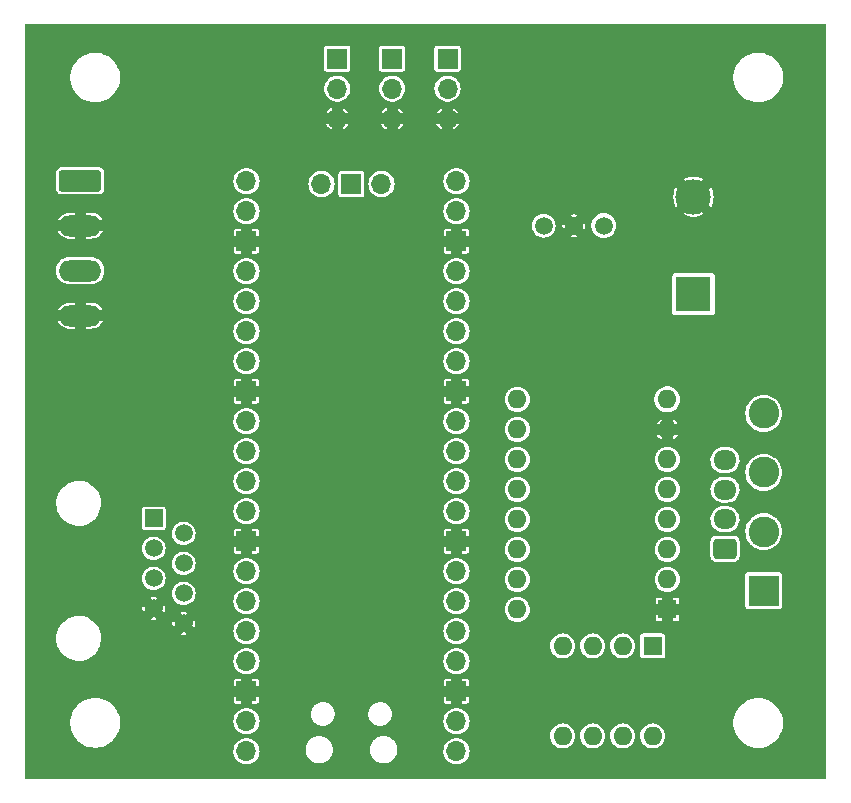
<source format=gbr>
%TF.GenerationSoftware,KiCad,Pcbnew,(7.0.0)*%
%TF.CreationDate,2023-03-26T01:31:24-04:00*%
%TF.ProjectId,PicoDMXStepper,5069636f-444d-4585-9374-65707065722e,v1*%
%TF.SameCoordinates,Original*%
%TF.FileFunction,Copper,L2,Bot*%
%TF.FilePolarity,Positive*%
%FSLAX46Y46*%
G04 Gerber Fmt 4.6, Leading zero omitted, Abs format (unit mm)*
G04 Created by KiCad (PCBNEW (7.0.0)) date 2023-03-26 01:31:24*
%MOMM*%
%LPD*%
G01*
G04 APERTURE LIST*
G04 Aperture macros list*
%AMRoundRect*
0 Rectangle with rounded corners*
0 $1 Rounding radius*
0 $2 $3 $4 $5 $6 $7 $8 $9 X,Y pos of 4 corners*
0 Add a 4 corners polygon primitive as box body*
4,1,4,$2,$3,$4,$5,$6,$7,$8,$9,$2,$3,0*
0 Add four circle primitives for the rounded corners*
1,1,$1+$1,$2,$3*
1,1,$1+$1,$4,$5*
1,1,$1+$1,$6,$7*
1,1,$1+$1,$8,$9*
0 Add four rect primitives between the rounded corners*
20,1,$1+$1,$2,$3,$4,$5,0*
20,1,$1+$1,$4,$5,$6,$7,0*
20,1,$1+$1,$6,$7,$8,$9,0*
20,1,$1+$1,$8,$9,$2,$3,0*%
G04 Aperture macros list end*
%TA.AperFunction,ComponentPad*%
%ADD10R,3.000000X3.000000*%
%TD*%
%TA.AperFunction,ComponentPad*%
%ADD11C,3.000000*%
%TD*%
%TA.AperFunction,ComponentPad*%
%ADD12R,1.500000X1.500000*%
%TD*%
%TA.AperFunction,ComponentPad*%
%ADD13C,1.500000*%
%TD*%
%TA.AperFunction,ComponentPad*%
%ADD14R,1.600000X1.600000*%
%TD*%
%TA.AperFunction,ComponentPad*%
%ADD15O,1.600000X1.600000*%
%TD*%
%TA.AperFunction,ComponentPad*%
%ADD16RoundRect,0.250000X0.725000X-0.600000X0.725000X0.600000X-0.725000X0.600000X-0.725000X-0.600000X0*%
%TD*%
%TA.AperFunction,ComponentPad*%
%ADD17O,1.950000X1.700000*%
%TD*%
%TA.AperFunction,ComponentPad*%
%ADD18C,1.498600*%
%TD*%
%TA.AperFunction,ComponentPad*%
%ADD19R,1.700000X1.700000*%
%TD*%
%TA.AperFunction,ComponentPad*%
%ADD20O,1.700000X1.700000*%
%TD*%
%TA.AperFunction,ComponentPad*%
%ADD21R,2.600000X2.600000*%
%TD*%
%TA.AperFunction,ComponentPad*%
%ADD22C,2.600000*%
%TD*%
%TA.AperFunction,ComponentPad*%
%ADD23RoundRect,0.250000X-1.550000X0.650000X-1.550000X-0.650000X1.550000X-0.650000X1.550000X0.650000X0*%
%TD*%
%TA.AperFunction,ComponentPad*%
%ADD24O,3.600000X1.800000*%
%TD*%
%TA.AperFunction,ViaPad*%
%ADD25C,0.800000*%
%TD*%
G04 APERTURE END LIST*
D10*
%TO.P,J1,1,Pin_1*%
%TO.N,+12V*%
X171170599Y-103438959D03*
D11*
%TO.P,J1,2,Pin_2*%
%TO.N,GND*%
X171170600Y-95189040D03*
%TD*%
D12*
%TO.P,J2,1*%
%TO.N,Net-(U3-A)*%
X125475999Y-122427999D03*
D13*
%TO.P,J2,2*%
%TO.N,Net-(U3-B)*%
X128016000Y-123698000D03*
%TO.P,J2,3*%
%TO.N,unconnected-(J2-Pad3)*%
X125476000Y-124968000D03*
%TO.P,J2,4*%
%TO.N,unconnected-(J2-Pad4)*%
X128016000Y-126238000D03*
%TO.P,J2,5*%
%TO.N,unconnected-(J2-Pad5)*%
X125476000Y-127508000D03*
%TO.P,J2,6*%
%TO.N,unconnected-(J2-Pad6)*%
X128016000Y-128778000D03*
%TO.P,J2,7*%
%TO.N,GND*%
X125476000Y-130048000D03*
%TO.P,J2,8*%
X128016000Y-131318000D03*
%TD*%
D14*
%TO.P,A1,1,GND*%
%TO.N,GND*%
X168960799Y-130124199D03*
D15*
%TO.P,A1,2,VDD*%
%TO.N,+3V3*%
X168960799Y-127584199D03*
%TO.P,A1,3,1B*%
%TO.N,1B*%
X168960799Y-125044199D03*
%TO.P,A1,4,1A*%
%TO.N,1A*%
X168960799Y-122504199D03*
%TO.P,A1,5,2A*%
%TO.N,2A*%
X168960799Y-119964199D03*
%TO.P,A1,6,2B*%
%TO.N,2B*%
X168960799Y-117424199D03*
%TO.P,A1,7,GND*%
%TO.N,GND*%
X168960799Y-114884199D03*
%TO.P,A1,8,VMOT*%
%TO.N,+12V*%
X168960799Y-112344199D03*
%TO.P,A1,9,~{ENABLE}*%
%TO.N,EN*%
X156260799Y-112344199D03*
%TO.P,A1,10,MS1*%
%TO.N,MS1*%
X156260799Y-114884199D03*
%TO.P,A1,11,MS2*%
%TO.N,MS2*%
X156260799Y-117424199D03*
%TO.P,A1,12,MS3*%
%TO.N,MS3*%
X156260799Y-119964199D03*
%TO.P,A1,13,~{RESET}*%
%TO.N,Net-(A1-~{RESET})*%
X156260799Y-122504199D03*
%TO.P,A1,14,~{SLEEP}*%
X156260799Y-125044199D03*
%TO.P,A1,15,STEP*%
%TO.N,STEP*%
X156260799Y-127584199D03*
%TO.P,A1,16,DIR*%
%TO.N,DIR*%
X156260799Y-130124199D03*
%TD*%
D16*
%TO.P,J5,1,Pin_1*%
%TO.N,1B*%
X173845800Y-124984200D03*
D17*
%TO.P,J5,2,Pin_2*%
%TO.N,1A*%
X173845799Y-122484199D03*
%TO.P,J5,3,Pin_3*%
%TO.N,2A*%
X173845799Y-119984199D03*
%TO.P,J5,4,Pin_4*%
%TO.N,2B*%
X173845799Y-117484199D03*
%TD*%
D18*
%TO.P,U1,1,IN*%
%TO.N,+12V*%
X163576000Y-97637600D03*
%TO.P,U1,2,GND*%
%TO.N,GND*%
X161036000Y-97637600D03*
%TO.P,U1,3,OUT*%
%TO.N,+5V*%
X158496000Y-97637600D03*
%TD*%
D19*
%TO.P,J7,1,Pin_1*%
%TO.N,+5V*%
X145670799Y-83489799D03*
D20*
%TO.P,J7,2,Pin_2*%
%TO.N,Net-(J7-Pin_2)*%
X145670799Y-86029799D03*
%TO.P,J7,3,Pin_3*%
%TO.N,GND*%
X145670799Y-88569799D03*
%TD*%
D21*
%TO.P,J3,1,Pin_1*%
%TO.N,1B*%
X177120799Y-128534199D03*
D22*
%TO.P,J3,2,Pin_2*%
%TO.N,1A*%
X177120800Y-123534200D03*
%TO.P,J3,3,Pin_3*%
%TO.N,2A*%
X177120800Y-118534200D03*
%TO.P,J3,4,Pin_4*%
%TO.N,2B*%
X177120800Y-113534200D03*
%TD*%
D19*
%TO.P,J8,1,Pin_1*%
%TO.N,+5V*%
X150350799Y-83489799D03*
D20*
%TO.P,J8,2,Pin_2*%
%TO.N,Net-(J8-Pin_2)*%
X150350799Y-86029799D03*
%TO.P,J8,3,Pin_3*%
%TO.N,GND*%
X150350799Y-88569799D03*
%TD*%
D23*
%TO.P,J4,1,Pin_1*%
%TO.N,Net-(J4-Pin_1)*%
X119253000Y-93827600D03*
D24*
%TO.P,J4,2,Pin_2*%
%TO.N,GND*%
X119252999Y-97637599D03*
%TO.P,J4,3,Pin_3*%
%TO.N,Net-(J4-Pin_3)*%
X119252999Y-101447599D03*
%TO.P,J4,4,Pin_4*%
%TO.N,GND*%
X119252999Y-105257599D03*
%TD*%
D19*
%TO.P,J6,1,Pin_1*%
%TO.N,+5V*%
X141020799Y-83489799D03*
D20*
%TO.P,J6,2,Pin_2*%
%TO.N,Net-(J6-Pin_2)*%
X141020799Y-86029799D03*
%TO.P,J6,3,Pin_3*%
%TO.N,GND*%
X141020799Y-88569799D03*
%TD*%
%TO.P,U2,1,GPIO0*%
%TO.N,unconnected-(U2-GPIO0-Pad1)*%
X151104599Y-142138399D03*
%TO.P,U2,2,GPIO1*%
%TO.N,unconnected-(U2-GPIO1-Pad2)*%
X151104599Y-139598399D03*
D19*
%TO.P,U2,3,GND*%
%TO.N,GND*%
X151104599Y-137058399D03*
D20*
%TO.P,U2,4,GPIO2*%
%TO.N,Net-(D1-A)*%
X151104599Y-134518399D03*
%TO.P,U2,5,GPIO3*%
%TO.N,SW4*%
X151104599Y-131978399D03*
%TO.P,U2,6,GPIO4*%
%TO.N,DIR*%
X151104599Y-129438399D03*
%TO.P,U2,7,GPIO5*%
%TO.N,STEP*%
X151104599Y-126898399D03*
D19*
%TO.P,U2,8,GND*%
%TO.N,GND*%
X151104599Y-124358399D03*
D20*
%TO.P,U2,9,GPIO6*%
%TO.N,unconnected-(U2-GPIO6-Pad9)*%
X151104599Y-121818399D03*
%TO.P,U2,10,GPIO7*%
%TO.N,unconnected-(U2-GPIO7-Pad10)*%
X151104599Y-119278399D03*
%TO.P,U2,11,GPIO8*%
%TO.N,unconnected-(U2-GPIO8-Pad11)*%
X151104599Y-116738399D03*
%TO.P,U2,12,GPIO9*%
%TO.N,EN*%
X151104599Y-114198399D03*
D19*
%TO.P,U2,13,GND*%
%TO.N,GND*%
X151104599Y-111658399D03*
D20*
%TO.P,U2,14,GPIO10*%
%TO.N,unconnected-(U2-GPIO10-Pad14)*%
X151104599Y-109118399D03*
%TO.P,U2,15,GPIO11*%
%TO.N,unconnected-(U2-GPIO11-Pad15)*%
X151104599Y-106578399D03*
%TO.P,U2,16,GPIO12*%
%TO.N,unconnected-(U2-GPIO12-Pad16)*%
X151104599Y-104038399D03*
%TO.P,U2,17,GPIO13*%
%TO.N,unconnected-(U2-GPIO13-Pad17)*%
X151104599Y-101498399D03*
D19*
%TO.P,U2,18,GND*%
%TO.N,GND*%
X151104599Y-98958399D03*
D20*
%TO.P,U2,19,GPIO14*%
%TO.N,unconnected-(U2-GPIO14-Pad19)*%
X151104599Y-96418399D03*
%TO.P,U2,20,GPIO15*%
%TO.N,unconnected-(U2-GPIO15-Pad20)*%
X151104599Y-93878399D03*
%TO.P,U2,21,GPIO16*%
%TO.N,Net-(U2-GPIO16)*%
X133324599Y-93878399D03*
%TO.P,U2,22,GPIO17*%
%TO.N,Net-(U2-GPIO17)*%
X133324599Y-96418399D03*
D19*
%TO.P,U2,23,GND*%
%TO.N,GND*%
X133324599Y-98958399D03*
D20*
%TO.P,U2,24,GPIO18*%
%TO.N,SEV1*%
X133324599Y-101498399D03*
%TO.P,U2,25,GPIO19*%
%TO.N,SEV2*%
X133324599Y-104038399D03*
%TO.P,U2,26,GPIO20*%
%TO.N,SEV3*%
X133324599Y-106578399D03*
%TO.P,U2,27,GPIO21*%
%TO.N,DMX_OUT*%
X133324599Y-109118399D03*
D19*
%TO.P,U2,28,GND*%
%TO.N,GND*%
X133324599Y-111658399D03*
D20*
%TO.P,U2,29,GPIO22*%
%TO.N,unconnected-(U2-GPIO22-Pad29)*%
X133324599Y-114198399D03*
%TO.P,U2,30,RUN*%
%TO.N,unconnected-(U2-RUN-Pad30)*%
X133324599Y-116738399D03*
%TO.P,U2,31,GPIO26_ADC0*%
%TO.N,unconnected-(U2-GPIO26_ADC0-Pad31)*%
X133324599Y-119278399D03*
%TO.P,U2,32,GPIO27_ADC1*%
%TO.N,unconnected-(U2-GPIO27_ADC1-Pad32)*%
X133324599Y-121818399D03*
D19*
%TO.P,U2,33,AGND*%
%TO.N,GND*%
X133324599Y-124358399D03*
D20*
%TO.P,U2,34,GPIO28_ADC2*%
%TO.N,unconnected-(U2-GPIO28_ADC2-Pad34)*%
X133324599Y-126898399D03*
%TO.P,U2,35,ADC_VREF*%
%TO.N,unconnected-(U2-ADC_VREF-Pad35)*%
X133324599Y-129438399D03*
%TO.P,U2,36,3V3*%
%TO.N,+3V3*%
X133324599Y-131978399D03*
%TO.P,U2,37,3V3_EN*%
%TO.N,unconnected-(U2-3V3_EN-Pad37)*%
X133324599Y-134518399D03*
D19*
%TO.P,U2,38,GND*%
%TO.N,GND*%
X133324599Y-137058399D03*
D20*
%TO.P,U2,39,VSYS*%
%TO.N,+5V*%
X133324599Y-139598399D03*
%TO.P,U2,40,VBUS*%
%TO.N,unconnected-(U2-VBUS-Pad40)*%
X133324599Y-142138399D03*
%TO.P,U2,41*%
%TO.N,N/C*%
X144754599Y-94108399D03*
D19*
%TO.P,U2,42*%
X142214599Y-94108399D03*
D20*
%TO.P,U2,43*%
X139674599Y-94108399D03*
%TD*%
D14*
%TO.P,SW2,1*%
%TO.N,MS1*%
X167716199Y-133222999D03*
D15*
%TO.P,SW2,2*%
%TO.N,MS2*%
X165176199Y-133222999D03*
%TO.P,SW2,3*%
%TO.N,MS3*%
X162636199Y-133222999D03*
%TO.P,SW2,4*%
%TO.N,SW4*%
X160096199Y-133222999D03*
%TO.P,SW2,5*%
%TO.N,+3V3*%
X160096199Y-140842999D03*
%TO.P,SW2,6*%
X162636199Y-140842999D03*
%TO.P,SW2,7*%
X165176199Y-140842999D03*
%TO.P,SW2,8*%
X167716199Y-140842999D03*
%TD*%
D25*
%TO.N,GND*%
X156591000Y-142530200D03*
X155769400Y-106005800D03*
X159369400Y-103080800D03*
X155769400Y-107355800D03*
X159105600Y-90932000D03*
X124714000Y-116967000D03*
X160694400Y-108480800D03*
X162094400Y-107130800D03*
X158019400Y-103105800D03*
X156544400Y-103080800D03*
X125018800Y-102184200D03*
X162169400Y-104555800D03*
X162019400Y-108555800D03*
X128117600Y-102209600D03*
X162044400Y-105855800D03*
X155794400Y-104655800D03*
X160694400Y-103055800D03*
X162094400Y-103005800D03*
X156544400Y-108505800D03*
X124685491Y-110006191D03*
X158094400Y-108480800D03*
X159344400Y-108455800D03*
X116560600Y-117424200D03*
%TD*%
%TA.AperFunction,Conductor*%
%TO.N,GND*%
G36*
X182310179Y-80560080D02*
G01*
X182355558Y-80605387D01*
X182372236Y-80667303D01*
X182374437Y-82056111D01*
X182374437Y-82056313D01*
X182371906Y-144376505D01*
X182355291Y-144438503D01*
X182309905Y-144483888D01*
X182247906Y-144500500D01*
X114700906Y-144500500D01*
X114638905Y-144483886D01*
X114593517Y-144438497D01*
X114576906Y-144376495D01*
X114576957Y-143133434D01*
X114576997Y-142138400D01*
X132215368Y-142138400D01*
X132215897Y-142144109D01*
X132227329Y-142267484D01*
X132234255Y-142342221D01*
X132290272Y-142539101D01*
X132292824Y-142544226D01*
X132292826Y-142544231D01*
X132378957Y-142717205D01*
X132378959Y-142717209D01*
X132381512Y-142722335D01*
X132384961Y-142726902D01*
X132384964Y-142726907D01*
X132501410Y-142881107D01*
X132501415Y-142881112D01*
X132504868Y-142885685D01*
X132509104Y-142889546D01*
X132509108Y-142889551D01*
X132588443Y-142961874D01*
X132656138Y-143023586D01*
X132830173Y-143131344D01*
X133021044Y-143205288D01*
X133222253Y-143242900D01*
X133421218Y-143242900D01*
X133426947Y-143242900D01*
X133628156Y-143205288D01*
X133819027Y-143131344D01*
X133993062Y-143023586D01*
X134144332Y-142885685D01*
X134267688Y-142722335D01*
X134358928Y-142539101D01*
X134414945Y-142342221D01*
X134433832Y-142138400D01*
X134421786Y-142008400D01*
X138330154Y-142008400D01*
X138330683Y-142014108D01*
X138334571Y-142056065D01*
X138335100Y-142067507D01*
X138335100Y-142115380D01*
X138336151Y-142121003D01*
X138336152Y-142121012D01*
X138343897Y-142162443D01*
X138345479Y-142173785D01*
X138349896Y-142221448D01*
X138351463Y-142226958D01*
X138351464Y-142226959D01*
X138362994Y-142267484D01*
X138365615Y-142278629D01*
X138373360Y-142320059D01*
X138373363Y-142320070D01*
X138374415Y-142325697D01*
X138376482Y-142331034D01*
X138376484Y-142331039D01*
X138391709Y-142370339D01*
X138395347Y-142381194D01*
X138408449Y-142427240D01*
X138428582Y-142467672D01*
X138429787Y-142470092D01*
X138434412Y-142480568D01*
X138449635Y-142519862D01*
X138451707Y-142525210D01*
X138454720Y-142530076D01*
X138454723Y-142530082D01*
X138476910Y-142565914D01*
X138482473Y-142575902D01*
X138503819Y-142618770D01*
X138507269Y-142623339D01*
X138507270Y-142623340D01*
X138532669Y-142656974D01*
X138539140Y-142666421D01*
X138561321Y-142702243D01*
X138564342Y-142707122D01*
X138582378Y-142726907D01*
X138596588Y-142742494D01*
X138603905Y-142751305D01*
X138629301Y-142784936D01*
X138629303Y-142784938D01*
X138632759Y-142789514D01*
X138668142Y-142821769D01*
X138676229Y-142829856D01*
X138691477Y-142846583D01*
X138704623Y-142861004D01*
X138704626Y-142861006D01*
X138708486Y-142865241D01*
X138746696Y-142894095D01*
X138755499Y-142901406D01*
X138768267Y-142913045D01*
X138790878Y-142933658D01*
X138831575Y-142958856D01*
X138841021Y-142965327D01*
X138874649Y-142990722D01*
X138874652Y-142990724D01*
X138879230Y-142994181D01*
X138922076Y-143015515D01*
X138922080Y-143015517D01*
X138932088Y-143021092D01*
X138967908Y-143043271D01*
X138967914Y-143043274D01*
X138972790Y-143046293D01*
X139017428Y-143063585D01*
X139027908Y-143068212D01*
X139070760Y-143089551D01*
X139076271Y-143091119D01*
X139076279Y-143091122D01*
X139116809Y-143102654D01*
X139127669Y-143106294D01*
X139159441Y-143118602D01*
X139172303Y-143123585D01*
X139213814Y-143131344D01*
X139219356Y-143132380D01*
X139230510Y-143135003D01*
X139276552Y-143148104D01*
X139324227Y-143152521D01*
X139335539Y-143154098D01*
X139382620Y-143162900D01*
X139436225Y-143162900D01*
X139590844Y-143162900D01*
X139596580Y-143162900D01*
X139643665Y-143154097D01*
X139654967Y-143152521D01*
X139702648Y-143148104D01*
X139748699Y-143135000D01*
X139759843Y-143132380D01*
X139801263Y-143124638D01*
X139801262Y-143124638D01*
X139806897Y-143123585D01*
X139851551Y-143106285D01*
X139862385Y-143102654D01*
X139908440Y-143089551D01*
X139951287Y-143068214D01*
X139961771Y-143063585D01*
X140001062Y-143048365D01*
X140001064Y-143048363D01*
X140006410Y-143046293D01*
X140047123Y-143021083D01*
X140057100Y-143015526D01*
X140099970Y-142994181D01*
X140138185Y-142965321D01*
X140147625Y-142958856D01*
X140183443Y-142936679D01*
X140183444Y-142936678D01*
X140188322Y-142933658D01*
X140223700Y-142901405D01*
X140232490Y-142894105D01*
X140270714Y-142865241D01*
X140302970Y-142829855D01*
X140311055Y-142821770D01*
X140346441Y-142789514D01*
X140375305Y-142751290D01*
X140382610Y-142742495D01*
X140400989Y-142722335D01*
X140414858Y-142707122D01*
X140440056Y-142666425D01*
X140446521Y-142656985D01*
X140475381Y-142618770D01*
X140496726Y-142575900D01*
X140502289Y-142565914D01*
X140527493Y-142525210D01*
X140544786Y-142480568D01*
X140549415Y-142470086D01*
X140568192Y-142432378D01*
X140570751Y-142427240D01*
X140583854Y-142381185D01*
X140587485Y-142370351D01*
X140604785Y-142325697D01*
X140613583Y-142278629D01*
X140616200Y-142267499D01*
X140629304Y-142221448D01*
X140633721Y-142173767D01*
X140635297Y-142162465D01*
X140644100Y-142115380D01*
X140644100Y-142067507D01*
X140644629Y-142056065D01*
X140648517Y-142014108D01*
X140649046Y-142008400D01*
X143780154Y-142008400D01*
X143780683Y-142014108D01*
X143784571Y-142056065D01*
X143785100Y-142067507D01*
X143785100Y-142115380D01*
X143786151Y-142121003D01*
X143786152Y-142121012D01*
X143793897Y-142162443D01*
X143795479Y-142173785D01*
X143799896Y-142221448D01*
X143801463Y-142226958D01*
X143801464Y-142226959D01*
X143812994Y-142267484D01*
X143815615Y-142278629D01*
X143823360Y-142320059D01*
X143823363Y-142320070D01*
X143824415Y-142325697D01*
X143826482Y-142331034D01*
X143826484Y-142331039D01*
X143841709Y-142370339D01*
X143845347Y-142381194D01*
X143858449Y-142427240D01*
X143878582Y-142467672D01*
X143879787Y-142470092D01*
X143884412Y-142480568D01*
X143899635Y-142519862D01*
X143901707Y-142525210D01*
X143904720Y-142530076D01*
X143904723Y-142530082D01*
X143926910Y-142565914D01*
X143932473Y-142575902D01*
X143953819Y-142618770D01*
X143957269Y-142623339D01*
X143957270Y-142623340D01*
X143982669Y-142656974D01*
X143989140Y-142666421D01*
X144011321Y-142702243D01*
X144014342Y-142707122D01*
X144032378Y-142726907D01*
X144046588Y-142742494D01*
X144053905Y-142751305D01*
X144079301Y-142784936D01*
X144079303Y-142784938D01*
X144082759Y-142789514D01*
X144118142Y-142821769D01*
X144126229Y-142829856D01*
X144141477Y-142846583D01*
X144154623Y-142861004D01*
X144154626Y-142861006D01*
X144158486Y-142865241D01*
X144196696Y-142894095D01*
X144205499Y-142901406D01*
X144218267Y-142913045D01*
X144240878Y-142933658D01*
X144281575Y-142958856D01*
X144291021Y-142965327D01*
X144324649Y-142990722D01*
X144324652Y-142990724D01*
X144329230Y-142994181D01*
X144372076Y-143015515D01*
X144372080Y-143015517D01*
X144382088Y-143021092D01*
X144417908Y-143043271D01*
X144417914Y-143043274D01*
X144422790Y-143046293D01*
X144467428Y-143063585D01*
X144477908Y-143068212D01*
X144520760Y-143089551D01*
X144526271Y-143091119D01*
X144526279Y-143091122D01*
X144566809Y-143102654D01*
X144577669Y-143106294D01*
X144609441Y-143118602D01*
X144622303Y-143123585D01*
X144663814Y-143131344D01*
X144669356Y-143132380D01*
X144680510Y-143135003D01*
X144726552Y-143148104D01*
X144774227Y-143152521D01*
X144785539Y-143154098D01*
X144832620Y-143162900D01*
X144886225Y-143162900D01*
X145040844Y-143162900D01*
X145046580Y-143162900D01*
X145093665Y-143154097D01*
X145104967Y-143152521D01*
X145152648Y-143148104D01*
X145198699Y-143135000D01*
X145209843Y-143132380D01*
X145251263Y-143124638D01*
X145251262Y-143124638D01*
X145256897Y-143123585D01*
X145301551Y-143106285D01*
X145312385Y-143102654D01*
X145358440Y-143089551D01*
X145401287Y-143068214D01*
X145411771Y-143063585D01*
X145451062Y-143048365D01*
X145451064Y-143048363D01*
X145456410Y-143046293D01*
X145497123Y-143021083D01*
X145507100Y-143015526D01*
X145549970Y-142994181D01*
X145588185Y-142965321D01*
X145597625Y-142958856D01*
X145633443Y-142936679D01*
X145633444Y-142936678D01*
X145638322Y-142933658D01*
X145673700Y-142901405D01*
X145682490Y-142894105D01*
X145720714Y-142865241D01*
X145752970Y-142829855D01*
X145761055Y-142821770D01*
X145796441Y-142789514D01*
X145825305Y-142751290D01*
X145832610Y-142742495D01*
X145850989Y-142722335D01*
X145864858Y-142707122D01*
X145890056Y-142666425D01*
X145896521Y-142656985D01*
X145925381Y-142618770D01*
X145946726Y-142575900D01*
X145952289Y-142565914D01*
X145977493Y-142525210D01*
X145994786Y-142480568D01*
X145999415Y-142470086D01*
X146018192Y-142432378D01*
X146020751Y-142427240D01*
X146033854Y-142381185D01*
X146037485Y-142370351D01*
X146054785Y-142325697D01*
X146063583Y-142278629D01*
X146066200Y-142267499D01*
X146079304Y-142221448D01*
X146083721Y-142173767D01*
X146085297Y-142162465D01*
X146089796Y-142138400D01*
X149995368Y-142138400D01*
X149995897Y-142144109D01*
X150007329Y-142267484D01*
X150014255Y-142342221D01*
X150070272Y-142539101D01*
X150072824Y-142544226D01*
X150072826Y-142544231D01*
X150158957Y-142717205D01*
X150158959Y-142717209D01*
X150161512Y-142722335D01*
X150164961Y-142726902D01*
X150164964Y-142726907D01*
X150281410Y-142881107D01*
X150281415Y-142881112D01*
X150284868Y-142885685D01*
X150289104Y-142889546D01*
X150289108Y-142889551D01*
X150368443Y-142961874D01*
X150436138Y-143023586D01*
X150610173Y-143131344D01*
X150801044Y-143205288D01*
X151002253Y-143242900D01*
X151201218Y-143242900D01*
X151206947Y-143242900D01*
X151408156Y-143205288D01*
X151599027Y-143131344D01*
X151773062Y-143023586D01*
X151924332Y-142885685D01*
X152047688Y-142722335D01*
X152138928Y-142539101D01*
X152194945Y-142342221D01*
X152213832Y-142138400D01*
X152194945Y-141934579D01*
X152138928Y-141737699D01*
X152047688Y-141554465D01*
X152044235Y-141549892D01*
X151927789Y-141395692D01*
X151927785Y-141395688D01*
X151924332Y-141391115D01*
X151920095Y-141387252D01*
X151920091Y-141387248D01*
X151777296Y-141257074D01*
X151777297Y-141257074D01*
X151773062Y-141253214D01*
X151768196Y-141250201D01*
X151768192Y-141250198D01*
X151603898Y-141148472D01*
X151599027Y-141145456D01*
X151593689Y-141143388D01*
X151593685Y-141143386D01*
X151413502Y-141073583D01*
X151413501Y-141073582D01*
X151408156Y-141071512D01*
X151402521Y-141070458D01*
X151402519Y-141070458D01*
X151212577Y-141034952D01*
X151212572Y-141034951D01*
X151206947Y-141033900D01*
X151002253Y-141033900D01*
X150996628Y-141034951D01*
X150996622Y-141034952D01*
X150806680Y-141070458D01*
X150806675Y-141070459D01*
X150801044Y-141071512D01*
X150795701Y-141073581D01*
X150795697Y-141073583D01*
X150615514Y-141143386D01*
X150615506Y-141143389D01*
X150610173Y-141145456D01*
X150605306Y-141148469D01*
X150605301Y-141148472D01*
X150441007Y-141250198D01*
X150440997Y-141250204D01*
X150436138Y-141253214D01*
X150431907Y-141257070D01*
X150431903Y-141257074D01*
X150289108Y-141387248D01*
X150289098Y-141387258D01*
X150284868Y-141391115D01*
X150281419Y-141395681D01*
X150281410Y-141395692D01*
X150164964Y-141549892D01*
X150164957Y-141549902D01*
X150161512Y-141554465D01*
X150158962Y-141559585D01*
X150158957Y-141559594D01*
X150072826Y-141732568D01*
X150072822Y-141732576D01*
X150070272Y-141737699D01*
X150068703Y-141743211D01*
X150068703Y-141743213D01*
X150023690Y-141901420D01*
X150014255Y-141934579D01*
X150013726Y-141940284D01*
X150013726Y-141940286D01*
X150002468Y-142061775D01*
X149995368Y-142138400D01*
X146089796Y-142138400D01*
X146094100Y-142115380D01*
X146094100Y-142067507D01*
X146094629Y-142056065D01*
X146098517Y-142014108D01*
X146099046Y-142008400D01*
X146094628Y-141960732D01*
X146094100Y-141949293D01*
X146094100Y-141907156D01*
X146094100Y-141907151D01*
X146094100Y-141901420D01*
X146085298Y-141854339D01*
X146083721Y-141843027D01*
X146079304Y-141795352D01*
X146066203Y-141749309D01*
X146063580Y-141738156D01*
X146055838Y-141696739D01*
X146054785Y-141691103D01*
X146049802Y-141678241D01*
X146037494Y-141646469D01*
X146033854Y-141635609D01*
X146022322Y-141595079D01*
X146022319Y-141595071D01*
X146020751Y-141589560D01*
X145999410Y-141546703D01*
X145994785Y-141536228D01*
X145979564Y-141496937D01*
X145977493Y-141491590D01*
X145974473Y-141486713D01*
X145974471Y-141486708D01*
X145952292Y-141450888D01*
X145946717Y-141440880D01*
X145927939Y-141403168D01*
X145927938Y-141403166D01*
X145925381Y-141398030D01*
X145916623Y-141386433D01*
X145896527Y-141359821D01*
X145890054Y-141350372D01*
X145867871Y-141314545D01*
X145864858Y-141309678D01*
X145832606Y-141274299D01*
X145825293Y-141265493D01*
X145796441Y-141227286D01*
X145792206Y-141223426D01*
X145792204Y-141223423D01*
X145777783Y-141210277D01*
X145761056Y-141195029D01*
X145752964Y-141186937D01*
X145720714Y-141151559D01*
X145716141Y-141148105D01*
X145716136Y-141148101D01*
X145687153Y-141126215D01*
X145682503Y-141122703D01*
X145673694Y-141115388D01*
X145642559Y-141087005D01*
X145638322Y-141083142D01*
X145622884Y-141073583D01*
X145597621Y-141057940D01*
X145588174Y-141051469D01*
X145554540Y-141026070D01*
X145554539Y-141026069D01*
X145549970Y-141022619D01*
X145507102Y-141001273D01*
X145497114Y-140995710D01*
X145461282Y-140973523D01*
X145461276Y-140973520D01*
X145456410Y-140970507D01*
X145451063Y-140968435D01*
X145451062Y-140968435D01*
X145411768Y-140953212D01*
X145401292Y-140948587D01*
X145375078Y-140935534D01*
X145358440Y-140927249D01*
X145312394Y-140914147D01*
X145301539Y-140910509D01*
X145262239Y-140895284D01*
X145262234Y-140895282D01*
X145256897Y-140893215D01*
X145251270Y-140892163D01*
X145251259Y-140892160D01*
X145209829Y-140884415D01*
X145198684Y-140881794D01*
X145158159Y-140870264D01*
X145158158Y-140870263D01*
X145152648Y-140868696D01*
X145146942Y-140868167D01*
X145146941Y-140868167D01*
X145104985Y-140864279D01*
X145093643Y-140862697D01*
X145052212Y-140854952D01*
X145052203Y-140854951D01*
X145046580Y-140853900D01*
X144832620Y-140853900D01*
X144826997Y-140854951D01*
X144826987Y-140854952D01*
X144785558Y-140862697D01*
X144774216Y-140864279D01*
X144732256Y-140868167D01*
X144732251Y-140868167D01*
X144726552Y-140868696D01*
X144721054Y-140870260D01*
X144721034Y-140870264D01*
X144680503Y-140881796D01*
X144669360Y-140884417D01*
X144627939Y-140892160D01*
X144627924Y-140892164D01*
X144622303Y-140893215D01*
X144616972Y-140895280D01*
X144616955Y-140895285D01*
X144577661Y-140910508D01*
X144566806Y-140914147D01*
X144546538Y-140919913D01*
X144520760Y-140927249D01*
X144515632Y-140929802D01*
X144515633Y-140929802D01*
X144477903Y-140948589D01*
X144467432Y-140953212D01*
X144422790Y-140970507D01*
X144417926Y-140973518D01*
X144417913Y-140973525D01*
X144382083Y-140995710D01*
X144372080Y-141001281D01*
X144334366Y-141020060D01*
X144334353Y-141020067D01*
X144329230Y-141022619D01*
X144324664Y-141026066D01*
X144324651Y-141026075D01*
X144291018Y-141051473D01*
X144281575Y-141057942D01*
X144245751Y-141080124D01*
X144245745Y-141080127D01*
X144240878Y-141083142D01*
X144236644Y-141087002D01*
X144236640Y-141087005D01*
X144205500Y-141115392D01*
X144196693Y-141122706D01*
X144169309Y-141143386D01*
X144158486Y-141151559D01*
X144154631Y-141155787D01*
X144154623Y-141155795D01*
X144126234Y-141186937D01*
X144118137Y-141195034D01*
X144086995Y-141223423D01*
X144086987Y-141223431D01*
X144082759Y-141227286D01*
X144053910Y-141265488D01*
X144053906Y-141265493D01*
X144046593Y-141274299D01*
X144014342Y-141309678D01*
X144011327Y-141314545D01*
X144011324Y-141314551D01*
X143989142Y-141350375D01*
X143982673Y-141359818D01*
X143957275Y-141393451D01*
X143957266Y-141393464D01*
X143953819Y-141398030D01*
X143951267Y-141403153D01*
X143951260Y-141403166D01*
X143932481Y-141440880D01*
X143926910Y-141450883D01*
X143904725Y-141486713D01*
X143904718Y-141486726D01*
X143901707Y-141491590D01*
X143899639Y-141496927D01*
X143899639Y-141496928D01*
X143884413Y-141536231D01*
X143879789Y-141546703D01*
X143858449Y-141589560D01*
X143856880Y-141595071D01*
X143856881Y-141595071D01*
X143845347Y-141635606D01*
X143841708Y-141646461D01*
X143826485Y-141685755D01*
X143826480Y-141685772D01*
X143824415Y-141691103D01*
X143823364Y-141696724D01*
X143823360Y-141696739D01*
X143815617Y-141738160D01*
X143812996Y-141749303D01*
X143801464Y-141789834D01*
X143801460Y-141789854D01*
X143799896Y-141795352D01*
X143799367Y-141801051D01*
X143799367Y-141801056D01*
X143795479Y-141843016D01*
X143793897Y-141854358D01*
X143786152Y-141895787D01*
X143786151Y-141895797D01*
X143785100Y-141901420D01*
X143785100Y-141907151D01*
X143785100Y-141949293D01*
X143784571Y-141960732D01*
X143780154Y-142008400D01*
X140649046Y-142008400D01*
X140644628Y-141960732D01*
X140644100Y-141949293D01*
X140644100Y-141907156D01*
X140644100Y-141907151D01*
X140644100Y-141901420D01*
X140635298Y-141854339D01*
X140633721Y-141843027D01*
X140629304Y-141795352D01*
X140616203Y-141749309D01*
X140613580Y-141738156D01*
X140605838Y-141696739D01*
X140604785Y-141691103D01*
X140599802Y-141678241D01*
X140587494Y-141646469D01*
X140583854Y-141635609D01*
X140572322Y-141595079D01*
X140572319Y-141595071D01*
X140570751Y-141589560D01*
X140549410Y-141546703D01*
X140544785Y-141536228D01*
X140529564Y-141496937D01*
X140527493Y-141491590D01*
X140524473Y-141486713D01*
X140524471Y-141486708D01*
X140502292Y-141450888D01*
X140496717Y-141440880D01*
X140477939Y-141403168D01*
X140477938Y-141403166D01*
X140475381Y-141398030D01*
X140466623Y-141386433D01*
X140446527Y-141359821D01*
X140440054Y-141350372D01*
X140417871Y-141314545D01*
X140414858Y-141309678D01*
X140382606Y-141274299D01*
X140375293Y-141265493D01*
X140346441Y-141227286D01*
X140342206Y-141223426D01*
X140342204Y-141223423D01*
X140327783Y-141210277D01*
X140311056Y-141195029D01*
X140302964Y-141186937D01*
X140270714Y-141151559D01*
X140266141Y-141148105D01*
X140266136Y-141148101D01*
X140237153Y-141126215D01*
X140232503Y-141122703D01*
X140223694Y-141115388D01*
X140192559Y-141087005D01*
X140188322Y-141083142D01*
X140172884Y-141073583D01*
X140147621Y-141057940D01*
X140138174Y-141051469D01*
X140104540Y-141026070D01*
X140104539Y-141026069D01*
X140099970Y-141022619D01*
X140057102Y-141001273D01*
X140047114Y-140995710D01*
X140011282Y-140973523D01*
X140011276Y-140973520D01*
X140006410Y-140970507D01*
X140001063Y-140968435D01*
X140001062Y-140968435D01*
X139961768Y-140953212D01*
X139951292Y-140948587D01*
X139925078Y-140935534D01*
X139908440Y-140927249D01*
X139862394Y-140914147D01*
X139851539Y-140910509D01*
X139812239Y-140895284D01*
X139812234Y-140895282D01*
X139806897Y-140893215D01*
X139801270Y-140892163D01*
X139801259Y-140892160D01*
X139759829Y-140884415D01*
X139748684Y-140881794D01*
X139708159Y-140870264D01*
X139708158Y-140870263D01*
X139702648Y-140868696D01*
X139696942Y-140868167D01*
X139696941Y-140868167D01*
X139654985Y-140864279D01*
X139643643Y-140862697D01*
X139602212Y-140854952D01*
X139602203Y-140854951D01*
X139596580Y-140853900D01*
X139382620Y-140853900D01*
X139376997Y-140854951D01*
X139376987Y-140854952D01*
X139335558Y-140862697D01*
X139324216Y-140864279D01*
X139282256Y-140868167D01*
X139282251Y-140868167D01*
X139276552Y-140868696D01*
X139271054Y-140870260D01*
X139271034Y-140870264D01*
X139230503Y-140881796D01*
X139219360Y-140884417D01*
X139177939Y-140892160D01*
X139177924Y-140892164D01*
X139172303Y-140893215D01*
X139166972Y-140895280D01*
X139166955Y-140895285D01*
X139127661Y-140910508D01*
X139116806Y-140914147D01*
X139096538Y-140919913D01*
X139070760Y-140927249D01*
X139065632Y-140929802D01*
X139065633Y-140929802D01*
X139027903Y-140948589D01*
X139017432Y-140953212D01*
X138972790Y-140970507D01*
X138967926Y-140973518D01*
X138967913Y-140973525D01*
X138932083Y-140995710D01*
X138922080Y-141001281D01*
X138884366Y-141020060D01*
X138884353Y-141020067D01*
X138879230Y-141022619D01*
X138874664Y-141026066D01*
X138874651Y-141026075D01*
X138841018Y-141051473D01*
X138831575Y-141057942D01*
X138795751Y-141080124D01*
X138795745Y-141080127D01*
X138790878Y-141083142D01*
X138786644Y-141087002D01*
X138786640Y-141087005D01*
X138755500Y-141115392D01*
X138746693Y-141122706D01*
X138719309Y-141143386D01*
X138708486Y-141151559D01*
X138704631Y-141155787D01*
X138704623Y-141155795D01*
X138676234Y-141186937D01*
X138668137Y-141195034D01*
X138636995Y-141223423D01*
X138636987Y-141223431D01*
X138632759Y-141227286D01*
X138603910Y-141265488D01*
X138603906Y-141265493D01*
X138596593Y-141274299D01*
X138564342Y-141309678D01*
X138561327Y-141314545D01*
X138561324Y-141314551D01*
X138539142Y-141350375D01*
X138532673Y-141359818D01*
X138507275Y-141393451D01*
X138507266Y-141393464D01*
X138503819Y-141398030D01*
X138501267Y-141403153D01*
X138501260Y-141403166D01*
X138482481Y-141440880D01*
X138476910Y-141450883D01*
X138454725Y-141486713D01*
X138454718Y-141486726D01*
X138451707Y-141491590D01*
X138449639Y-141496927D01*
X138449639Y-141496928D01*
X138434413Y-141536231D01*
X138429789Y-141546703D01*
X138408449Y-141589560D01*
X138406880Y-141595071D01*
X138406881Y-141595071D01*
X138395347Y-141635606D01*
X138391708Y-141646461D01*
X138376485Y-141685755D01*
X138376480Y-141685772D01*
X138374415Y-141691103D01*
X138373364Y-141696724D01*
X138373360Y-141696739D01*
X138365617Y-141738160D01*
X138362996Y-141749303D01*
X138351464Y-141789834D01*
X138351460Y-141789854D01*
X138349896Y-141795352D01*
X138349367Y-141801051D01*
X138349367Y-141801056D01*
X138345479Y-141843016D01*
X138343897Y-141854358D01*
X138336152Y-141895787D01*
X138336151Y-141895797D01*
X138335100Y-141901420D01*
X138335100Y-141907151D01*
X138335100Y-141949293D01*
X138334571Y-141960732D01*
X138330154Y-142008400D01*
X134421786Y-142008400D01*
X134414945Y-141934579D01*
X134358928Y-141737699D01*
X134267688Y-141554465D01*
X134264235Y-141549892D01*
X134147789Y-141395692D01*
X134147785Y-141395688D01*
X134144332Y-141391115D01*
X134140095Y-141387252D01*
X134140091Y-141387248D01*
X133997296Y-141257074D01*
X133997297Y-141257074D01*
X133993062Y-141253214D01*
X133988196Y-141250201D01*
X133988192Y-141250198D01*
X133823898Y-141148472D01*
X133819027Y-141145456D01*
X133813689Y-141143388D01*
X133813685Y-141143386D01*
X133633502Y-141073583D01*
X133633501Y-141073582D01*
X133628156Y-141071512D01*
X133622521Y-141070458D01*
X133622519Y-141070458D01*
X133432577Y-141034952D01*
X133432572Y-141034951D01*
X133426947Y-141033900D01*
X133222253Y-141033900D01*
X133216628Y-141034951D01*
X133216622Y-141034952D01*
X133026680Y-141070458D01*
X133026675Y-141070459D01*
X133021044Y-141071512D01*
X133015701Y-141073581D01*
X133015697Y-141073583D01*
X132835514Y-141143386D01*
X132835506Y-141143389D01*
X132830173Y-141145456D01*
X132825306Y-141148469D01*
X132825301Y-141148472D01*
X132661007Y-141250198D01*
X132660997Y-141250204D01*
X132656138Y-141253214D01*
X132651907Y-141257070D01*
X132651903Y-141257074D01*
X132509108Y-141387248D01*
X132509098Y-141387258D01*
X132504868Y-141391115D01*
X132501419Y-141395681D01*
X132501410Y-141395692D01*
X132384964Y-141549892D01*
X132384957Y-141549902D01*
X132381512Y-141554465D01*
X132378962Y-141559585D01*
X132378957Y-141559594D01*
X132292826Y-141732568D01*
X132292822Y-141732576D01*
X132290272Y-141737699D01*
X132288703Y-141743211D01*
X132288703Y-141743213D01*
X132243690Y-141901420D01*
X132234255Y-141934579D01*
X132233726Y-141940284D01*
X132233726Y-141940286D01*
X132222468Y-142061775D01*
X132215368Y-142138400D01*
X114576997Y-142138400D01*
X114577089Y-139868678D01*
X118419500Y-139868678D01*
X118420075Y-139872862D01*
X118420076Y-139872875D01*
X118458051Y-140149158D01*
X118458053Y-140149168D01*
X118458629Y-140153358D01*
X118459768Y-140157424D01*
X118459771Y-140157437D01*
X118511233Y-140341107D01*
X118536156Y-140430058D01*
X118537837Y-140433929D01*
X118537841Y-140433939D01*
X118648950Y-140689738D01*
X118648953Y-140689745D01*
X118650639Y-140693625D01*
X118652838Y-140697241D01*
X118652839Y-140697243D01*
X118735397Y-140833003D01*
X118799945Y-140939147D01*
X118802614Y-140942428D01*
X118802615Y-140942429D01*
X118976200Y-141155795D01*
X118981292Y-141162053D01*
X118984381Y-141164938D01*
X118984383Y-141164940D01*
X119007933Y-141186934D01*
X119191302Y-141358189D01*
X119194761Y-141360630D01*
X119194764Y-141360633D01*
X119237948Y-141391115D01*
X119426064Y-141523901D01*
X119681203Y-141656104D01*
X119951968Y-141752334D01*
X120233314Y-141810798D01*
X120448248Y-141825500D01*
X120589628Y-141825500D01*
X120591752Y-141825500D01*
X120806686Y-141810798D01*
X121088032Y-141752334D01*
X121358797Y-141656104D01*
X121613936Y-141523901D01*
X121848698Y-141358189D01*
X122058708Y-141162053D01*
X122240055Y-140939147D01*
X122298524Y-140843000D01*
X159036598Y-140843000D01*
X159037195Y-140849061D01*
X159056360Y-141043653D01*
X159056361Y-141043659D01*
X159056958Y-141049718D01*
X159058725Y-141055543D01*
X159058726Y-141055548D01*
X159101039Y-141195034D01*
X159117255Y-141248492D01*
X159120124Y-141253860D01*
X159120126Y-141253864D01*
X159194736Y-141393449D01*
X159215173Y-141431683D01*
X159219039Y-141436394D01*
X159219040Y-141436395D01*
X159292453Y-141525850D01*
X159346948Y-141592252D01*
X159507517Y-141724027D01*
X159690708Y-141821945D01*
X159889482Y-141882242D01*
X160096200Y-141902602D01*
X160302918Y-141882242D01*
X160501692Y-141821945D01*
X160684883Y-141724027D01*
X160845452Y-141592252D01*
X160977227Y-141431683D01*
X161075145Y-141248492D01*
X161135442Y-141049718D01*
X161155802Y-140843000D01*
X161576598Y-140843000D01*
X161577195Y-140849061D01*
X161596360Y-141043653D01*
X161596361Y-141043659D01*
X161596958Y-141049718D01*
X161598725Y-141055543D01*
X161598726Y-141055548D01*
X161641039Y-141195034D01*
X161657255Y-141248492D01*
X161660124Y-141253860D01*
X161660126Y-141253864D01*
X161734736Y-141393449D01*
X161755173Y-141431683D01*
X161759039Y-141436394D01*
X161759040Y-141436395D01*
X161832453Y-141525850D01*
X161886948Y-141592252D01*
X162047517Y-141724027D01*
X162230708Y-141821945D01*
X162429482Y-141882242D01*
X162636200Y-141902602D01*
X162842918Y-141882242D01*
X163041692Y-141821945D01*
X163224883Y-141724027D01*
X163385452Y-141592252D01*
X163517227Y-141431683D01*
X163615145Y-141248492D01*
X163675442Y-141049718D01*
X163695802Y-140843000D01*
X164116598Y-140843000D01*
X164117195Y-140849061D01*
X164136360Y-141043653D01*
X164136361Y-141043659D01*
X164136958Y-141049718D01*
X164138725Y-141055543D01*
X164138726Y-141055548D01*
X164181039Y-141195034D01*
X164197255Y-141248492D01*
X164200124Y-141253860D01*
X164200126Y-141253864D01*
X164274736Y-141393449D01*
X164295173Y-141431683D01*
X164299039Y-141436394D01*
X164299040Y-141436395D01*
X164372453Y-141525850D01*
X164426948Y-141592252D01*
X164587517Y-141724027D01*
X164770708Y-141821945D01*
X164969482Y-141882242D01*
X165176200Y-141902602D01*
X165382918Y-141882242D01*
X165581692Y-141821945D01*
X165764883Y-141724027D01*
X165925452Y-141592252D01*
X166057227Y-141431683D01*
X166155145Y-141248492D01*
X166215442Y-141049718D01*
X166235802Y-140843000D01*
X166656598Y-140843000D01*
X166657195Y-140849061D01*
X166676360Y-141043653D01*
X166676361Y-141043659D01*
X166676958Y-141049718D01*
X166678725Y-141055543D01*
X166678726Y-141055548D01*
X166721039Y-141195034D01*
X166737255Y-141248492D01*
X166740124Y-141253860D01*
X166740126Y-141253864D01*
X166814736Y-141393449D01*
X166835173Y-141431683D01*
X166839039Y-141436394D01*
X166839040Y-141436395D01*
X166912453Y-141525850D01*
X166966948Y-141592252D01*
X167127517Y-141724027D01*
X167310708Y-141821945D01*
X167509482Y-141882242D01*
X167716200Y-141902602D01*
X167922918Y-141882242D01*
X168121692Y-141821945D01*
X168304883Y-141724027D01*
X168465452Y-141592252D01*
X168597227Y-141431683D01*
X168695145Y-141248492D01*
X168755442Y-141049718D01*
X168775802Y-140843000D01*
X168755442Y-140636282D01*
X168695145Y-140437508D01*
X168597227Y-140254317D01*
X168465452Y-140093748D01*
X168330537Y-139983027D01*
X168309595Y-139965840D01*
X168309594Y-139965839D01*
X168304883Y-139961973D01*
X168299507Y-139959099D01*
X168299505Y-139959098D01*
X168178610Y-139894478D01*
X174556500Y-139894478D01*
X174557075Y-139898662D01*
X174557076Y-139898675D01*
X174595051Y-140174958D01*
X174595053Y-140174968D01*
X174595629Y-140179158D01*
X174596768Y-140183224D01*
X174596771Y-140183237D01*
X174669647Y-140443335D01*
X174673156Y-140455858D01*
X174674837Y-140459729D01*
X174674841Y-140459739D01*
X174785950Y-140715538D01*
X174785953Y-140715545D01*
X174787639Y-140719425D01*
X174936945Y-140964947D01*
X174939614Y-140968228D01*
X174939615Y-140968229D01*
X175094629Y-141158768D01*
X175118292Y-141187853D01*
X175328302Y-141383989D01*
X175331761Y-141386430D01*
X175331764Y-141386433D01*
X175395869Y-141431683D01*
X175563064Y-141549701D01*
X175818203Y-141681904D01*
X176088968Y-141778134D01*
X176370314Y-141836598D01*
X176585248Y-141851300D01*
X176726628Y-141851300D01*
X176728752Y-141851300D01*
X176943686Y-141836598D01*
X177225032Y-141778134D01*
X177495797Y-141681904D01*
X177750936Y-141549701D01*
X177985698Y-141383989D01*
X178195708Y-141187853D01*
X178377055Y-140964947D01*
X178526361Y-140719425D01*
X178640844Y-140455858D01*
X178718371Y-140179158D01*
X178757500Y-139894478D01*
X178757500Y-139607122D01*
X178718371Y-139322442D01*
X178640844Y-139045742D01*
X178631074Y-139023250D01*
X178528049Y-138786061D01*
X178528048Y-138786060D01*
X178526361Y-138782175D01*
X178377055Y-138536653D01*
X178306523Y-138449957D01*
X178198380Y-138317031D01*
X178198377Y-138317028D01*
X178195708Y-138313747D01*
X178171599Y-138291231D01*
X178015751Y-138145679D01*
X177985698Y-138117611D01*
X177982240Y-138115170D01*
X177982235Y-138115166D01*
X177782541Y-137974208D01*
X177750936Y-137951899D01*
X177747173Y-137949949D01*
X177499559Y-137821645D01*
X177499555Y-137821643D01*
X177495797Y-137819696D01*
X177491805Y-137818277D01*
X177491800Y-137818275D01*
X177229025Y-137724885D01*
X177229023Y-137724884D01*
X177225032Y-137723466D01*
X177220882Y-137722603D01*
X177220880Y-137722603D01*
X176947832Y-137665863D01*
X176947824Y-137665861D01*
X176943686Y-137665002D01*
X176939468Y-137664713D01*
X176939465Y-137664713D01*
X176730869Y-137650444D01*
X176730845Y-137650443D01*
X176728752Y-137650300D01*
X176585248Y-137650300D01*
X176583155Y-137650443D01*
X176583130Y-137650444D01*
X176374534Y-137664713D01*
X176374529Y-137664713D01*
X176370314Y-137665002D01*
X176366177Y-137665861D01*
X176366167Y-137665863D01*
X176093119Y-137722603D01*
X176093113Y-137722604D01*
X176088968Y-137723466D01*
X176084980Y-137724883D01*
X176084974Y-137724885D01*
X175822199Y-137818275D01*
X175822188Y-137818279D01*
X175818203Y-137819696D01*
X175814450Y-137821640D01*
X175814440Y-137821645D01*
X175566826Y-137949949D01*
X175566818Y-137949953D01*
X175563064Y-137951899D01*
X175559603Y-137954341D01*
X175559598Y-137954345D01*
X175331764Y-138115166D01*
X175331752Y-138115175D01*
X175328302Y-138117611D01*
X175325214Y-138120494D01*
X175325209Y-138120499D01*
X175121383Y-138310859D01*
X175121374Y-138310868D01*
X175118292Y-138313747D01*
X175115628Y-138317020D01*
X175115619Y-138317031D01*
X174939615Y-138533370D01*
X174939609Y-138533378D01*
X174936945Y-138536653D01*
X174934751Y-138540260D01*
X174934748Y-138540265D01*
X174789839Y-138778556D01*
X174789834Y-138778564D01*
X174787639Y-138782175D01*
X174785956Y-138786048D01*
X174785950Y-138786061D01*
X174674841Y-139041860D01*
X174674835Y-139041875D01*
X174673156Y-139045742D01*
X174672016Y-139049808D01*
X174672015Y-139049813D01*
X174596771Y-139318362D01*
X174596767Y-139318377D01*
X174595629Y-139322442D01*
X174595053Y-139326628D01*
X174595051Y-139326641D01*
X174557076Y-139602924D01*
X174557075Y-139602938D01*
X174556500Y-139607122D01*
X174556500Y-139894478D01*
X168178610Y-139894478D01*
X168127064Y-139866926D01*
X168127060Y-139866924D01*
X168121692Y-139864055D01*
X168115864Y-139862287D01*
X167928748Y-139805526D01*
X167928743Y-139805525D01*
X167922918Y-139803758D01*
X167916859Y-139803161D01*
X167916853Y-139803160D01*
X167722261Y-139783995D01*
X167716200Y-139783398D01*
X167710139Y-139783995D01*
X167515546Y-139803160D01*
X167515538Y-139803161D01*
X167509482Y-139803758D01*
X167503658Y-139805524D01*
X167503651Y-139805526D01*
X167316535Y-139862287D01*
X167316531Y-139862288D01*
X167310708Y-139864055D01*
X167305342Y-139866922D01*
X167305335Y-139866926D01*
X167132894Y-139959098D01*
X167132887Y-139959102D01*
X167127517Y-139961973D01*
X167122809Y-139965836D01*
X167122804Y-139965840D01*
X166971654Y-140089885D01*
X166971648Y-140089890D01*
X166966948Y-140093748D01*
X166963090Y-140098448D01*
X166963085Y-140098454D01*
X166839040Y-140249604D01*
X166839036Y-140249609D01*
X166835173Y-140254317D01*
X166832302Y-140259687D01*
X166832298Y-140259694D01*
X166740126Y-140432135D01*
X166740122Y-140432142D01*
X166737255Y-140437508D01*
X166735488Y-140443331D01*
X166735487Y-140443335D01*
X166678726Y-140630451D01*
X166678724Y-140630458D01*
X166676958Y-140636282D01*
X166676361Y-140642338D01*
X166676360Y-140642346D01*
X166658216Y-140826570D01*
X166656598Y-140843000D01*
X166235802Y-140843000D01*
X166215442Y-140636282D01*
X166155145Y-140437508D01*
X166057227Y-140254317D01*
X165925452Y-140093748D01*
X165790537Y-139983027D01*
X165769595Y-139965840D01*
X165769594Y-139965839D01*
X165764883Y-139961973D01*
X165759507Y-139959099D01*
X165759505Y-139959098D01*
X165587064Y-139866926D01*
X165587060Y-139866924D01*
X165581692Y-139864055D01*
X165575864Y-139862287D01*
X165388748Y-139805526D01*
X165388743Y-139805525D01*
X165382918Y-139803758D01*
X165376859Y-139803161D01*
X165376853Y-139803160D01*
X165182261Y-139783995D01*
X165176200Y-139783398D01*
X165170139Y-139783995D01*
X164975546Y-139803160D01*
X164975538Y-139803161D01*
X164969482Y-139803758D01*
X164963658Y-139805524D01*
X164963651Y-139805526D01*
X164776535Y-139862287D01*
X164776531Y-139862288D01*
X164770708Y-139864055D01*
X164765342Y-139866922D01*
X164765335Y-139866926D01*
X164592894Y-139959098D01*
X164592887Y-139959102D01*
X164587517Y-139961973D01*
X164582809Y-139965836D01*
X164582804Y-139965840D01*
X164431654Y-140089885D01*
X164431648Y-140089890D01*
X164426948Y-140093748D01*
X164423090Y-140098448D01*
X164423085Y-140098454D01*
X164299040Y-140249604D01*
X164299036Y-140249609D01*
X164295173Y-140254317D01*
X164292302Y-140259687D01*
X164292298Y-140259694D01*
X164200126Y-140432135D01*
X164200122Y-140432142D01*
X164197255Y-140437508D01*
X164195488Y-140443331D01*
X164195487Y-140443335D01*
X164138726Y-140630451D01*
X164138724Y-140630458D01*
X164136958Y-140636282D01*
X164136361Y-140642338D01*
X164136360Y-140642346D01*
X164118216Y-140826570D01*
X164116598Y-140843000D01*
X163695802Y-140843000D01*
X163675442Y-140636282D01*
X163615145Y-140437508D01*
X163517227Y-140254317D01*
X163385452Y-140093748D01*
X163250537Y-139983027D01*
X163229595Y-139965840D01*
X163229594Y-139965839D01*
X163224883Y-139961973D01*
X163219507Y-139959099D01*
X163219505Y-139959098D01*
X163047064Y-139866926D01*
X163047060Y-139866924D01*
X163041692Y-139864055D01*
X163035864Y-139862287D01*
X162848748Y-139805526D01*
X162848743Y-139805525D01*
X162842918Y-139803758D01*
X162836859Y-139803161D01*
X162836853Y-139803160D01*
X162642261Y-139783995D01*
X162636200Y-139783398D01*
X162630139Y-139783995D01*
X162435546Y-139803160D01*
X162435538Y-139803161D01*
X162429482Y-139803758D01*
X162423658Y-139805524D01*
X162423651Y-139805526D01*
X162236535Y-139862287D01*
X162236531Y-139862288D01*
X162230708Y-139864055D01*
X162225342Y-139866922D01*
X162225335Y-139866926D01*
X162052894Y-139959098D01*
X162052887Y-139959102D01*
X162047517Y-139961973D01*
X162042809Y-139965836D01*
X162042804Y-139965840D01*
X161891654Y-140089885D01*
X161891648Y-140089890D01*
X161886948Y-140093748D01*
X161883090Y-140098448D01*
X161883085Y-140098454D01*
X161759040Y-140249604D01*
X161759036Y-140249609D01*
X161755173Y-140254317D01*
X161752302Y-140259687D01*
X161752298Y-140259694D01*
X161660126Y-140432135D01*
X161660122Y-140432142D01*
X161657255Y-140437508D01*
X161655488Y-140443331D01*
X161655487Y-140443335D01*
X161598726Y-140630451D01*
X161598724Y-140630458D01*
X161596958Y-140636282D01*
X161596361Y-140642338D01*
X161596360Y-140642346D01*
X161578216Y-140826570D01*
X161576598Y-140843000D01*
X161155802Y-140843000D01*
X161135442Y-140636282D01*
X161075145Y-140437508D01*
X160977227Y-140254317D01*
X160845452Y-140093748D01*
X160710537Y-139983027D01*
X160689595Y-139965840D01*
X160689594Y-139965839D01*
X160684883Y-139961973D01*
X160679507Y-139959099D01*
X160679505Y-139959098D01*
X160507064Y-139866926D01*
X160507060Y-139866924D01*
X160501692Y-139864055D01*
X160495864Y-139862287D01*
X160308748Y-139805526D01*
X160308743Y-139805525D01*
X160302918Y-139803758D01*
X160296859Y-139803161D01*
X160296853Y-139803160D01*
X160102261Y-139783995D01*
X160096200Y-139783398D01*
X160090139Y-139783995D01*
X159895546Y-139803160D01*
X159895538Y-139803161D01*
X159889482Y-139803758D01*
X159883658Y-139805524D01*
X159883651Y-139805526D01*
X159696535Y-139862287D01*
X159696531Y-139862288D01*
X159690708Y-139864055D01*
X159685342Y-139866922D01*
X159685335Y-139866926D01*
X159512894Y-139959098D01*
X159512887Y-139959102D01*
X159507517Y-139961973D01*
X159502809Y-139965836D01*
X159502804Y-139965840D01*
X159351654Y-140089885D01*
X159351648Y-140089890D01*
X159346948Y-140093748D01*
X159343090Y-140098448D01*
X159343085Y-140098454D01*
X159219040Y-140249604D01*
X159219036Y-140249609D01*
X159215173Y-140254317D01*
X159212302Y-140259687D01*
X159212298Y-140259694D01*
X159120126Y-140432135D01*
X159120122Y-140432142D01*
X159117255Y-140437508D01*
X159115488Y-140443331D01*
X159115487Y-140443335D01*
X159058726Y-140630451D01*
X159058724Y-140630458D01*
X159056958Y-140636282D01*
X159056361Y-140642338D01*
X159056360Y-140642346D01*
X159038216Y-140826570D01*
X159036598Y-140843000D01*
X122298524Y-140843000D01*
X122389361Y-140693625D01*
X122503844Y-140430058D01*
X122581371Y-140153358D01*
X122620500Y-139868678D01*
X122620500Y-139598400D01*
X132215368Y-139598400D01*
X132215897Y-139604109D01*
X132219911Y-139647432D01*
X132234255Y-139802221D01*
X132290272Y-139999101D01*
X132292824Y-140004226D01*
X132292826Y-140004231D01*
X132378957Y-140177205D01*
X132378959Y-140177209D01*
X132381512Y-140182335D01*
X132384961Y-140186902D01*
X132384964Y-140186907D01*
X132501410Y-140341107D01*
X132501415Y-140341112D01*
X132504868Y-140345685D01*
X132509104Y-140349546D01*
X132509108Y-140349551D01*
X132592954Y-140425986D01*
X132656138Y-140483586D01*
X132830173Y-140591344D01*
X133021044Y-140665288D01*
X133222253Y-140702900D01*
X133421218Y-140702900D01*
X133426947Y-140702900D01*
X133628156Y-140665288D01*
X133819027Y-140591344D01*
X133993062Y-140483586D01*
X134144332Y-140345685D01*
X134267688Y-140182335D01*
X134358928Y-139999101D01*
X134414945Y-139802221D01*
X134433832Y-139598400D01*
X134414945Y-139394579D01*
X134358928Y-139197699D01*
X134267688Y-139014465D01*
X134240453Y-138978400D01*
X138780240Y-138978400D01*
X138780837Y-138984459D01*
X138780837Y-138984462D01*
X138781690Y-138993128D01*
X138782127Y-139011548D01*
X138781534Y-139023250D01*
X138781534Y-139023258D01*
X138781216Y-139029539D01*
X138782167Y-139035751D01*
X138782168Y-139035759D01*
X138792081Y-139100469D01*
X138792914Y-139107088D01*
X138799037Y-139169254D01*
X138799038Y-139169262D01*
X138799635Y-139175316D01*
X138801403Y-139181145D01*
X138801404Y-139181148D01*
X138804971Y-139192909D01*
X138808878Y-139210117D01*
X138811197Y-139225255D01*
X138811200Y-139225268D01*
X138812152Y-139231479D01*
X138835836Y-139295429D01*
X138838209Y-139302478D01*
X138857073Y-139364665D01*
X138859941Y-139370032D01*
X138859945Y-139370040D01*
X138867433Y-139384049D01*
X138874354Y-139399431D01*
X138880918Y-139417155D01*
X138880922Y-139417163D01*
X138883105Y-139423057D01*
X138886433Y-139428396D01*
X138917276Y-139477880D01*
X138921402Y-139485017D01*
X138943543Y-139526439D01*
X138950348Y-139539170D01*
X138954207Y-139543872D01*
X138954209Y-139543875D01*
X138966566Y-139558931D01*
X138975945Y-139572005D01*
X138991170Y-139596431D01*
X138995499Y-139600985D01*
X138995502Y-139600989D01*
X139033218Y-139640666D01*
X139039196Y-139647432D01*
X139075875Y-139692125D01*
X139080581Y-139695987D01*
X139098409Y-139710618D01*
X139109621Y-139721041D01*
X139131922Y-139744503D01*
X139179082Y-139777327D01*
X139186910Y-139783249D01*
X139224120Y-139813787D01*
X139224122Y-139813788D01*
X139228830Y-139817652D01*
X139257714Y-139833090D01*
X139270076Y-139840661D01*
X139299600Y-139861210D01*
X139312920Y-139866926D01*
X139349105Y-139882454D01*
X139358659Y-139887047D01*
X139403335Y-139910927D01*
X139438098Y-139921472D01*
X139451003Y-139926182D01*
X139487339Y-139941775D01*
X139536609Y-139951900D01*
X139547628Y-139954697D01*
X139592684Y-139968365D01*
X139632399Y-139972276D01*
X139645198Y-139974216D01*
X139658032Y-139976853D01*
X139681290Y-139981634D01*
X139681293Y-139981634D01*
X139687452Y-139982900D01*
X139734164Y-139982900D01*
X139746318Y-139983497D01*
X139789600Y-139987760D01*
X139837674Y-139983024D01*
X139839352Y-139982900D01*
X139840540Y-139982900D01*
X139889755Y-139977895D01*
X139986516Y-139968365D01*
X139988049Y-139967899D01*
X139992847Y-139967412D01*
X140085395Y-139938373D01*
X140086262Y-139938106D01*
X140175865Y-139910927D01*
X140178987Y-139909257D01*
X140180088Y-139908858D01*
X140181769Y-139908136D01*
X140187773Y-139906253D01*
X140269353Y-139860971D01*
X140270880Y-139860139D01*
X140350370Y-139817652D01*
X140354879Y-139813950D01*
X140359510Y-139811126D01*
X140360893Y-139810163D01*
X140366398Y-139807108D01*
X140397821Y-139780132D01*
X140434434Y-139748701D01*
X140436514Y-139746954D01*
X140503325Y-139692125D01*
X140507190Y-139687413D01*
X140511500Y-139683104D01*
X140511810Y-139683414D01*
X140512411Y-139682799D01*
X140512300Y-139682694D01*
X140516634Y-139678133D01*
X140521409Y-139674036D01*
X140574081Y-139605988D01*
X140576286Y-139603221D01*
X140624982Y-139543886D01*
X140624983Y-139543883D01*
X140628852Y-139539170D01*
X140631727Y-139533790D01*
X140635106Y-139528733D01*
X140635181Y-139528783D01*
X140642048Y-139518182D01*
X140642047Y-139518182D01*
X140646459Y-139512484D01*
X140682817Y-139438361D01*
X140684729Y-139434629D01*
X140722127Y-139364665D01*
X140724330Y-139357399D01*
X140731668Y-139338775D01*
X140732069Y-139337955D01*
X140736430Y-139329067D01*
X140756221Y-139252626D01*
X140757587Y-139247766D01*
X140779565Y-139175316D01*
X140780662Y-139164176D01*
X140784025Y-139145242D01*
X140787637Y-139131294D01*
X140791454Y-139056016D01*
X140791887Y-139050206D01*
X140798960Y-138978400D01*
X143630240Y-138978400D01*
X143630837Y-138984459D01*
X143630837Y-138984462D01*
X143631690Y-138993128D01*
X143632127Y-139011548D01*
X143631534Y-139023250D01*
X143631534Y-139023258D01*
X143631216Y-139029539D01*
X143632167Y-139035751D01*
X143632168Y-139035759D01*
X143642081Y-139100469D01*
X143642914Y-139107088D01*
X143649037Y-139169254D01*
X143649038Y-139169262D01*
X143649635Y-139175316D01*
X143651403Y-139181145D01*
X143651404Y-139181148D01*
X143654971Y-139192909D01*
X143658878Y-139210117D01*
X143661197Y-139225255D01*
X143661200Y-139225268D01*
X143662152Y-139231479D01*
X143685836Y-139295429D01*
X143688209Y-139302478D01*
X143707073Y-139364665D01*
X143709941Y-139370032D01*
X143709945Y-139370040D01*
X143717433Y-139384049D01*
X143724354Y-139399431D01*
X143730918Y-139417155D01*
X143730922Y-139417163D01*
X143733105Y-139423057D01*
X143736433Y-139428396D01*
X143767276Y-139477880D01*
X143771402Y-139485017D01*
X143793543Y-139526439D01*
X143800348Y-139539170D01*
X143804207Y-139543872D01*
X143804209Y-139543875D01*
X143816566Y-139558931D01*
X143825945Y-139572005D01*
X143841170Y-139596431D01*
X143845499Y-139600985D01*
X143845502Y-139600989D01*
X143883218Y-139640666D01*
X143889196Y-139647432D01*
X143925875Y-139692125D01*
X143930581Y-139695987D01*
X143948409Y-139710618D01*
X143959621Y-139721041D01*
X143981922Y-139744503D01*
X144029082Y-139777327D01*
X144036910Y-139783249D01*
X144074120Y-139813787D01*
X144074122Y-139813788D01*
X144078830Y-139817652D01*
X144107714Y-139833090D01*
X144120076Y-139840661D01*
X144149600Y-139861210D01*
X144162920Y-139866926D01*
X144199105Y-139882454D01*
X144208659Y-139887047D01*
X144253335Y-139910927D01*
X144288098Y-139921472D01*
X144301003Y-139926182D01*
X144337339Y-139941775D01*
X144386609Y-139951900D01*
X144397628Y-139954697D01*
X144442684Y-139968365D01*
X144482399Y-139972276D01*
X144495198Y-139974216D01*
X144508032Y-139976853D01*
X144531290Y-139981634D01*
X144531293Y-139981634D01*
X144537452Y-139982900D01*
X144584164Y-139982900D01*
X144596318Y-139983497D01*
X144639600Y-139987760D01*
X144687674Y-139983024D01*
X144689352Y-139982900D01*
X144690540Y-139982900D01*
X144739755Y-139977895D01*
X144836516Y-139968365D01*
X144838049Y-139967899D01*
X144842847Y-139967412D01*
X144935395Y-139938373D01*
X144936262Y-139938106D01*
X145025865Y-139910927D01*
X145028987Y-139909257D01*
X145030088Y-139908858D01*
X145031769Y-139908136D01*
X145037773Y-139906253D01*
X145119353Y-139860971D01*
X145120880Y-139860139D01*
X145200370Y-139817652D01*
X145204879Y-139813950D01*
X145209510Y-139811126D01*
X145210893Y-139810163D01*
X145216398Y-139807108D01*
X145247821Y-139780132D01*
X145284434Y-139748701D01*
X145286514Y-139746954D01*
X145353325Y-139692125D01*
X145357190Y-139687413D01*
X145361500Y-139683104D01*
X145361810Y-139683414D01*
X145362411Y-139682799D01*
X145362300Y-139682694D01*
X145366634Y-139678133D01*
X145371409Y-139674036D01*
X145424081Y-139605988D01*
X145426286Y-139603221D01*
X145430243Y-139598400D01*
X149995368Y-139598400D01*
X149995897Y-139604109D01*
X149999911Y-139647432D01*
X150014255Y-139802221D01*
X150070272Y-139999101D01*
X150072824Y-140004226D01*
X150072826Y-140004231D01*
X150158957Y-140177205D01*
X150158959Y-140177209D01*
X150161512Y-140182335D01*
X150164961Y-140186902D01*
X150164964Y-140186907D01*
X150281410Y-140341107D01*
X150281415Y-140341112D01*
X150284868Y-140345685D01*
X150289104Y-140349546D01*
X150289108Y-140349551D01*
X150372954Y-140425986D01*
X150436138Y-140483586D01*
X150610173Y-140591344D01*
X150801044Y-140665288D01*
X151002253Y-140702900D01*
X151201218Y-140702900D01*
X151206947Y-140702900D01*
X151408156Y-140665288D01*
X151599027Y-140591344D01*
X151773062Y-140483586D01*
X151924332Y-140345685D01*
X152047688Y-140182335D01*
X152138928Y-139999101D01*
X152194945Y-139802221D01*
X152213832Y-139598400D01*
X152194945Y-139394579D01*
X152138928Y-139197699D01*
X152047688Y-139014465D01*
X152009342Y-138963686D01*
X151927789Y-138855692D01*
X151927785Y-138855688D01*
X151924332Y-138851115D01*
X151920095Y-138847252D01*
X151920091Y-138847248D01*
X151786343Y-138725321D01*
X151773062Y-138713214D01*
X151768196Y-138710201D01*
X151768192Y-138710198D01*
X151603898Y-138608472D01*
X151599027Y-138605456D01*
X151593689Y-138603388D01*
X151593685Y-138603386D01*
X151413502Y-138533583D01*
X151413501Y-138533582D01*
X151408156Y-138531512D01*
X151402521Y-138530458D01*
X151402519Y-138530458D01*
X151212577Y-138494952D01*
X151212572Y-138494951D01*
X151206947Y-138493900D01*
X151002253Y-138493900D01*
X150996628Y-138494951D01*
X150996622Y-138494952D01*
X150806680Y-138530458D01*
X150806675Y-138530459D01*
X150801044Y-138531512D01*
X150795701Y-138533581D01*
X150795697Y-138533583D01*
X150615514Y-138603386D01*
X150615506Y-138603389D01*
X150610173Y-138605456D01*
X150605306Y-138608469D01*
X150605301Y-138608472D01*
X150441007Y-138710198D01*
X150440997Y-138710204D01*
X150436138Y-138713214D01*
X150431907Y-138717070D01*
X150431903Y-138717074D01*
X150289108Y-138847248D01*
X150289098Y-138847258D01*
X150284868Y-138851115D01*
X150281419Y-138855681D01*
X150281410Y-138855692D01*
X150164964Y-139009892D01*
X150164957Y-139009902D01*
X150161512Y-139014465D01*
X150158962Y-139019585D01*
X150158957Y-139019594D01*
X150072826Y-139192568D01*
X150072822Y-139192576D01*
X150070272Y-139197699D01*
X150068703Y-139203211D01*
X150068703Y-139203213D01*
X150024834Y-139357399D01*
X150014255Y-139394579D01*
X150013726Y-139400284D01*
X150013726Y-139400286D01*
X149996558Y-139585559D01*
X149995368Y-139598400D01*
X145430243Y-139598400D01*
X145474982Y-139543886D01*
X145474983Y-139543883D01*
X145478852Y-139539170D01*
X145481727Y-139533790D01*
X145485106Y-139528733D01*
X145485181Y-139528783D01*
X145492048Y-139518182D01*
X145492047Y-139518182D01*
X145496459Y-139512484D01*
X145532817Y-139438361D01*
X145534729Y-139434629D01*
X145572127Y-139364665D01*
X145574330Y-139357399D01*
X145581668Y-139338775D01*
X145582069Y-139337955D01*
X145586430Y-139329067D01*
X145606221Y-139252626D01*
X145607587Y-139247766D01*
X145629565Y-139175316D01*
X145630662Y-139164176D01*
X145634025Y-139145242D01*
X145637637Y-139131294D01*
X145641454Y-139056016D01*
X145641887Y-139050206D01*
X145648960Y-138978400D01*
X145648362Y-138972335D01*
X145647510Y-138963686D01*
X145647072Y-138945233D01*
X145647665Y-138933546D01*
X145647984Y-138927261D01*
X145637116Y-138856324D01*
X145636284Y-138849702D01*
X145633901Y-138825506D01*
X145629565Y-138781484D01*
X145624226Y-138763884D01*
X145620320Y-138746681D01*
X145617048Y-138725321D01*
X145593365Y-138661377D01*
X145590984Y-138654302D01*
X145573895Y-138597963D01*
X145573894Y-138597961D01*
X145572127Y-138592135D01*
X145561767Y-138572753D01*
X145554843Y-138557364D01*
X145548510Y-138540265D01*
X145546095Y-138533743D01*
X145511912Y-138478902D01*
X145507801Y-138471791D01*
X145478852Y-138417630D01*
X145462633Y-138397868D01*
X145453253Y-138384793D01*
X145438030Y-138360369D01*
X145395978Y-138316130D01*
X145390002Y-138309366D01*
X145357187Y-138269381D01*
X145353325Y-138264675D01*
X145330789Y-138246180D01*
X145319579Y-138235758D01*
X145301609Y-138216853D01*
X145301607Y-138216851D01*
X145297278Y-138212297D01*
X145291205Y-138208070D01*
X145250115Y-138179470D01*
X145242289Y-138173550D01*
X145218205Y-138153785D01*
X145200370Y-138139148D01*
X145195004Y-138136280D01*
X145194997Y-138136275D01*
X145171496Y-138123714D01*
X145159112Y-138116131D01*
X145143046Y-138104949D01*
X145129600Y-138095590D01*
X145123831Y-138093114D01*
X145123818Y-138093107D01*
X145080083Y-138074339D01*
X145070532Y-138069748D01*
X145025865Y-138045873D01*
X145020038Y-138044105D01*
X145020035Y-138044104D01*
X144991098Y-138035326D01*
X144978196Y-138030617D01*
X144947639Y-138017504D01*
X144947635Y-138017502D01*
X144941861Y-138015025D01*
X144934022Y-138013413D01*
X144892597Y-138004900D01*
X144881567Y-138002100D01*
X144842346Y-137990203D01*
X144842341Y-137990202D01*
X144836516Y-137988435D01*
X144830458Y-137987838D01*
X144830457Y-137987838D01*
X144796796Y-137984522D01*
X144783995Y-137982581D01*
X144747910Y-137975166D01*
X144747907Y-137975165D01*
X144741748Y-137973900D01*
X144735459Y-137973900D01*
X144695036Y-137973900D01*
X144682882Y-137973303D01*
X144645661Y-137969637D01*
X144639600Y-137969040D01*
X144633539Y-137969637D01*
X144633536Y-137969637D01*
X144591546Y-137973772D01*
X144589831Y-137973900D01*
X144588660Y-137973900D01*
X144585572Y-137974213D01*
X144585548Y-137974215D01*
X144539687Y-137978878D01*
X144539304Y-137978917D01*
X144446090Y-137988099D01*
X144446080Y-137988100D01*
X144442684Y-137988435D01*
X144441150Y-137988900D01*
X144436353Y-137989388D01*
X144430359Y-137991268D01*
X144430352Y-137991270D01*
X144343970Y-138018373D01*
X144342845Y-138018720D01*
X144259155Y-138044107D01*
X144259150Y-138044108D01*
X144253335Y-138045873D01*
X144250211Y-138047541D01*
X144249082Y-138047952D01*
X144247414Y-138048667D01*
X144241427Y-138050547D01*
X144235944Y-138053589D01*
X144235935Y-138053594D01*
X144159930Y-138095780D01*
X144158209Y-138096717D01*
X144084194Y-138136280D01*
X144084187Y-138136284D01*
X144078830Y-138139148D01*
X144074328Y-138142841D01*
X144069679Y-138145679D01*
X144068294Y-138146642D01*
X144062802Y-138149692D01*
X144058038Y-138153780D01*
X144058033Y-138153785D01*
X143994797Y-138208070D01*
X143992696Y-138209834D01*
X143930577Y-138260815D01*
X143930570Y-138260821D01*
X143925875Y-138264675D01*
X143922017Y-138269375D01*
X143917704Y-138273689D01*
X143917407Y-138273392D01*
X143916795Y-138274016D01*
X143916894Y-138274110D01*
X143912556Y-138278672D01*
X143907791Y-138282764D01*
X143903948Y-138287727D01*
X143903939Y-138287738D01*
X143855095Y-138350839D01*
X143852894Y-138353601D01*
X143804207Y-138412927D01*
X143804204Y-138412930D01*
X143800348Y-138417630D01*
X143797481Y-138422992D01*
X143794092Y-138428065D01*
X143794020Y-138428016D01*
X143787164Y-138438601D01*
X143786589Y-138439343D01*
X143786584Y-138439350D01*
X143782741Y-138444316D01*
X143779973Y-138449957D01*
X143779974Y-138449957D01*
X143746419Y-138518361D01*
X143744451Y-138522201D01*
X143709944Y-138586760D01*
X143709937Y-138586776D01*
X143707073Y-138592135D01*
X143705309Y-138597946D01*
X143705300Y-138597970D01*
X143704857Y-138599433D01*
X143697540Y-138618004D01*
X143695541Y-138622079D01*
X143695534Y-138622096D01*
X143692770Y-138627733D01*
X143691194Y-138633816D01*
X143691195Y-138633816D01*
X143672986Y-138704140D01*
X143671606Y-138709050D01*
X143651402Y-138775654D01*
X143651399Y-138775667D01*
X143649635Y-138781484D01*
X143649038Y-138787533D01*
X143649037Y-138787543D01*
X143648537Y-138792627D01*
X143645178Y-138811540D01*
X143643137Y-138819421D01*
X143643135Y-138819433D01*
X143641563Y-138825506D01*
X143641245Y-138831770D01*
X143641244Y-138831779D01*
X143637745Y-138900761D01*
X143637307Y-138906629D01*
X143631689Y-138963686D01*
X143630240Y-138978400D01*
X140798960Y-138978400D01*
X140798362Y-138972335D01*
X140797510Y-138963686D01*
X140797072Y-138945233D01*
X140797665Y-138933546D01*
X140797984Y-138927261D01*
X140787116Y-138856324D01*
X140786284Y-138849702D01*
X140783901Y-138825506D01*
X140779565Y-138781484D01*
X140774226Y-138763884D01*
X140770320Y-138746681D01*
X140767048Y-138725321D01*
X140743365Y-138661377D01*
X140740984Y-138654302D01*
X140723895Y-138597963D01*
X140723894Y-138597961D01*
X140722127Y-138592135D01*
X140711767Y-138572753D01*
X140704843Y-138557364D01*
X140698510Y-138540265D01*
X140696095Y-138533743D01*
X140661912Y-138478902D01*
X140657801Y-138471791D01*
X140628852Y-138417630D01*
X140612633Y-138397868D01*
X140603253Y-138384793D01*
X140588030Y-138360369D01*
X140545978Y-138316130D01*
X140540002Y-138309366D01*
X140507187Y-138269381D01*
X140503325Y-138264675D01*
X140480789Y-138246180D01*
X140469579Y-138235758D01*
X140451609Y-138216853D01*
X140451607Y-138216851D01*
X140447278Y-138212297D01*
X140441205Y-138208070D01*
X140400115Y-138179470D01*
X140392289Y-138173550D01*
X140368205Y-138153785D01*
X140350370Y-138139148D01*
X140345004Y-138136280D01*
X140344997Y-138136275D01*
X140321496Y-138123714D01*
X140309112Y-138116131D01*
X140293046Y-138104949D01*
X140279600Y-138095590D01*
X140273831Y-138093114D01*
X140273818Y-138093107D01*
X140230083Y-138074339D01*
X140220532Y-138069748D01*
X140175865Y-138045873D01*
X140170038Y-138044105D01*
X140170035Y-138044104D01*
X140141098Y-138035326D01*
X140128196Y-138030617D01*
X140097639Y-138017504D01*
X140097635Y-138017502D01*
X140091861Y-138015025D01*
X140084022Y-138013413D01*
X140042597Y-138004900D01*
X140031567Y-138002100D01*
X139992346Y-137990203D01*
X139992341Y-137990202D01*
X139986516Y-137988435D01*
X139980458Y-137987838D01*
X139980457Y-137987838D01*
X139946796Y-137984522D01*
X139933995Y-137982581D01*
X139897910Y-137975166D01*
X139897907Y-137975165D01*
X139891748Y-137973900D01*
X139885459Y-137973900D01*
X139845036Y-137973900D01*
X139832882Y-137973303D01*
X139795661Y-137969637D01*
X139789600Y-137969040D01*
X139783539Y-137969637D01*
X139783536Y-137969637D01*
X139741546Y-137973772D01*
X139739831Y-137973900D01*
X139738660Y-137973900D01*
X139735572Y-137974213D01*
X139735548Y-137974215D01*
X139689687Y-137978878D01*
X139689304Y-137978917D01*
X139596090Y-137988099D01*
X139596080Y-137988100D01*
X139592684Y-137988435D01*
X139591150Y-137988900D01*
X139586353Y-137989388D01*
X139580359Y-137991268D01*
X139580352Y-137991270D01*
X139493970Y-138018373D01*
X139492845Y-138018720D01*
X139409155Y-138044107D01*
X139409150Y-138044108D01*
X139403335Y-138045873D01*
X139400211Y-138047541D01*
X139399082Y-138047952D01*
X139397414Y-138048667D01*
X139391427Y-138050547D01*
X139385944Y-138053589D01*
X139385935Y-138053594D01*
X139309930Y-138095780D01*
X139308209Y-138096717D01*
X139234194Y-138136280D01*
X139234187Y-138136284D01*
X139228830Y-138139148D01*
X139224328Y-138142841D01*
X139219679Y-138145679D01*
X139218294Y-138146642D01*
X139212802Y-138149692D01*
X139208038Y-138153780D01*
X139208033Y-138153785D01*
X139144797Y-138208070D01*
X139142696Y-138209834D01*
X139080577Y-138260815D01*
X139080570Y-138260821D01*
X139075875Y-138264675D01*
X139072017Y-138269375D01*
X139067704Y-138273689D01*
X139067407Y-138273392D01*
X139066795Y-138274016D01*
X139066894Y-138274110D01*
X139062556Y-138278672D01*
X139057791Y-138282764D01*
X139053948Y-138287727D01*
X139053939Y-138287738D01*
X139005095Y-138350839D01*
X139002894Y-138353601D01*
X138954207Y-138412927D01*
X138954204Y-138412930D01*
X138950348Y-138417630D01*
X138947481Y-138422992D01*
X138944092Y-138428065D01*
X138944020Y-138428016D01*
X138937164Y-138438601D01*
X138936589Y-138439343D01*
X138936584Y-138439350D01*
X138932741Y-138444316D01*
X138929973Y-138449957D01*
X138929974Y-138449957D01*
X138896419Y-138518361D01*
X138894451Y-138522201D01*
X138859944Y-138586760D01*
X138859937Y-138586776D01*
X138857073Y-138592135D01*
X138855309Y-138597946D01*
X138855300Y-138597970D01*
X138854857Y-138599433D01*
X138847540Y-138618004D01*
X138845541Y-138622079D01*
X138845534Y-138622096D01*
X138842770Y-138627733D01*
X138841194Y-138633816D01*
X138841195Y-138633816D01*
X138822986Y-138704140D01*
X138821606Y-138709050D01*
X138801402Y-138775654D01*
X138801399Y-138775667D01*
X138799635Y-138781484D01*
X138799038Y-138787533D01*
X138799037Y-138787543D01*
X138798537Y-138792627D01*
X138795178Y-138811540D01*
X138793137Y-138819421D01*
X138793135Y-138819433D01*
X138791563Y-138825506D01*
X138791245Y-138831770D01*
X138791244Y-138831779D01*
X138787745Y-138900761D01*
X138787307Y-138906629D01*
X138781689Y-138963686D01*
X138780240Y-138978400D01*
X134240453Y-138978400D01*
X134229342Y-138963686D01*
X134147789Y-138855692D01*
X134147785Y-138855688D01*
X134144332Y-138851115D01*
X134140095Y-138847252D01*
X134140091Y-138847248D01*
X134006343Y-138725321D01*
X133993062Y-138713214D01*
X133988196Y-138710201D01*
X133988192Y-138710198D01*
X133823898Y-138608472D01*
X133819027Y-138605456D01*
X133813689Y-138603388D01*
X133813685Y-138603386D01*
X133633502Y-138533583D01*
X133633501Y-138533582D01*
X133628156Y-138531512D01*
X133622521Y-138530458D01*
X133622519Y-138530458D01*
X133432577Y-138494952D01*
X133432572Y-138494951D01*
X133426947Y-138493900D01*
X133222253Y-138493900D01*
X133216628Y-138494951D01*
X133216622Y-138494952D01*
X133026680Y-138530458D01*
X133026675Y-138530459D01*
X133021044Y-138531512D01*
X133015701Y-138533581D01*
X133015697Y-138533583D01*
X132835514Y-138603386D01*
X132835506Y-138603389D01*
X132830173Y-138605456D01*
X132825306Y-138608469D01*
X132825301Y-138608472D01*
X132661007Y-138710198D01*
X132660997Y-138710204D01*
X132656138Y-138713214D01*
X132651907Y-138717070D01*
X132651903Y-138717074D01*
X132509108Y-138847248D01*
X132509098Y-138847258D01*
X132504868Y-138851115D01*
X132501419Y-138855681D01*
X132501410Y-138855692D01*
X132384964Y-139009892D01*
X132384957Y-139009902D01*
X132381512Y-139014465D01*
X132378962Y-139019585D01*
X132378957Y-139019594D01*
X132292826Y-139192568D01*
X132292822Y-139192576D01*
X132290272Y-139197699D01*
X132288703Y-139203211D01*
X132288703Y-139203213D01*
X132244834Y-139357399D01*
X132234255Y-139394579D01*
X132233726Y-139400284D01*
X132233726Y-139400286D01*
X132216558Y-139585559D01*
X132215368Y-139598400D01*
X122620500Y-139598400D01*
X122620500Y-139581322D01*
X122581371Y-139296642D01*
X122503844Y-139019942D01*
X122483165Y-138972335D01*
X122391049Y-138760261D01*
X122391048Y-138760260D01*
X122389361Y-138756375D01*
X122240055Y-138510853D01*
X122172662Y-138428016D01*
X122061380Y-138291231D01*
X122061377Y-138291228D01*
X122058708Y-138287947D01*
X122053158Y-138282764D01*
X121906376Y-138145679D01*
X121848698Y-138091811D01*
X121845240Y-138089370D01*
X121845235Y-138089366D01*
X121653952Y-137954345D01*
X121613936Y-137926099D01*
X121610173Y-137924149D01*
X121606030Y-137922002D01*
X132274600Y-137922002D01*
X132275789Y-137934078D01*
X132283821Y-137974457D01*
X132292988Y-137996590D01*
X132323623Y-138042438D01*
X132340561Y-138059376D01*
X132386409Y-138090011D01*
X132408542Y-138099178D01*
X132448921Y-138107210D01*
X132460998Y-138108400D01*
X132858274Y-138108400D01*
X132871149Y-138104949D01*
X132874600Y-138092074D01*
X133774600Y-138092074D01*
X133778050Y-138104949D01*
X133790926Y-138108400D01*
X134188202Y-138108400D01*
X134200278Y-138107210D01*
X134240657Y-138099178D01*
X134262790Y-138090011D01*
X134308638Y-138059376D01*
X134325576Y-138042438D01*
X134356211Y-137996590D01*
X134365378Y-137974457D01*
X134373410Y-137934078D01*
X134374600Y-137922002D01*
X150054600Y-137922002D01*
X150055789Y-137934078D01*
X150063821Y-137974457D01*
X150072988Y-137996590D01*
X150103623Y-138042438D01*
X150120561Y-138059376D01*
X150166409Y-138090011D01*
X150188542Y-138099178D01*
X150228921Y-138107210D01*
X150240998Y-138108400D01*
X150638274Y-138108400D01*
X150651149Y-138104949D01*
X150654600Y-138092074D01*
X151554600Y-138092074D01*
X151558050Y-138104949D01*
X151570926Y-138108400D01*
X151968202Y-138108400D01*
X151980278Y-138107210D01*
X152020657Y-138099178D01*
X152042790Y-138090011D01*
X152088638Y-138059376D01*
X152105576Y-138042438D01*
X152136211Y-137996590D01*
X152145378Y-137974457D01*
X152153410Y-137934078D01*
X152154600Y-137922002D01*
X152154600Y-137524726D01*
X152151149Y-137511850D01*
X152138274Y-137508400D01*
X151570926Y-137508400D01*
X151558050Y-137511850D01*
X151554600Y-137524726D01*
X151554600Y-138092074D01*
X150654600Y-138092074D01*
X150654600Y-137524726D01*
X150651149Y-137511850D01*
X150638274Y-137508400D01*
X150070926Y-137508400D01*
X150058050Y-137511850D01*
X150054600Y-137524726D01*
X150054600Y-137922002D01*
X134374600Y-137922002D01*
X134374600Y-137524726D01*
X134371149Y-137511850D01*
X134358274Y-137508400D01*
X133790926Y-137508400D01*
X133778050Y-137511850D01*
X133774600Y-137524726D01*
X133774600Y-138092074D01*
X132874600Y-138092074D01*
X132874600Y-137524726D01*
X132871149Y-137511850D01*
X132858274Y-137508400D01*
X132290926Y-137508400D01*
X132278050Y-137511850D01*
X132274600Y-137524726D01*
X132274600Y-137922002D01*
X121606030Y-137922002D01*
X121362559Y-137795845D01*
X121362555Y-137795843D01*
X121358797Y-137793896D01*
X121354805Y-137792477D01*
X121354800Y-137792475D01*
X121092025Y-137699085D01*
X121092023Y-137699084D01*
X121088032Y-137697666D01*
X121083882Y-137696803D01*
X121083880Y-137696803D01*
X120810832Y-137640063D01*
X120810824Y-137640061D01*
X120806686Y-137639202D01*
X120802468Y-137638913D01*
X120802465Y-137638913D01*
X120593869Y-137624644D01*
X120593845Y-137624643D01*
X120591752Y-137624500D01*
X120448248Y-137624500D01*
X120446155Y-137624643D01*
X120446130Y-137624644D01*
X120237534Y-137638913D01*
X120237529Y-137638913D01*
X120233314Y-137639202D01*
X120229177Y-137640061D01*
X120229167Y-137640063D01*
X119956119Y-137696803D01*
X119956113Y-137696804D01*
X119951968Y-137697666D01*
X119947980Y-137699083D01*
X119947974Y-137699085D01*
X119685199Y-137792475D01*
X119685188Y-137792479D01*
X119681203Y-137793896D01*
X119677450Y-137795840D01*
X119677440Y-137795845D01*
X119429826Y-137924149D01*
X119429818Y-137924153D01*
X119426064Y-137926099D01*
X119422603Y-137928541D01*
X119422598Y-137928545D01*
X119194764Y-138089366D01*
X119194752Y-138089375D01*
X119191302Y-138091811D01*
X119188214Y-138094694D01*
X119188209Y-138094699D01*
X118984383Y-138285059D01*
X118984374Y-138285068D01*
X118981292Y-138287947D01*
X118978628Y-138291220D01*
X118978619Y-138291231D01*
X118802615Y-138507570D01*
X118802609Y-138507578D01*
X118799945Y-138510853D01*
X118797751Y-138514460D01*
X118797748Y-138514465D01*
X118652839Y-138752756D01*
X118652834Y-138752764D01*
X118650639Y-138756375D01*
X118648956Y-138760248D01*
X118648950Y-138760261D01*
X118537841Y-139016060D01*
X118537835Y-139016075D01*
X118536156Y-139019942D01*
X118535016Y-139024008D01*
X118535015Y-139024013D01*
X118459771Y-139292562D01*
X118459767Y-139292577D01*
X118458629Y-139296642D01*
X118458053Y-139300828D01*
X118458051Y-139300841D01*
X118420076Y-139577124D01*
X118420075Y-139577138D01*
X118419500Y-139581322D01*
X118419500Y-139868678D01*
X114577089Y-139868678D01*
X114577222Y-136592074D01*
X132274600Y-136592074D01*
X132278050Y-136604949D01*
X132290926Y-136608400D01*
X132858274Y-136608400D01*
X132871149Y-136604949D01*
X132874600Y-136592074D01*
X133774600Y-136592074D01*
X133778050Y-136604949D01*
X133790926Y-136608400D01*
X134358274Y-136608400D01*
X134371149Y-136604949D01*
X134374600Y-136592074D01*
X150054600Y-136592074D01*
X150058050Y-136604949D01*
X150070926Y-136608400D01*
X150638274Y-136608400D01*
X150651149Y-136604949D01*
X150654600Y-136592074D01*
X151554600Y-136592074D01*
X151558050Y-136604949D01*
X151570926Y-136608400D01*
X152138274Y-136608400D01*
X152151149Y-136604949D01*
X152154600Y-136592074D01*
X152154600Y-136194798D01*
X152153410Y-136182721D01*
X152145378Y-136142342D01*
X152136211Y-136120209D01*
X152105576Y-136074361D01*
X152088638Y-136057423D01*
X152042790Y-136026788D01*
X152020657Y-136017621D01*
X151980278Y-136009589D01*
X151968202Y-136008400D01*
X151570926Y-136008400D01*
X151558050Y-136011850D01*
X151554600Y-136024726D01*
X151554600Y-136592074D01*
X150654600Y-136592074D01*
X150654600Y-136024726D01*
X150651149Y-136011850D01*
X150638274Y-136008400D01*
X150240998Y-136008400D01*
X150228921Y-136009589D01*
X150188542Y-136017621D01*
X150166409Y-136026788D01*
X150120561Y-136057423D01*
X150103623Y-136074361D01*
X150072988Y-136120209D01*
X150063821Y-136142342D01*
X150055789Y-136182721D01*
X150054600Y-136194798D01*
X150054600Y-136592074D01*
X134374600Y-136592074D01*
X134374600Y-136194798D01*
X134373410Y-136182721D01*
X134365378Y-136142342D01*
X134356211Y-136120209D01*
X134325576Y-136074361D01*
X134308638Y-136057423D01*
X134262790Y-136026788D01*
X134240657Y-136017621D01*
X134200278Y-136009589D01*
X134188202Y-136008400D01*
X133790926Y-136008400D01*
X133778050Y-136011850D01*
X133774600Y-136024726D01*
X133774600Y-136592074D01*
X132874600Y-136592074D01*
X132874600Y-136024726D01*
X132871149Y-136011850D01*
X132858274Y-136008400D01*
X132460998Y-136008400D01*
X132448921Y-136009589D01*
X132408542Y-136017621D01*
X132386409Y-136026788D01*
X132340561Y-136057423D01*
X132323623Y-136074361D01*
X132292988Y-136120209D01*
X132283821Y-136142342D01*
X132275789Y-136182721D01*
X132274600Y-136194798D01*
X132274600Y-136592074D01*
X114577222Y-136592074D01*
X114577306Y-134518400D01*
X132215368Y-134518400D01*
X132234255Y-134722221D01*
X132290272Y-134919101D01*
X132292824Y-134924226D01*
X132292826Y-134924231D01*
X132378957Y-135097205D01*
X132378959Y-135097209D01*
X132381512Y-135102335D01*
X132384961Y-135106902D01*
X132384964Y-135106907D01*
X132501410Y-135261107D01*
X132501415Y-135261112D01*
X132504868Y-135265685D01*
X132509104Y-135269546D01*
X132509108Y-135269551D01*
X132611839Y-135363202D01*
X132656138Y-135403586D01*
X132830173Y-135511344D01*
X133021044Y-135585288D01*
X133222253Y-135622900D01*
X133421218Y-135622900D01*
X133426947Y-135622900D01*
X133628156Y-135585288D01*
X133819027Y-135511344D01*
X133993062Y-135403586D01*
X134144332Y-135265685D01*
X134267688Y-135102335D01*
X134358928Y-134919101D01*
X134414945Y-134722221D01*
X134433832Y-134518400D01*
X149995368Y-134518400D01*
X150014255Y-134722221D01*
X150070272Y-134919101D01*
X150072824Y-134924226D01*
X150072826Y-134924231D01*
X150158957Y-135097205D01*
X150158959Y-135097209D01*
X150161512Y-135102335D01*
X150164961Y-135106902D01*
X150164964Y-135106907D01*
X150281410Y-135261107D01*
X150281415Y-135261112D01*
X150284868Y-135265685D01*
X150289104Y-135269546D01*
X150289108Y-135269551D01*
X150391839Y-135363202D01*
X150436138Y-135403586D01*
X150610173Y-135511344D01*
X150801044Y-135585288D01*
X151002253Y-135622900D01*
X151201218Y-135622900D01*
X151206947Y-135622900D01*
X151408156Y-135585288D01*
X151599027Y-135511344D01*
X151773062Y-135403586D01*
X151924332Y-135265685D01*
X152047688Y-135102335D01*
X152138928Y-134919101D01*
X152194945Y-134722221D01*
X152213832Y-134518400D01*
X152194945Y-134314579D01*
X152138928Y-134117699D01*
X152047688Y-133934465D01*
X152044235Y-133929892D01*
X151927789Y-133775692D01*
X151927785Y-133775688D01*
X151924332Y-133771115D01*
X151920095Y-133767252D01*
X151920091Y-133767248D01*
X151777296Y-133637074D01*
X151777297Y-133637074D01*
X151773062Y-133633214D01*
X151768196Y-133630201D01*
X151768192Y-133630198D01*
X151603898Y-133528472D01*
X151599027Y-133525456D01*
X151593689Y-133523388D01*
X151593685Y-133523386D01*
X151413502Y-133453583D01*
X151413501Y-133453582D01*
X151408156Y-133451512D01*
X151402521Y-133450458D01*
X151402519Y-133450458D01*
X151212577Y-133414952D01*
X151212572Y-133414951D01*
X151206947Y-133413900D01*
X151002253Y-133413900D01*
X150996628Y-133414951D01*
X150996622Y-133414952D01*
X150806680Y-133450458D01*
X150806675Y-133450459D01*
X150801044Y-133451512D01*
X150795701Y-133453581D01*
X150795697Y-133453583D01*
X150615514Y-133523386D01*
X150615506Y-133523389D01*
X150610173Y-133525456D01*
X150605306Y-133528469D01*
X150605301Y-133528472D01*
X150441007Y-133630198D01*
X150440997Y-133630204D01*
X150436138Y-133633214D01*
X150431907Y-133637070D01*
X150431903Y-133637074D01*
X150289108Y-133767248D01*
X150289098Y-133767258D01*
X150284868Y-133771115D01*
X150281419Y-133775681D01*
X150281410Y-133775692D01*
X150164964Y-133929892D01*
X150164957Y-133929902D01*
X150161512Y-133934465D01*
X150158962Y-133939585D01*
X150158957Y-133939594D01*
X150072826Y-134112568D01*
X150072822Y-134112576D01*
X150070272Y-134117699D01*
X150068703Y-134123211D01*
X150068703Y-134123213D01*
X150030937Y-134255949D01*
X150014255Y-134314579D01*
X149995368Y-134518400D01*
X134433832Y-134518400D01*
X134414945Y-134314579D01*
X134358928Y-134117699D01*
X134267688Y-133934465D01*
X134264235Y-133929892D01*
X134147789Y-133775692D01*
X134147785Y-133775688D01*
X134144332Y-133771115D01*
X134140095Y-133767252D01*
X134140091Y-133767248D01*
X133997296Y-133637074D01*
X133997297Y-133637074D01*
X133993062Y-133633214D01*
X133988196Y-133630201D01*
X133988192Y-133630198D01*
X133823898Y-133528472D01*
X133819027Y-133525456D01*
X133813689Y-133523388D01*
X133813685Y-133523386D01*
X133633502Y-133453583D01*
X133633501Y-133453582D01*
X133628156Y-133451512D01*
X133622521Y-133450458D01*
X133622519Y-133450458D01*
X133432577Y-133414952D01*
X133432572Y-133414951D01*
X133426947Y-133413900D01*
X133222253Y-133413900D01*
X133216628Y-133414951D01*
X133216622Y-133414952D01*
X133026680Y-133450458D01*
X133026675Y-133450459D01*
X133021044Y-133451512D01*
X133015701Y-133453581D01*
X133015697Y-133453583D01*
X132835514Y-133523386D01*
X132835506Y-133523389D01*
X132830173Y-133525456D01*
X132825306Y-133528469D01*
X132825301Y-133528472D01*
X132661007Y-133630198D01*
X132660997Y-133630204D01*
X132656138Y-133633214D01*
X132651907Y-133637070D01*
X132651903Y-133637074D01*
X132509108Y-133767248D01*
X132509098Y-133767258D01*
X132504868Y-133771115D01*
X132501419Y-133775681D01*
X132501410Y-133775692D01*
X132384964Y-133929892D01*
X132384957Y-133929902D01*
X132381512Y-133934465D01*
X132378962Y-133939585D01*
X132378957Y-133939594D01*
X132292826Y-134112568D01*
X132292822Y-134112576D01*
X132290272Y-134117699D01*
X132288703Y-134123211D01*
X132288703Y-134123213D01*
X132250937Y-134255949D01*
X132234255Y-134314579D01*
X132215368Y-134518400D01*
X114577306Y-134518400D01*
X114577382Y-132657596D01*
X117221687Y-132657596D01*
X117222181Y-132662093D01*
X117222182Y-132662098D01*
X117244352Y-132863586D01*
X117252114Y-132934124D01*
X117253259Y-132938504D01*
X117253261Y-132938514D01*
X117286468Y-133065530D01*
X117322480Y-133203276D01*
X117324245Y-133207430D01*
X117324248Y-133207438D01*
X117429512Y-133455145D01*
X117431284Y-133459314D01*
X117433641Y-133463176D01*
X117537413Y-133633214D01*
X117576208Y-133696781D01*
X117754163Y-133910617D01*
X117757538Y-133913641D01*
X117757539Y-133913642D01*
X117914229Y-134054037D01*
X117961357Y-134096263D01*
X118193373Y-134249763D01*
X118445267Y-134367846D01*
X118711669Y-134447995D01*
X118986901Y-134488500D01*
X119193201Y-134488500D01*
X119195463Y-134488500D01*
X119403455Y-134473277D01*
X119674997Y-134412788D01*
X119934838Y-134313408D01*
X120177440Y-134177253D01*
X120397632Y-134007226D01*
X120590722Y-133806951D01*
X120752593Y-133580696D01*
X120879797Y-133333283D01*
X120917420Y-133223000D01*
X159036598Y-133223000D01*
X159037195Y-133229061D01*
X159056360Y-133423653D01*
X159056361Y-133423659D01*
X159056958Y-133429718D01*
X159058725Y-133435543D01*
X159058726Y-133435548D01*
X159086914Y-133528472D01*
X159117255Y-133628492D01*
X159120124Y-133633860D01*
X159120126Y-133633864D01*
X159195935Y-133775692D01*
X159215173Y-133811683D01*
X159346948Y-133972252D01*
X159507517Y-134104027D01*
X159690708Y-134201945D01*
X159889482Y-134262242D01*
X160096200Y-134282602D01*
X160302918Y-134262242D01*
X160501692Y-134201945D01*
X160684883Y-134104027D01*
X160845452Y-133972252D01*
X160977227Y-133811683D01*
X161075145Y-133628492D01*
X161135442Y-133429718D01*
X161155802Y-133223000D01*
X161576598Y-133223000D01*
X161577195Y-133229061D01*
X161596360Y-133423653D01*
X161596361Y-133423659D01*
X161596958Y-133429718D01*
X161598725Y-133435543D01*
X161598726Y-133435548D01*
X161626914Y-133528472D01*
X161657255Y-133628492D01*
X161660124Y-133633860D01*
X161660126Y-133633864D01*
X161735935Y-133775692D01*
X161755173Y-133811683D01*
X161886948Y-133972252D01*
X162047517Y-134104027D01*
X162230708Y-134201945D01*
X162429482Y-134262242D01*
X162636200Y-134282602D01*
X162842918Y-134262242D01*
X163041692Y-134201945D01*
X163224883Y-134104027D01*
X163385452Y-133972252D01*
X163517227Y-133811683D01*
X163615145Y-133628492D01*
X163675442Y-133429718D01*
X163695802Y-133223000D01*
X164116598Y-133223000D01*
X164117195Y-133229061D01*
X164136360Y-133423653D01*
X164136361Y-133423659D01*
X164136958Y-133429718D01*
X164138725Y-133435543D01*
X164138726Y-133435548D01*
X164166914Y-133528472D01*
X164197255Y-133628492D01*
X164200124Y-133633860D01*
X164200126Y-133633864D01*
X164275935Y-133775692D01*
X164295173Y-133811683D01*
X164426948Y-133972252D01*
X164587517Y-134104027D01*
X164770708Y-134201945D01*
X164969482Y-134262242D01*
X165176200Y-134282602D01*
X165382918Y-134262242D01*
X165581692Y-134201945D01*
X165764883Y-134104027D01*
X165840481Y-134041986D01*
X166661700Y-134041986D01*
X166661701Y-134048066D01*
X166662887Y-134054030D01*
X166662888Y-134054037D01*
X166674083Y-134110324D01*
X166674084Y-134110327D01*
X166676466Y-134122301D01*
X166683249Y-134132453D01*
X166683250Y-134132454D01*
X166714665Y-134179470D01*
X166732716Y-134206484D01*
X166816899Y-134262734D01*
X166891133Y-134277500D01*
X168541266Y-134277499D01*
X168615501Y-134262734D01*
X168699684Y-134206484D01*
X168755934Y-134122301D01*
X168770700Y-134048067D01*
X168770699Y-132397934D01*
X168755934Y-132323699D01*
X168699684Y-132239516D01*
X168680083Y-132226419D01*
X168625654Y-132190050D01*
X168625653Y-132190049D01*
X168615501Y-132183266D01*
X168603523Y-132180883D01*
X168603522Y-132180883D01*
X168547247Y-132169689D01*
X168547242Y-132169688D01*
X168541267Y-132168500D01*
X168535171Y-132168500D01*
X166897223Y-132168500D01*
X166897212Y-132168500D01*
X166891134Y-132168501D01*
X166885170Y-132169687D01*
X166885162Y-132169688D01*
X166828875Y-132180883D01*
X166828870Y-132180884D01*
X166816899Y-132183266D01*
X166806748Y-132190048D01*
X166806745Y-132190050D01*
X166742869Y-132232731D01*
X166742866Y-132232733D01*
X166732716Y-132239516D01*
X166725933Y-132249666D01*
X166725931Y-132249669D01*
X166683250Y-132313545D01*
X166683248Y-132313548D01*
X166676466Y-132323699D01*
X166674083Y-132335674D01*
X166674083Y-132335677D01*
X166662889Y-132391952D01*
X166662888Y-132391958D01*
X166661700Y-132397933D01*
X166661700Y-132404023D01*
X166661700Y-132404028D01*
X166661700Y-134041976D01*
X166661700Y-134041986D01*
X165840481Y-134041986D01*
X165925452Y-133972252D01*
X166057227Y-133811683D01*
X166155145Y-133628492D01*
X166215442Y-133429718D01*
X166235802Y-133223000D01*
X166215442Y-133016282D01*
X166155145Y-132817508D01*
X166057227Y-132634317D01*
X165925452Y-132473748D01*
X165840491Y-132404023D01*
X165769595Y-132345840D01*
X165769594Y-132345839D01*
X165764883Y-132341973D01*
X165759507Y-132339099D01*
X165759505Y-132339098D01*
X165587064Y-132246926D01*
X165587060Y-132246924D01*
X165581692Y-132244055D01*
X165566729Y-132239516D01*
X165388748Y-132185526D01*
X165388743Y-132185525D01*
X165382918Y-132183758D01*
X165376859Y-132183161D01*
X165376853Y-132183160D01*
X165182261Y-132163995D01*
X165176200Y-132163398D01*
X165170139Y-132163995D01*
X164975546Y-132183160D01*
X164975538Y-132183161D01*
X164969482Y-132183758D01*
X164963658Y-132185524D01*
X164963651Y-132185526D01*
X164776535Y-132242287D01*
X164776531Y-132242288D01*
X164770708Y-132244055D01*
X164765342Y-132246922D01*
X164765335Y-132246926D01*
X164592894Y-132339098D01*
X164592887Y-132339102D01*
X164587517Y-132341973D01*
X164582809Y-132345836D01*
X164582804Y-132345840D01*
X164431654Y-132469885D01*
X164431648Y-132469890D01*
X164426948Y-132473748D01*
X164423090Y-132478448D01*
X164423085Y-132478454D01*
X164299040Y-132629604D01*
X164299036Y-132629609D01*
X164295173Y-132634317D01*
X164292302Y-132639687D01*
X164292298Y-132639694D01*
X164200126Y-132812135D01*
X164200122Y-132812142D01*
X164197255Y-132817508D01*
X164195488Y-132823331D01*
X164195487Y-132823335D01*
X164138726Y-133010451D01*
X164138724Y-133010458D01*
X164136958Y-133016282D01*
X164136361Y-133022338D01*
X164136360Y-133022346D01*
X164118972Y-133198900D01*
X164116598Y-133223000D01*
X163695802Y-133223000D01*
X163675442Y-133016282D01*
X163615145Y-132817508D01*
X163517227Y-132634317D01*
X163385452Y-132473748D01*
X163300491Y-132404023D01*
X163229595Y-132345840D01*
X163229594Y-132345839D01*
X163224883Y-132341973D01*
X163219507Y-132339099D01*
X163219505Y-132339098D01*
X163047064Y-132246926D01*
X163047060Y-132246924D01*
X163041692Y-132244055D01*
X163026729Y-132239516D01*
X162848748Y-132185526D01*
X162848743Y-132185525D01*
X162842918Y-132183758D01*
X162836859Y-132183161D01*
X162836853Y-132183160D01*
X162642261Y-132163995D01*
X162636200Y-132163398D01*
X162630139Y-132163995D01*
X162435546Y-132183160D01*
X162435538Y-132183161D01*
X162429482Y-132183758D01*
X162423658Y-132185524D01*
X162423651Y-132185526D01*
X162236535Y-132242287D01*
X162236531Y-132242288D01*
X162230708Y-132244055D01*
X162225342Y-132246922D01*
X162225335Y-132246926D01*
X162052894Y-132339098D01*
X162052887Y-132339102D01*
X162047517Y-132341973D01*
X162042809Y-132345836D01*
X162042804Y-132345840D01*
X161891654Y-132469885D01*
X161891648Y-132469890D01*
X161886948Y-132473748D01*
X161883090Y-132478448D01*
X161883085Y-132478454D01*
X161759040Y-132629604D01*
X161759036Y-132629609D01*
X161755173Y-132634317D01*
X161752302Y-132639687D01*
X161752298Y-132639694D01*
X161660126Y-132812135D01*
X161660122Y-132812142D01*
X161657255Y-132817508D01*
X161655488Y-132823331D01*
X161655487Y-132823335D01*
X161598726Y-133010451D01*
X161598724Y-133010458D01*
X161596958Y-133016282D01*
X161596361Y-133022338D01*
X161596360Y-133022346D01*
X161578972Y-133198900D01*
X161576598Y-133223000D01*
X161155802Y-133223000D01*
X161135442Y-133016282D01*
X161075145Y-132817508D01*
X160977227Y-132634317D01*
X160845452Y-132473748D01*
X160760491Y-132404023D01*
X160689595Y-132345840D01*
X160689594Y-132345839D01*
X160684883Y-132341973D01*
X160679507Y-132339099D01*
X160679505Y-132339098D01*
X160507064Y-132246926D01*
X160507060Y-132246924D01*
X160501692Y-132244055D01*
X160486729Y-132239516D01*
X160308748Y-132185526D01*
X160308743Y-132185525D01*
X160302918Y-132183758D01*
X160296859Y-132183161D01*
X160296853Y-132183160D01*
X160102261Y-132163995D01*
X160096200Y-132163398D01*
X160090139Y-132163995D01*
X159895546Y-132183160D01*
X159895538Y-132183161D01*
X159889482Y-132183758D01*
X159883658Y-132185524D01*
X159883651Y-132185526D01*
X159696535Y-132242287D01*
X159696531Y-132242288D01*
X159690708Y-132244055D01*
X159685342Y-132246922D01*
X159685335Y-132246926D01*
X159512894Y-132339098D01*
X159512887Y-132339102D01*
X159507517Y-132341973D01*
X159502809Y-132345836D01*
X159502804Y-132345840D01*
X159351654Y-132469885D01*
X159351648Y-132469890D01*
X159346948Y-132473748D01*
X159343090Y-132478448D01*
X159343085Y-132478454D01*
X159219040Y-132629604D01*
X159219036Y-132629609D01*
X159215173Y-132634317D01*
X159212302Y-132639687D01*
X159212298Y-132639694D01*
X159120126Y-132812135D01*
X159120122Y-132812142D01*
X159117255Y-132817508D01*
X159115488Y-132823331D01*
X159115487Y-132823335D01*
X159058726Y-133010451D01*
X159058724Y-133010458D01*
X159056958Y-133016282D01*
X159056361Y-133022338D01*
X159056360Y-133022346D01*
X159038972Y-133198900D01*
X159036598Y-133223000D01*
X120917420Y-133223000D01*
X120969621Y-133069986D01*
X121020152Y-132796416D01*
X121030313Y-132518404D01*
X120999886Y-132241876D01*
X120995845Y-132226419D01*
X127748135Y-132226419D01*
X127757960Y-132232472D01*
X127823936Y-132252486D01*
X127835831Y-132254852D01*
X128009938Y-132272000D01*
X128022062Y-132272000D01*
X128196170Y-132254852D01*
X128208060Y-132252487D01*
X128274041Y-132232471D01*
X128283862Y-132226420D01*
X128278049Y-132216445D01*
X128040004Y-131978400D01*
X132215368Y-131978400D01*
X132215897Y-131984109D01*
X132232983Y-132168500D01*
X132234255Y-132182221D01*
X132290272Y-132379101D01*
X132292824Y-132384226D01*
X132292826Y-132384231D01*
X132378957Y-132557205D01*
X132378959Y-132557209D01*
X132381512Y-132562335D01*
X132384961Y-132566902D01*
X132384964Y-132566907D01*
X132501410Y-132721107D01*
X132501415Y-132721112D01*
X132504868Y-132725685D01*
X132509104Y-132729546D01*
X132509108Y-132729551D01*
X132582456Y-132796416D01*
X132656138Y-132863586D01*
X132830173Y-132971344D01*
X133021044Y-133045288D01*
X133222253Y-133082900D01*
X133421218Y-133082900D01*
X133426947Y-133082900D01*
X133628156Y-133045288D01*
X133819027Y-132971344D01*
X133993062Y-132863586D01*
X134144332Y-132725685D01*
X134267688Y-132562335D01*
X134358928Y-132379101D01*
X134414945Y-132182221D01*
X134433832Y-131978400D01*
X149995368Y-131978400D01*
X149995897Y-131984109D01*
X150012983Y-132168500D01*
X150014255Y-132182221D01*
X150070272Y-132379101D01*
X150072824Y-132384226D01*
X150072826Y-132384231D01*
X150158957Y-132557205D01*
X150158959Y-132557209D01*
X150161512Y-132562335D01*
X150164961Y-132566902D01*
X150164964Y-132566907D01*
X150281410Y-132721107D01*
X150281415Y-132721112D01*
X150284868Y-132725685D01*
X150289104Y-132729546D01*
X150289108Y-132729551D01*
X150362456Y-132796416D01*
X150436138Y-132863586D01*
X150610173Y-132971344D01*
X150801044Y-133045288D01*
X151002253Y-133082900D01*
X151201218Y-133082900D01*
X151206947Y-133082900D01*
X151408156Y-133045288D01*
X151599027Y-132971344D01*
X151773062Y-132863586D01*
X151924332Y-132725685D01*
X152047688Y-132562335D01*
X152138928Y-132379101D01*
X152194945Y-132182221D01*
X152213832Y-131978400D01*
X152194945Y-131774579D01*
X152138928Y-131577699D01*
X152047688Y-131394465D01*
X151998661Y-131329542D01*
X151927789Y-131235692D01*
X151927785Y-131235688D01*
X151924332Y-131231115D01*
X151920095Y-131227252D01*
X151920091Y-131227248D01*
X151777296Y-131097074D01*
X151777297Y-131097074D01*
X151773062Y-131093214D01*
X151768196Y-131090201D01*
X151768192Y-131090198D01*
X151603898Y-130988472D01*
X151599027Y-130985456D01*
X151593689Y-130983388D01*
X151593685Y-130983386D01*
X151413502Y-130913583D01*
X151413501Y-130913582D01*
X151408156Y-130911512D01*
X151402521Y-130910458D01*
X151402519Y-130910458D01*
X151212577Y-130874952D01*
X151212572Y-130874951D01*
X151206947Y-130873900D01*
X151002253Y-130873900D01*
X150996628Y-130874951D01*
X150996622Y-130874952D01*
X150806680Y-130910458D01*
X150806675Y-130910459D01*
X150801044Y-130911512D01*
X150795701Y-130913581D01*
X150795697Y-130913583D01*
X150615514Y-130983386D01*
X150615506Y-130983389D01*
X150610173Y-130985456D01*
X150605306Y-130988469D01*
X150605301Y-130988472D01*
X150441007Y-131090198D01*
X150440997Y-131090204D01*
X150436138Y-131093214D01*
X150431907Y-131097070D01*
X150431903Y-131097074D01*
X150289108Y-131227248D01*
X150289098Y-131227258D01*
X150284868Y-131231115D01*
X150281419Y-131235681D01*
X150281410Y-131235692D01*
X150164964Y-131389892D01*
X150164957Y-131389902D01*
X150161512Y-131394465D01*
X150158962Y-131399585D01*
X150158957Y-131399594D01*
X150072826Y-131572568D01*
X150072822Y-131572576D01*
X150070272Y-131577699D01*
X150014255Y-131774579D01*
X150013726Y-131780284D01*
X150013726Y-131780286D01*
X149997140Y-131959274D01*
X149995368Y-131978400D01*
X134433832Y-131978400D01*
X134414945Y-131774579D01*
X134358928Y-131577699D01*
X134267688Y-131394465D01*
X134218661Y-131329542D01*
X134147789Y-131235692D01*
X134147785Y-131235688D01*
X134144332Y-131231115D01*
X134140095Y-131227252D01*
X134140091Y-131227248D01*
X133997296Y-131097074D01*
X133997297Y-131097074D01*
X133993062Y-131093214D01*
X133988196Y-131090201D01*
X133988192Y-131090198D01*
X133823898Y-130988472D01*
X133819027Y-130985456D01*
X133813689Y-130983388D01*
X133813685Y-130983386D01*
X133633502Y-130913583D01*
X133633501Y-130913582D01*
X133628156Y-130911512D01*
X133622521Y-130910458D01*
X133622519Y-130910458D01*
X133432577Y-130874952D01*
X133432572Y-130874951D01*
X133426947Y-130873900D01*
X133222253Y-130873900D01*
X133216628Y-130874951D01*
X133216622Y-130874952D01*
X133026680Y-130910458D01*
X133026675Y-130910459D01*
X133021044Y-130911512D01*
X133015701Y-130913581D01*
X133015697Y-130913583D01*
X132835514Y-130983386D01*
X132835506Y-130983389D01*
X132830173Y-130985456D01*
X132825306Y-130988469D01*
X132825301Y-130988472D01*
X132661007Y-131090198D01*
X132660997Y-131090204D01*
X132656138Y-131093214D01*
X132651907Y-131097070D01*
X132651903Y-131097074D01*
X132509108Y-131227248D01*
X132509098Y-131227258D01*
X132504868Y-131231115D01*
X132501419Y-131235681D01*
X132501410Y-131235692D01*
X132384964Y-131389892D01*
X132384957Y-131389902D01*
X132381512Y-131394465D01*
X132378962Y-131399585D01*
X132378957Y-131399594D01*
X132292826Y-131572568D01*
X132292822Y-131572576D01*
X132290272Y-131577699D01*
X132234255Y-131774579D01*
X132233726Y-131780284D01*
X132233726Y-131780286D01*
X132217140Y-131959274D01*
X132215368Y-131978400D01*
X128040004Y-131978400D01*
X128027542Y-131965938D01*
X128016000Y-131959274D01*
X128004456Y-131965939D01*
X127753947Y-132216447D01*
X127748135Y-132226419D01*
X120995845Y-132226419D01*
X120929520Y-131972724D01*
X120820716Y-131716686D01*
X120675792Y-131479219D01*
X120546670Y-131324062D01*
X127062000Y-131324062D01*
X127079148Y-131498175D01*
X127081511Y-131510057D01*
X127101525Y-131576036D01*
X127107579Y-131585862D01*
X127117553Y-131580049D01*
X127368061Y-131329542D01*
X127374725Y-131318000D01*
X128657274Y-131318000D01*
X128663938Y-131329542D01*
X128914445Y-131580049D01*
X128924420Y-131585862D01*
X128930471Y-131576041D01*
X128950487Y-131510060D01*
X128952852Y-131498170D01*
X128970000Y-131324062D01*
X128970000Y-131311938D01*
X128952852Y-131137831D01*
X128950486Y-131125936D01*
X128930472Y-131059960D01*
X128924419Y-131050135D01*
X128914447Y-131055947D01*
X128663939Y-131306456D01*
X128657274Y-131318000D01*
X127374725Y-131318000D01*
X127368060Y-131306456D01*
X127117553Y-131055949D01*
X127107579Y-131050136D01*
X127101525Y-131059961D01*
X127081511Y-131125942D01*
X127079148Y-131137824D01*
X127062000Y-131311938D01*
X127062000Y-131324062D01*
X120546670Y-131324062D01*
X120497837Y-131265383D01*
X120406121Y-131183205D01*
X120294023Y-131082765D01*
X120294019Y-131082761D01*
X120290643Y-131079737D01*
X120104247Y-130956419D01*
X125208135Y-130956419D01*
X125217960Y-130962472D01*
X125283936Y-130982486D01*
X125295831Y-130984852D01*
X125469938Y-131002000D01*
X125482062Y-131002000D01*
X125656170Y-130984852D01*
X125668060Y-130982487D01*
X125734041Y-130962471D01*
X125743862Y-130956420D01*
X125738049Y-130946445D01*
X125487542Y-130695938D01*
X125476000Y-130689274D01*
X125464456Y-130695939D01*
X125213947Y-130946447D01*
X125208135Y-130956419D01*
X120104247Y-130956419D01*
X120058627Y-130926237D01*
X120054533Y-130924317D01*
X120054528Y-130924315D01*
X119810834Y-130810076D01*
X119810828Y-130810073D01*
X119806733Y-130808154D01*
X119802394Y-130806848D01*
X119802390Y-130806847D01*
X119544677Y-130729312D01*
X119544670Y-130729310D01*
X119540331Y-130728005D01*
X119535852Y-130727345D01*
X119535844Y-130727344D01*
X119269573Y-130688158D01*
X119269567Y-130688157D01*
X119265099Y-130687500D01*
X119056537Y-130687500D01*
X119054288Y-130687664D01*
X119054277Y-130687665D01*
X118853075Y-130702391D01*
X118853068Y-130702391D01*
X118848545Y-130702723D01*
X118844120Y-130703708D01*
X118844111Y-130703710D01*
X118581434Y-130762224D01*
X118581421Y-130762227D01*
X118577003Y-130763212D01*
X118572774Y-130764829D01*
X118572762Y-130764833D01*
X118321393Y-130860973D01*
X118321383Y-130860977D01*
X118317162Y-130862592D01*
X118313221Y-130864803D01*
X118313212Y-130864808D01*
X118078511Y-130996529D01*
X118078505Y-130996532D01*
X118074560Y-130998747D01*
X118070989Y-131001504D01*
X118070976Y-131001513D01*
X117857952Y-131166006D01*
X117857947Y-131166009D01*
X117854368Y-131168774D01*
X117851221Y-131172037D01*
X117851221Y-131172038D01*
X117664427Y-131365782D01*
X117664421Y-131365788D01*
X117661278Y-131369049D01*
X117658639Y-131372737D01*
X117658637Y-131372740D01*
X117502046Y-131591614D01*
X117502040Y-131591623D01*
X117499407Y-131595304D01*
X117497334Y-131599334D01*
X117497332Y-131599339D01*
X117374277Y-131838681D01*
X117374271Y-131838692D01*
X117372203Y-131842717D01*
X117370743Y-131846996D01*
X117370739Y-131847006D01*
X117283840Y-132101730D01*
X117282379Y-132106014D01*
X117281556Y-132110467D01*
X117281556Y-132110469D01*
X117232671Y-132375123D01*
X117232669Y-132375136D01*
X117231848Y-132379584D01*
X117231682Y-132384111D01*
X117231682Y-132384116D01*
X117222538Y-132634317D01*
X117221687Y-132657596D01*
X114577382Y-132657596D01*
X114577474Y-130409579D01*
X127748136Y-130409579D01*
X127753949Y-130419553D01*
X128004456Y-130670060D01*
X128016000Y-130676725D01*
X128027542Y-130670061D01*
X128278049Y-130419553D01*
X128283862Y-130409579D01*
X128274036Y-130403525D01*
X128208057Y-130383511D01*
X128196175Y-130381148D01*
X128022062Y-130364000D01*
X128009938Y-130364000D01*
X127835824Y-130381148D01*
X127823942Y-130383511D01*
X127757961Y-130403525D01*
X127748136Y-130409579D01*
X114577474Y-130409579D01*
X114577488Y-130054062D01*
X124522000Y-130054062D01*
X124539148Y-130228175D01*
X124541511Y-130240057D01*
X124561525Y-130306036D01*
X124567579Y-130315862D01*
X124577553Y-130310049D01*
X124828061Y-130059542D01*
X124834725Y-130048000D01*
X126117274Y-130048000D01*
X126123938Y-130059542D01*
X126374445Y-130310049D01*
X126384420Y-130315862D01*
X126390471Y-130306041D01*
X126410487Y-130240060D01*
X126412852Y-130228170D01*
X126430000Y-130054062D01*
X126430000Y-130041938D01*
X126412852Y-129867831D01*
X126410486Y-129855936D01*
X126390472Y-129789960D01*
X126384419Y-129780135D01*
X126374447Y-129785947D01*
X126123939Y-130036456D01*
X126117274Y-130048000D01*
X124834725Y-130048000D01*
X124828060Y-130036456D01*
X124577553Y-129785949D01*
X124567579Y-129780136D01*
X124561525Y-129789961D01*
X124541511Y-129855942D01*
X124539148Y-129867824D01*
X124522000Y-130041938D01*
X124522000Y-130054062D01*
X114577488Y-130054062D01*
X114577525Y-129139579D01*
X125208136Y-129139579D01*
X125213949Y-129149553D01*
X125464456Y-129400060D01*
X125476000Y-129406725D01*
X125487542Y-129400061D01*
X125738049Y-129149553D01*
X125743862Y-129139579D01*
X125734036Y-129133525D01*
X125668057Y-129113511D01*
X125656175Y-129111148D01*
X125482062Y-129094000D01*
X125469938Y-129094000D01*
X125295824Y-129111148D01*
X125283942Y-129113511D01*
X125217961Y-129133525D01*
X125208136Y-129139579D01*
X114577525Y-129139579D01*
X114577540Y-128778000D01*
X127006640Y-128778000D01*
X127007237Y-128784061D01*
X127025437Y-128968850D01*
X127025438Y-128968855D01*
X127026035Y-128974916D01*
X127027802Y-128980741D01*
X127027803Y-128980746D01*
X127076272Y-129140526D01*
X127083473Y-129164265D01*
X127086342Y-129169633D01*
X127086344Y-129169637D01*
X127173873Y-129333393D01*
X127173877Y-129333399D01*
X127176748Y-129338770D01*
X127180614Y-129343481D01*
X127180615Y-129343482D01*
X127263197Y-129444109D01*
X127302275Y-129491725D01*
X127455230Y-129617252D01*
X127460602Y-129620123D01*
X127460606Y-129620126D01*
X127561772Y-129674200D01*
X127629735Y-129710527D01*
X127819084Y-129767965D01*
X128016000Y-129787360D01*
X128212916Y-129767965D01*
X128402265Y-129710527D01*
X128576770Y-129617252D01*
X128729725Y-129491725D01*
X128773488Y-129438400D01*
X132215368Y-129438400D01*
X132234255Y-129642221D01*
X132290272Y-129839101D01*
X132292824Y-129844226D01*
X132292826Y-129844231D01*
X132378957Y-130017205D01*
X132378959Y-130017209D01*
X132381512Y-130022335D01*
X132384961Y-130026902D01*
X132384964Y-130026907D01*
X132501410Y-130181107D01*
X132501415Y-130181112D01*
X132504868Y-130185685D01*
X132509104Y-130189546D01*
X132509108Y-130189551D01*
X132551477Y-130228175D01*
X132656138Y-130323586D01*
X132661005Y-130326599D01*
X132661007Y-130326601D01*
X132677395Y-130336748D01*
X132830173Y-130431344D01*
X133021044Y-130505288D01*
X133222253Y-130542900D01*
X133421218Y-130542900D01*
X133426947Y-130542900D01*
X133628156Y-130505288D01*
X133819027Y-130431344D01*
X133993062Y-130323586D01*
X134144332Y-130185685D01*
X134267688Y-130022335D01*
X134358928Y-129839101D01*
X134414945Y-129642221D01*
X134433832Y-129438400D01*
X149995368Y-129438400D01*
X150014255Y-129642221D01*
X150070272Y-129839101D01*
X150072824Y-129844226D01*
X150072826Y-129844231D01*
X150158957Y-130017205D01*
X150158959Y-130017209D01*
X150161512Y-130022335D01*
X150164961Y-130026902D01*
X150164964Y-130026907D01*
X150281410Y-130181107D01*
X150281415Y-130181112D01*
X150284868Y-130185685D01*
X150289104Y-130189546D01*
X150289108Y-130189551D01*
X150331477Y-130228175D01*
X150436138Y-130323586D01*
X150441005Y-130326599D01*
X150441007Y-130326601D01*
X150457395Y-130336748D01*
X150610173Y-130431344D01*
X150801044Y-130505288D01*
X151002253Y-130542900D01*
X151201218Y-130542900D01*
X151206947Y-130542900D01*
X151408156Y-130505288D01*
X151599027Y-130431344D01*
X151773062Y-130323586D01*
X151924332Y-130185685D01*
X151970763Y-130124200D01*
X155201198Y-130124200D01*
X155201795Y-130130261D01*
X155220960Y-130324853D01*
X155220961Y-130324859D01*
X155221558Y-130330918D01*
X155223325Y-130336743D01*
X155223326Y-130336748D01*
X155280087Y-130523864D01*
X155281855Y-130529692D01*
X155284724Y-130535060D01*
X155284726Y-130535064D01*
X155374342Y-130702723D01*
X155379773Y-130712883D01*
X155383639Y-130717594D01*
X155383640Y-130717595D01*
X155457959Y-130808154D01*
X155511548Y-130873452D01*
X155672117Y-131005227D01*
X155855308Y-131103145D01*
X156054082Y-131163442D01*
X156260800Y-131183802D01*
X156467518Y-131163442D01*
X156666292Y-131103145D01*
X156849483Y-131005227D01*
X156931641Y-130937802D01*
X167960800Y-130937802D01*
X167961989Y-130949878D01*
X167970021Y-130990257D01*
X167979188Y-131012390D01*
X168009823Y-131058238D01*
X168026761Y-131075176D01*
X168072609Y-131105811D01*
X168094742Y-131114978D01*
X168135121Y-131123010D01*
X168147198Y-131124200D01*
X168494474Y-131124200D01*
X168507349Y-131120749D01*
X168510800Y-131107874D01*
X169410800Y-131107874D01*
X169414250Y-131120749D01*
X169427126Y-131124200D01*
X169774402Y-131124200D01*
X169786478Y-131123010D01*
X169826857Y-131114978D01*
X169848990Y-131105811D01*
X169894838Y-131075176D01*
X169911776Y-131058238D01*
X169942411Y-131012390D01*
X169951578Y-130990257D01*
X169959610Y-130949878D01*
X169960800Y-130937802D01*
X169960800Y-130590526D01*
X169957349Y-130577650D01*
X169944474Y-130574200D01*
X169427126Y-130574200D01*
X169414250Y-130577650D01*
X169410800Y-130590526D01*
X169410800Y-131107874D01*
X168510800Y-131107874D01*
X168510800Y-130590526D01*
X168507349Y-130577650D01*
X168494474Y-130574200D01*
X167977126Y-130574200D01*
X167964250Y-130577650D01*
X167960800Y-130590526D01*
X167960800Y-130937802D01*
X156931641Y-130937802D01*
X157010052Y-130873452D01*
X157141827Y-130712883D01*
X157239745Y-130529692D01*
X157300042Y-130330918D01*
X157320402Y-130124200D01*
X157300042Y-129917482D01*
X157280538Y-129853186D01*
X175566300Y-129853186D01*
X175566301Y-129859266D01*
X175567487Y-129865230D01*
X175567488Y-129865237D01*
X175578683Y-129921524D01*
X175578684Y-129921527D01*
X175581066Y-129933501D01*
X175637316Y-130017684D01*
X175721499Y-130073934D01*
X175795733Y-130088700D01*
X178445866Y-130088699D01*
X178520101Y-130073934D01*
X178604284Y-130017684D01*
X178660534Y-129933501D01*
X178675300Y-129859267D01*
X178675299Y-127209134D01*
X178660534Y-127134899D01*
X178604284Y-127050716D01*
X178520101Y-126994466D01*
X178508123Y-126992083D01*
X178508122Y-126992083D01*
X178451847Y-126980889D01*
X178451842Y-126980888D01*
X178445867Y-126979700D01*
X178439771Y-126979700D01*
X175801823Y-126979700D01*
X175801812Y-126979700D01*
X175795734Y-126979701D01*
X175789770Y-126980887D01*
X175789762Y-126980888D01*
X175733475Y-126992083D01*
X175733470Y-126992084D01*
X175721499Y-126994466D01*
X175711348Y-127001248D01*
X175711345Y-127001250D01*
X175647469Y-127043931D01*
X175647466Y-127043933D01*
X175637316Y-127050716D01*
X175630533Y-127060866D01*
X175630531Y-127060869D01*
X175587850Y-127124745D01*
X175587848Y-127124748D01*
X175581066Y-127134899D01*
X175578683Y-127146874D01*
X175578683Y-127146877D01*
X175567489Y-127203152D01*
X175567488Y-127203158D01*
X175566300Y-127209133D01*
X175566300Y-127215223D01*
X175566300Y-127215228D01*
X175566300Y-129853176D01*
X175566300Y-129853186D01*
X157280538Y-129853186D01*
X157239745Y-129718708D01*
X157207228Y-129657874D01*
X167960800Y-129657874D01*
X167964250Y-129670749D01*
X167977126Y-129674200D01*
X168494474Y-129674200D01*
X168507349Y-129670749D01*
X168510800Y-129657874D01*
X169410800Y-129657874D01*
X169414250Y-129670749D01*
X169427126Y-129674200D01*
X169944474Y-129674200D01*
X169957349Y-129670749D01*
X169960800Y-129657874D01*
X169960800Y-129310598D01*
X169959610Y-129298521D01*
X169951578Y-129258142D01*
X169942411Y-129236009D01*
X169911776Y-129190161D01*
X169894838Y-129173223D01*
X169848990Y-129142588D01*
X169826857Y-129133421D01*
X169786478Y-129125389D01*
X169774402Y-129124200D01*
X169427126Y-129124200D01*
X169414250Y-129127650D01*
X169410800Y-129140526D01*
X169410800Y-129657874D01*
X168510800Y-129657874D01*
X168510800Y-129140526D01*
X168507349Y-129127650D01*
X168494474Y-129124200D01*
X168147198Y-129124200D01*
X168135121Y-129125389D01*
X168094742Y-129133421D01*
X168072609Y-129142588D01*
X168026761Y-129173223D01*
X168009823Y-129190161D01*
X167979188Y-129236009D01*
X167970021Y-129258142D01*
X167961989Y-129298521D01*
X167960800Y-129310598D01*
X167960800Y-129657874D01*
X157207228Y-129657874D01*
X157141827Y-129535517D01*
X157010052Y-129374948D01*
X156849483Y-129243173D01*
X156844107Y-129240299D01*
X156844105Y-129240298D01*
X156671664Y-129148126D01*
X156671660Y-129148124D01*
X156666292Y-129145255D01*
X156657500Y-129142588D01*
X156473348Y-129086726D01*
X156473343Y-129086725D01*
X156467518Y-129084958D01*
X156461459Y-129084361D01*
X156461453Y-129084360D01*
X156266861Y-129065195D01*
X156260800Y-129064598D01*
X156254739Y-129065195D01*
X156060146Y-129084360D01*
X156060138Y-129084361D01*
X156054082Y-129084958D01*
X156048258Y-129086724D01*
X156048251Y-129086726D01*
X155861135Y-129143487D01*
X155861131Y-129143488D01*
X155855308Y-129145255D01*
X155849942Y-129148122D01*
X155849935Y-129148126D01*
X155677494Y-129240298D01*
X155677487Y-129240302D01*
X155672117Y-129243173D01*
X155667409Y-129247036D01*
X155667404Y-129247040D01*
X155516254Y-129371085D01*
X155516248Y-129371090D01*
X155511548Y-129374948D01*
X155507690Y-129379648D01*
X155507685Y-129379654D01*
X155383640Y-129530804D01*
X155383636Y-129530809D01*
X155379773Y-129535517D01*
X155376902Y-129540887D01*
X155376898Y-129540894D01*
X155284726Y-129713335D01*
X155284722Y-129713342D01*
X155281855Y-129718708D01*
X155280088Y-129724531D01*
X155280087Y-129724535D01*
X155223326Y-129911651D01*
X155223324Y-129911658D01*
X155221558Y-129917482D01*
X155220961Y-129923538D01*
X155220960Y-129923546D01*
X155204694Y-130088700D01*
X155201198Y-130124200D01*
X151970763Y-130124200D01*
X152047688Y-130022335D01*
X152138928Y-129839101D01*
X152194945Y-129642221D01*
X152213832Y-129438400D01*
X152194945Y-129234579D01*
X152138928Y-129037699D01*
X152047688Y-128854465D01*
X152044235Y-128849892D01*
X151927789Y-128695692D01*
X151927785Y-128695688D01*
X151924332Y-128691115D01*
X151920095Y-128687252D01*
X151920091Y-128687248D01*
X151777296Y-128557074D01*
X151777297Y-128557074D01*
X151773062Y-128553214D01*
X151768196Y-128550201D01*
X151768192Y-128550198D01*
X151603898Y-128448472D01*
X151599027Y-128445456D01*
X151593689Y-128443388D01*
X151593685Y-128443386D01*
X151413502Y-128373583D01*
X151413501Y-128373582D01*
X151408156Y-128371512D01*
X151402521Y-128370458D01*
X151402519Y-128370458D01*
X151212577Y-128334952D01*
X151212572Y-128334951D01*
X151206947Y-128333900D01*
X151002253Y-128333900D01*
X150996628Y-128334951D01*
X150996622Y-128334952D01*
X150806680Y-128370458D01*
X150806675Y-128370459D01*
X150801044Y-128371512D01*
X150795701Y-128373581D01*
X150795697Y-128373583D01*
X150615514Y-128443386D01*
X150615506Y-128443389D01*
X150610173Y-128445456D01*
X150605306Y-128448469D01*
X150605301Y-128448472D01*
X150441007Y-128550198D01*
X150440997Y-128550204D01*
X150436138Y-128553214D01*
X150431907Y-128557070D01*
X150431903Y-128557074D01*
X150289108Y-128687248D01*
X150289098Y-128687258D01*
X150284868Y-128691115D01*
X150281419Y-128695681D01*
X150281410Y-128695692D01*
X150164964Y-128849892D01*
X150164957Y-128849902D01*
X150161512Y-128854465D01*
X150158962Y-128859585D01*
X150158957Y-128859594D01*
X150072826Y-129032568D01*
X150072822Y-129032576D01*
X150070272Y-129037699D01*
X150068703Y-129043211D01*
X150068703Y-129043213D01*
X150032733Y-129169637D01*
X150014255Y-129234579D01*
X150013726Y-129240284D01*
X150013726Y-129240286D01*
X150001606Y-129371085D01*
X149995368Y-129438400D01*
X134433832Y-129438400D01*
X134414945Y-129234579D01*
X134358928Y-129037699D01*
X134267688Y-128854465D01*
X134264235Y-128849892D01*
X134147789Y-128695692D01*
X134147785Y-128695688D01*
X134144332Y-128691115D01*
X134140095Y-128687252D01*
X134140091Y-128687248D01*
X133997296Y-128557074D01*
X133997297Y-128557074D01*
X133993062Y-128553214D01*
X133988196Y-128550201D01*
X133988192Y-128550198D01*
X133823898Y-128448472D01*
X133819027Y-128445456D01*
X133813689Y-128443388D01*
X133813685Y-128443386D01*
X133633502Y-128373583D01*
X133633501Y-128373582D01*
X133628156Y-128371512D01*
X133622521Y-128370458D01*
X133622519Y-128370458D01*
X133432577Y-128334952D01*
X133432572Y-128334951D01*
X133426947Y-128333900D01*
X133222253Y-128333900D01*
X133216628Y-128334951D01*
X133216622Y-128334952D01*
X133026680Y-128370458D01*
X133026675Y-128370459D01*
X133021044Y-128371512D01*
X133015701Y-128373581D01*
X133015697Y-128373583D01*
X132835514Y-128443386D01*
X132835506Y-128443389D01*
X132830173Y-128445456D01*
X132825306Y-128448469D01*
X132825301Y-128448472D01*
X132661007Y-128550198D01*
X132660997Y-128550204D01*
X132656138Y-128553214D01*
X132651907Y-128557070D01*
X132651903Y-128557074D01*
X132509108Y-128687248D01*
X132509098Y-128687258D01*
X132504868Y-128691115D01*
X132501419Y-128695681D01*
X132501410Y-128695692D01*
X132384964Y-128849892D01*
X132384957Y-128849902D01*
X132381512Y-128854465D01*
X132378962Y-128859585D01*
X132378957Y-128859594D01*
X132292826Y-129032568D01*
X132292822Y-129032576D01*
X132290272Y-129037699D01*
X132288703Y-129043211D01*
X132288703Y-129043213D01*
X132252733Y-129169637D01*
X132234255Y-129234579D01*
X132233726Y-129240284D01*
X132233726Y-129240286D01*
X132221606Y-129371085D01*
X132215368Y-129438400D01*
X128773488Y-129438400D01*
X128855252Y-129338770D01*
X128948527Y-129164265D01*
X129005965Y-128974916D01*
X129025360Y-128778000D01*
X129005965Y-128581084D01*
X128948527Y-128391735D01*
X128934533Y-128365555D01*
X128858126Y-128222606D01*
X128858123Y-128222602D01*
X128855252Y-128217230D01*
X128729725Y-128064275D01*
X128576770Y-127938748D01*
X128571399Y-127935877D01*
X128571393Y-127935873D01*
X128407637Y-127848344D01*
X128407633Y-127848342D01*
X128402265Y-127845473D01*
X128396437Y-127843705D01*
X128218746Y-127789803D01*
X128218741Y-127789802D01*
X128212916Y-127788035D01*
X128206855Y-127787438D01*
X128206850Y-127787437D01*
X128022061Y-127769237D01*
X128016000Y-127768640D01*
X128009939Y-127769237D01*
X127825149Y-127787437D01*
X127825142Y-127787438D01*
X127819084Y-127788035D01*
X127813260Y-127789801D01*
X127813253Y-127789803D01*
X127635562Y-127843705D01*
X127635558Y-127843706D01*
X127629735Y-127845473D01*
X127624369Y-127848340D01*
X127624362Y-127848344D01*
X127460606Y-127935873D01*
X127460595Y-127935880D01*
X127455230Y-127938748D01*
X127450522Y-127942611D01*
X127450517Y-127942615D01*
X127306981Y-128060412D01*
X127306976Y-128060416D01*
X127302275Y-128064275D01*
X127298416Y-128068976D01*
X127298412Y-128068981D01*
X127180615Y-128212517D01*
X127180611Y-128212522D01*
X127176748Y-128217230D01*
X127173880Y-128222595D01*
X127173873Y-128222606D01*
X127086344Y-128386362D01*
X127086340Y-128386369D01*
X127083473Y-128391735D01*
X127081706Y-128397558D01*
X127081705Y-128397562D01*
X127027803Y-128575253D01*
X127027801Y-128575260D01*
X127026035Y-128581084D01*
X127025438Y-128587142D01*
X127025437Y-128587149D01*
X127014747Y-128695692D01*
X127006640Y-128778000D01*
X114577540Y-128778000D01*
X114577591Y-127508000D01*
X124466640Y-127508000D01*
X124467237Y-127514061D01*
X124485437Y-127698850D01*
X124485438Y-127698855D01*
X124486035Y-127704916D01*
X124487802Y-127710741D01*
X124487803Y-127710746D01*
X124528136Y-127843705D01*
X124543473Y-127894265D01*
X124546342Y-127899633D01*
X124546344Y-127899637D01*
X124633873Y-128063393D01*
X124633877Y-128063399D01*
X124636748Y-128068770D01*
X124762275Y-128221725D01*
X124915230Y-128347252D01*
X124920602Y-128350123D01*
X124920606Y-128350126D01*
X125009353Y-128397562D01*
X125089735Y-128440527D01*
X125279084Y-128497965D01*
X125476000Y-128517360D01*
X125672916Y-128497965D01*
X125862265Y-128440527D01*
X126036770Y-128347252D01*
X126189725Y-128221725D01*
X126315252Y-128068770D01*
X126408527Y-127894265D01*
X126465965Y-127704916D01*
X126485360Y-127508000D01*
X126465965Y-127311084D01*
X126408527Y-127121735D01*
X126394533Y-127095555D01*
X126318126Y-126952606D01*
X126318123Y-126952602D01*
X126315252Y-126947230D01*
X126189725Y-126794275D01*
X126036770Y-126668748D01*
X126031399Y-126665877D01*
X126031393Y-126665873D01*
X125867637Y-126578344D01*
X125867633Y-126578342D01*
X125862265Y-126575473D01*
X125856437Y-126573705D01*
X125678746Y-126519803D01*
X125678741Y-126519802D01*
X125672916Y-126518035D01*
X125666855Y-126517438D01*
X125666850Y-126517437D01*
X125482061Y-126499237D01*
X125476000Y-126498640D01*
X125469939Y-126499237D01*
X125285149Y-126517437D01*
X125285142Y-126517438D01*
X125279084Y-126518035D01*
X125273260Y-126519801D01*
X125273253Y-126519803D01*
X125095562Y-126573705D01*
X125095558Y-126573706D01*
X125089735Y-126575473D01*
X125084369Y-126578340D01*
X125084362Y-126578344D01*
X124920606Y-126665873D01*
X124920595Y-126665880D01*
X124915230Y-126668748D01*
X124910522Y-126672611D01*
X124910517Y-126672615D01*
X124766981Y-126790412D01*
X124766976Y-126790416D01*
X124762275Y-126794275D01*
X124758416Y-126798976D01*
X124758412Y-126798981D01*
X124640615Y-126942517D01*
X124640611Y-126942522D01*
X124636748Y-126947230D01*
X124633880Y-126952595D01*
X124633873Y-126952606D01*
X124546344Y-127116362D01*
X124546340Y-127116369D01*
X124543473Y-127121735D01*
X124541706Y-127127558D01*
X124541705Y-127127562D01*
X124487803Y-127305253D01*
X124487801Y-127305260D01*
X124486035Y-127311084D01*
X124485438Y-127317142D01*
X124485437Y-127317149D01*
X124479495Y-127377482D01*
X124466640Y-127508000D01*
X114577591Y-127508000D01*
X114577643Y-126238000D01*
X127006640Y-126238000D01*
X127007237Y-126244061D01*
X127025437Y-126428850D01*
X127025438Y-126428855D01*
X127026035Y-126434916D01*
X127027802Y-126440741D01*
X127027803Y-126440746D01*
X127059952Y-126546726D01*
X127083473Y-126624265D01*
X127086342Y-126629633D01*
X127086344Y-126629637D01*
X127173873Y-126793393D01*
X127173877Y-126793399D01*
X127176748Y-126798770D01*
X127180614Y-126803481D01*
X127180615Y-126803482D01*
X127263197Y-126904109D01*
X127302275Y-126951725D01*
X127455230Y-127077252D01*
X127460602Y-127080123D01*
X127460606Y-127080126D01*
X127544083Y-127124745D01*
X127629735Y-127170527D01*
X127819084Y-127227965D01*
X128016000Y-127247360D01*
X128212916Y-127227965D01*
X128402265Y-127170527D01*
X128576770Y-127077252D01*
X128729725Y-126951725D01*
X128773488Y-126898400D01*
X132215368Y-126898400D01*
X132234255Y-127102221D01*
X132290272Y-127299101D01*
X132292824Y-127304226D01*
X132292826Y-127304231D01*
X132378957Y-127477205D01*
X132378959Y-127477209D01*
X132381512Y-127482335D01*
X132384961Y-127486902D01*
X132384964Y-127486907D01*
X132501410Y-127641107D01*
X132501415Y-127641112D01*
X132504868Y-127645685D01*
X132509104Y-127649546D01*
X132509108Y-127649551D01*
X132563187Y-127698850D01*
X132656138Y-127783586D01*
X132661005Y-127786599D01*
X132661007Y-127786601D01*
X132677395Y-127796748D01*
X132830173Y-127891344D01*
X133021044Y-127965288D01*
X133222253Y-128002900D01*
X133421218Y-128002900D01*
X133426947Y-128002900D01*
X133628156Y-127965288D01*
X133819027Y-127891344D01*
X133993062Y-127783586D01*
X134144332Y-127645685D01*
X134267688Y-127482335D01*
X134358928Y-127299101D01*
X134414945Y-127102221D01*
X134433832Y-126898400D01*
X149995368Y-126898400D01*
X150014255Y-127102221D01*
X150070272Y-127299101D01*
X150072824Y-127304226D01*
X150072826Y-127304231D01*
X150158957Y-127477205D01*
X150158959Y-127477209D01*
X150161512Y-127482335D01*
X150164961Y-127486902D01*
X150164964Y-127486907D01*
X150281410Y-127641107D01*
X150281415Y-127641112D01*
X150284868Y-127645685D01*
X150289104Y-127649546D01*
X150289108Y-127649551D01*
X150343187Y-127698850D01*
X150436138Y-127783586D01*
X150441005Y-127786599D01*
X150441007Y-127786601D01*
X150457395Y-127796748D01*
X150610173Y-127891344D01*
X150801044Y-127965288D01*
X151002253Y-128002900D01*
X151201218Y-128002900D01*
X151206947Y-128002900D01*
X151408156Y-127965288D01*
X151599027Y-127891344D01*
X151773062Y-127783586D01*
X151924332Y-127645685D01*
X151970763Y-127584200D01*
X155201198Y-127584200D01*
X155201795Y-127590261D01*
X155220960Y-127784853D01*
X155220961Y-127784859D01*
X155221558Y-127790918D01*
X155223325Y-127796743D01*
X155223326Y-127796748D01*
X155280087Y-127983864D01*
X155281855Y-127989692D01*
X155284724Y-127995060D01*
X155284726Y-127995064D01*
X155376898Y-128167505D01*
X155379773Y-128172883D01*
X155383639Y-128177594D01*
X155383640Y-128177595D01*
X155415993Y-128217018D01*
X155511548Y-128333452D01*
X155672117Y-128465227D01*
X155855308Y-128563145D01*
X156054082Y-128623442D01*
X156260800Y-128643802D01*
X156467518Y-128623442D01*
X156666292Y-128563145D01*
X156849483Y-128465227D01*
X157010052Y-128333452D01*
X157141827Y-128172883D01*
X157239745Y-127989692D01*
X157300042Y-127790918D01*
X157320402Y-127584200D01*
X167901198Y-127584200D01*
X167901795Y-127590261D01*
X167920960Y-127784853D01*
X167920961Y-127784859D01*
X167921558Y-127790918D01*
X167923325Y-127796743D01*
X167923326Y-127796748D01*
X167980087Y-127983864D01*
X167981855Y-127989692D01*
X167984724Y-127995060D01*
X167984726Y-127995064D01*
X168076898Y-128167505D01*
X168079773Y-128172883D01*
X168083639Y-128177594D01*
X168083640Y-128177595D01*
X168115993Y-128217018D01*
X168211548Y-128333452D01*
X168372117Y-128465227D01*
X168555308Y-128563145D01*
X168754082Y-128623442D01*
X168960800Y-128643802D01*
X169167518Y-128623442D01*
X169366292Y-128563145D01*
X169549483Y-128465227D01*
X169710052Y-128333452D01*
X169841827Y-128172883D01*
X169939745Y-127989692D01*
X170000042Y-127790918D01*
X170020402Y-127584200D01*
X170000042Y-127377482D01*
X169939745Y-127178708D01*
X169841827Y-126995517D01*
X169710052Y-126834948D01*
X169655784Y-126790412D01*
X169554195Y-126707040D01*
X169554194Y-126707039D01*
X169549483Y-126703173D01*
X169544107Y-126700299D01*
X169544105Y-126700298D01*
X169371664Y-126608126D01*
X169371660Y-126608124D01*
X169366292Y-126605255D01*
X169360464Y-126603487D01*
X169173348Y-126546726D01*
X169173343Y-126546725D01*
X169167518Y-126544958D01*
X169161459Y-126544361D01*
X169161453Y-126544360D01*
X168966861Y-126525195D01*
X168960800Y-126524598D01*
X168954739Y-126525195D01*
X168760146Y-126544360D01*
X168760138Y-126544361D01*
X168754082Y-126544958D01*
X168748258Y-126546724D01*
X168748251Y-126546726D01*
X168561135Y-126603487D01*
X168561131Y-126603488D01*
X168555308Y-126605255D01*
X168549942Y-126608122D01*
X168549935Y-126608126D01*
X168377494Y-126700298D01*
X168377487Y-126700302D01*
X168372117Y-126703173D01*
X168367409Y-126707036D01*
X168367404Y-126707040D01*
X168216254Y-126831085D01*
X168216248Y-126831090D01*
X168211548Y-126834948D01*
X168207690Y-126839648D01*
X168207685Y-126839654D01*
X168083640Y-126990804D01*
X168083636Y-126990809D01*
X168079773Y-126995517D01*
X168076902Y-127000887D01*
X168076898Y-127000894D01*
X167984726Y-127173335D01*
X167984722Y-127173342D01*
X167981855Y-127178708D01*
X167980088Y-127184531D01*
X167980087Y-127184535D01*
X167923326Y-127371651D01*
X167923324Y-127371658D01*
X167921558Y-127377482D01*
X167920961Y-127383538D01*
X167920960Y-127383546D01*
X167909300Y-127501939D01*
X167901198Y-127584200D01*
X157320402Y-127584200D01*
X157300042Y-127377482D01*
X157239745Y-127178708D01*
X157141827Y-126995517D01*
X157010052Y-126834948D01*
X156955784Y-126790412D01*
X156854195Y-126707040D01*
X156854194Y-126707039D01*
X156849483Y-126703173D01*
X156844107Y-126700299D01*
X156844105Y-126700298D01*
X156671664Y-126608126D01*
X156671660Y-126608124D01*
X156666292Y-126605255D01*
X156660464Y-126603487D01*
X156473348Y-126546726D01*
X156473343Y-126546725D01*
X156467518Y-126544958D01*
X156461459Y-126544361D01*
X156461453Y-126544360D01*
X156266861Y-126525195D01*
X156260800Y-126524598D01*
X156254739Y-126525195D01*
X156060146Y-126544360D01*
X156060138Y-126544361D01*
X156054082Y-126544958D01*
X156048258Y-126546724D01*
X156048251Y-126546726D01*
X155861135Y-126603487D01*
X155861131Y-126603488D01*
X155855308Y-126605255D01*
X155849942Y-126608122D01*
X155849935Y-126608126D01*
X155677494Y-126700298D01*
X155677487Y-126700302D01*
X155672117Y-126703173D01*
X155667409Y-126707036D01*
X155667404Y-126707040D01*
X155516254Y-126831085D01*
X155516248Y-126831090D01*
X155511548Y-126834948D01*
X155507690Y-126839648D01*
X155507685Y-126839654D01*
X155383640Y-126990804D01*
X155383636Y-126990809D01*
X155379773Y-126995517D01*
X155376902Y-127000887D01*
X155376898Y-127000894D01*
X155284726Y-127173335D01*
X155284722Y-127173342D01*
X155281855Y-127178708D01*
X155280088Y-127184531D01*
X155280087Y-127184535D01*
X155223326Y-127371651D01*
X155223324Y-127371658D01*
X155221558Y-127377482D01*
X155220961Y-127383538D01*
X155220960Y-127383546D01*
X155209300Y-127501939D01*
X155201198Y-127584200D01*
X151970763Y-127584200D01*
X152047688Y-127482335D01*
X152138928Y-127299101D01*
X152194945Y-127102221D01*
X152213832Y-126898400D01*
X152194945Y-126694579D01*
X152138928Y-126497699D01*
X152047688Y-126314465D01*
X152044235Y-126309892D01*
X151927789Y-126155692D01*
X151927785Y-126155688D01*
X151924332Y-126151115D01*
X151920095Y-126147252D01*
X151920091Y-126147248D01*
X151777296Y-126017074D01*
X151777297Y-126017074D01*
X151773062Y-126013214D01*
X151768196Y-126010201D01*
X151768192Y-126010198D01*
X151603898Y-125908472D01*
X151599027Y-125905456D01*
X151593689Y-125903388D01*
X151593685Y-125903386D01*
X151413502Y-125833583D01*
X151413501Y-125833582D01*
X151408156Y-125831512D01*
X151402521Y-125830458D01*
X151402519Y-125830458D01*
X151212577Y-125794952D01*
X151212572Y-125794951D01*
X151206947Y-125793900D01*
X151002253Y-125793900D01*
X150996628Y-125794951D01*
X150996622Y-125794952D01*
X150806680Y-125830458D01*
X150806675Y-125830459D01*
X150801044Y-125831512D01*
X150795701Y-125833581D01*
X150795697Y-125833583D01*
X150615514Y-125903386D01*
X150615506Y-125903389D01*
X150610173Y-125905456D01*
X150605306Y-125908469D01*
X150605301Y-125908472D01*
X150441007Y-126010198D01*
X150440997Y-126010204D01*
X150436138Y-126013214D01*
X150431907Y-126017070D01*
X150431903Y-126017074D01*
X150289108Y-126147248D01*
X150289098Y-126147258D01*
X150284868Y-126151115D01*
X150281419Y-126155681D01*
X150281410Y-126155692D01*
X150164964Y-126309892D01*
X150164957Y-126309902D01*
X150161512Y-126314465D01*
X150158962Y-126319585D01*
X150158957Y-126319594D01*
X150072826Y-126492568D01*
X150072822Y-126492576D01*
X150070272Y-126497699D01*
X150068703Y-126503211D01*
X150068703Y-126503213D01*
X150021605Y-126668748D01*
X150014255Y-126694579D01*
X150013726Y-126700284D01*
X150013726Y-126700286D01*
X150001606Y-126831085D01*
X149995368Y-126898400D01*
X134433832Y-126898400D01*
X134414945Y-126694579D01*
X134358928Y-126497699D01*
X134267688Y-126314465D01*
X134264235Y-126309892D01*
X134147789Y-126155692D01*
X134147785Y-126155688D01*
X134144332Y-126151115D01*
X134140095Y-126147252D01*
X134140091Y-126147248D01*
X133997296Y-126017074D01*
X133997297Y-126017074D01*
X133993062Y-126013214D01*
X133988196Y-126010201D01*
X133988192Y-126010198D01*
X133823898Y-125908472D01*
X133819027Y-125905456D01*
X133813689Y-125903388D01*
X133813685Y-125903386D01*
X133633502Y-125833583D01*
X133633501Y-125833582D01*
X133628156Y-125831512D01*
X133622521Y-125830458D01*
X133622519Y-125830458D01*
X133432577Y-125794952D01*
X133432572Y-125794951D01*
X133426947Y-125793900D01*
X133222253Y-125793900D01*
X133216628Y-125794951D01*
X133216622Y-125794952D01*
X133026680Y-125830458D01*
X133026675Y-125830459D01*
X133021044Y-125831512D01*
X133015701Y-125833581D01*
X133015697Y-125833583D01*
X132835514Y-125903386D01*
X132835506Y-125903389D01*
X132830173Y-125905456D01*
X132825306Y-125908469D01*
X132825301Y-125908472D01*
X132661007Y-126010198D01*
X132660997Y-126010204D01*
X132656138Y-126013214D01*
X132651907Y-126017070D01*
X132651903Y-126017074D01*
X132509108Y-126147248D01*
X132509098Y-126147258D01*
X132504868Y-126151115D01*
X132501419Y-126155681D01*
X132501410Y-126155692D01*
X132384964Y-126309892D01*
X132384957Y-126309902D01*
X132381512Y-126314465D01*
X132378962Y-126319585D01*
X132378957Y-126319594D01*
X132292826Y-126492568D01*
X132292822Y-126492576D01*
X132290272Y-126497699D01*
X132288703Y-126503211D01*
X132288703Y-126503213D01*
X132241605Y-126668748D01*
X132234255Y-126694579D01*
X132233726Y-126700284D01*
X132233726Y-126700286D01*
X132221606Y-126831085D01*
X132215368Y-126898400D01*
X128773488Y-126898400D01*
X128855252Y-126798770D01*
X128948527Y-126624265D01*
X129005965Y-126434916D01*
X129025360Y-126238000D01*
X129005965Y-126041084D01*
X128948527Y-125851735D01*
X128931652Y-125820164D01*
X128858126Y-125682606D01*
X128858123Y-125682602D01*
X128855252Y-125677230D01*
X128729725Y-125524275D01*
X128576770Y-125398748D01*
X128571399Y-125395877D01*
X128571393Y-125395873D01*
X128407637Y-125308344D01*
X128407633Y-125308342D01*
X128402265Y-125305473D01*
X128396437Y-125303705D01*
X128218746Y-125249803D01*
X128218741Y-125249802D01*
X128212916Y-125248035D01*
X128206855Y-125247438D01*
X128206850Y-125247437D01*
X128022061Y-125229237D01*
X128016000Y-125228640D01*
X128009939Y-125229237D01*
X127825149Y-125247437D01*
X127825142Y-125247438D01*
X127819084Y-125248035D01*
X127813260Y-125249801D01*
X127813253Y-125249803D01*
X127635562Y-125303705D01*
X127635558Y-125303706D01*
X127629735Y-125305473D01*
X127624369Y-125308340D01*
X127624362Y-125308344D01*
X127460606Y-125395873D01*
X127460595Y-125395880D01*
X127455230Y-125398748D01*
X127450522Y-125402611D01*
X127450517Y-125402615D01*
X127306981Y-125520412D01*
X127306976Y-125520416D01*
X127302275Y-125524275D01*
X127298416Y-125528976D01*
X127298412Y-125528981D01*
X127180615Y-125672517D01*
X127180611Y-125672522D01*
X127176748Y-125677230D01*
X127173880Y-125682595D01*
X127173873Y-125682606D01*
X127086344Y-125846362D01*
X127086340Y-125846369D01*
X127083473Y-125851735D01*
X127081706Y-125857558D01*
X127081705Y-125857562D01*
X127027803Y-126035253D01*
X127027801Y-126035260D01*
X127026035Y-126041084D01*
X127025438Y-126047142D01*
X127025437Y-126047149D01*
X127014747Y-126155692D01*
X127006640Y-126238000D01*
X114577643Y-126238000D01*
X114577694Y-124968000D01*
X124466640Y-124968000D01*
X124467237Y-124974061D01*
X124485437Y-125158850D01*
X124485438Y-125158855D01*
X124486035Y-125164916D01*
X124487802Y-125170741D01*
X124487803Y-125170746D01*
X124528136Y-125303705D01*
X124543473Y-125354265D01*
X124546342Y-125359633D01*
X124546344Y-125359637D01*
X124633873Y-125523393D01*
X124633877Y-125523399D01*
X124636748Y-125528770D01*
X124762275Y-125681725D01*
X124915230Y-125807252D01*
X124920602Y-125810123D01*
X124920606Y-125810126D01*
X125009353Y-125857562D01*
X125089735Y-125900527D01*
X125279084Y-125957965D01*
X125476000Y-125977360D01*
X125672916Y-125957965D01*
X125862265Y-125900527D01*
X126036770Y-125807252D01*
X126189725Y-125681725D01*
X126315252Y-125528770D01*
X126408527Y-125354265D01*
X126448648Y-125222002D01*
X132274600Y-125222002D01*
X132275789Y-125234078D01*
X132283821Y-125274457D01*
X132292988Y-125296590D01*
X132323623Y-125342438D01*
X132340561Y-125359376D01*
X132386409Y-125390011D01*
X132408542Y-125399178D01*
X132448921Y-125407210D01*
X132460998Y-125408400D01*
X132858274Y-125408400D01*
X132871149Y-125404949D01*
X132874600Y-125392074D01*
X133774600Y-125392074D01*
X133778050Y-125404949D01*
X133790926Y-125408400D01*
X134188202Y-125408400D01*
X134200278Y-125407210D01*
X134240657Y-125399178D01*
X134262790Y-125390011D01*
X134308638Y-125359376D01*
X134325576Y-125342438D01*
X134356211Y-125296590D01*
X134365378Y-125274457D01*
X134373410Y-125234078D01*
X134374600Y-125222002D01*
X150054600Y-125222002D01*
X150055789Y-125234078D01*
X150063821Y-125274457D01*
X150072988Y-125296590D01*
X150103623Y-125342438D01*
X150120561Y-125359376D01*
X150166409Y-125390011D01*
X150188542Y-125399178D01*
X150228921Y-125407210D01*
X150240998Y-125408400D01*
X150638274Y-125408400D01*
X150651149Y-125404949D01*
X150654600Y-125392074D01*
X151554600Y-125392074D01*
X151558050Y-125404949D01*
X151570926Y-125408400D01*
X151968202Y-125408400D01*
X151980278Y-125407210D01*
X152020657Y-125399178D01*
X152042790Y-125390011D01*
X152088638Y-125359376D01*
X152105576Y-125342438D01*
X152136211Y-125296590D01*
X152145378Y-125274457D01*
X152153410Y-125234078D01*
X152154600Y-125222002D01*
X152154600Y-125044200D01*
X155201198Y-125044200D01*
X155201795Y-125050261D01*
X155220960Y-125244853D01*
X155220961Y-125244859D01*
X155221558Y-125250918D01*
X155223325Y-125256743D01*
X155223326Y-125256748D01*
X155254458Y-125359376D01*
X155281855Y-125449692D01*
X155284724Y-125455060D01*
X155284726Y-125455064D01*
X155376898Y-125627505D01*
X155379773Y-125632883D01*
X155383639Y-125637594D01*
X155383640Y-125637595D01*
X155434697Y-125699809D01*
X155511548Y-125793452D01*
X155672117Y-125925227D01*
X155855308Y-126023145D01*
X156054082Y-126083442D01*
X156260800Y-126103802D01*
X156467518Y-126083442D01*
X156666292Y-126023145D01*
X156849483Y-125925227D01*
X157010052Y-125793452D01*
X157141827Y-125632883D01*
X157239745Y-125449692D01*
X157300042Y-125250918D01*
X157320402Y-125044200D01*
X167901198Y-125044200D01*
X167901795Y-125050261D01*
X167920960Y-125244853D01*
X167920961Y-125244859D01*
X167921558Y-125250918D01*
X167923325Y-125256743D01*
X167923326Y-125256748D01*
X167954458Y-125359376D01*
X167981855Y-125449692D01*
X167984724Y-125455060D01*
X167984726Y-125455064D01*
X168076898Y-125627505D01*
X168079773Y-125632883D01*
X168083639Y-125637594D01*
X168083640Y-125637595D01*
X168134697Y-125699809D01*
X168211548Y-125793452D01*
X168372117Y-125925227D01*
X168555308Y-126023145D01*
X168754082Y-126083442D01*
X168960800Y-126103802D01*
X169167518Y-126083442D01*
X169366292Y-126023145D01*
X169549483Y-125925227D01*
X169710052Y-125793452D01*
X169841827Y-125632883D01*
X169843817Y-125629160D01*
X172616300Y-125629160D01*
X172616301Y-125632454D01*
X172616653Y-125635731D01*
X172616654Y-125635744D01*
X172620607Y-125672517D01*
X172622760Y-125692542D01*
X172673458Y-125828467D01*
X172760396Y-125944604D01*
X172876533Y-126031542D01*
X173012458Y-126082240D01*
X173072545Y-126088700D01*
X174619054Y-126088699D01*
X174679142Y-126082240D01*
X174815067Y-126031542D01*
X174931204Y-125944604D01*
X175018142Y-125828467D01*
X175068840Y-125692542D01*
X175075300Y-125632455D01*
X175075299Y-124335946D01*
X175068840Y-124275858D01*
X175018142Y-124139933D01*
X174931204Y-124023796D01*
X174815067Y-123936858D01*
X174806764Y-123933761D01*
X174686404Y-123888868D01*
X174686399Y-123888866D01*
X174679142Y-123886160D01*
X174671438Y-123885331D01*
X174671435Y-123885331D01*
X174622341Y-123880053D01*
X174622335Y-123880052D01*
X174619055Y-123879700D01*
X174615745Y-123879700D01*
X173075857Y-123879700D01*
X173075838Y-123879700D01*
X173072546Y-123879701D01*
X173069269Y-123880053D01*
X173069255Y-123880054D01*
X173020170Y-123885331D01*
X173012458Y-123886160D01*
X173005196Y-123888868D01*
X173005190Y-123888870D01*
X172884835Y-123933761D01*
X172884832Y-123933762D01*
X172876533Y-123936858D01*
X172869441Y-123942166D01*
X172869439Y-123942168D01*
X172767491Y-124018484D01*
X172767487Y-124018487D01*
X172760396Y-124023796D01*
X172755087Y-124030887D01*
X172755084Y-124030891D01*
X172678936Y-124132615D01*
X172673458Y-124139933D01*
X172670362Y-124148232D01*
X172670361Y-124148235D01*
X172625468Y-124268595D01*
X172625466Y-124268602D01*
X172622760Y-124275858D01*
X172621931Y-124283559D01*
X172621931Y-124283564D01*
X172616653Y-124332658D01*
X172616300Y-124335945D01*
X172616300Y-124339253D01*
X172616300Y-124339254D01*
X172616300Y-125629142D01*
X172616300Y-125629160D01*
X169843817Y-125629160D01*
X169939745Y-125449692D01*
X170000042Y-125250918D01*
X170020402Y-125044200D01*
X170000042Y-124837482D01*
X169939745Y-124638708D01*
X169841827Y-124455517D01*
X169710052Y-124294948D01*
X169696180Y-124283564D01*
X169554195Y-124167040D01*
X169554194Y-124167039D01*
X169549483Y-124163173D01*
X169544107Y-124160299D01*
X169544105Y-124160298D01*
X169371664Y-124068126D01*
X169371660Y-124068124D01*
X169366292Y-124065255D01*
X169360464Y-124063487D01*
X169173348Y-124006726D01*
X169173343Y-124006725D01*
X169167518Y-124004958D01*
X169161459Y-124004361D01*
X169161453Y-124004360D01*
X168966861Y-123985195D01*
X168960800Y-123984598D01*
X168954739Y-123985195D01*
X168760146Y-124004360D01*
X168760138Y-124004361D01*
X168754082Y-124004958D01*
X168748258Y-124006724D01*
X168748251Y-124006726D01*
X168561135Y-124063487D01*
X168561131Y-124063488D01*
X168555308Y-124065255D01*
X168549942Y-124068122D01*
X168549935Y-124068126D01*
X168377494Y-124160298D01*
X168377487Y-124160302D01*
X168372117Y-124163173D01*
X168367409Y-124167036D01*
X168367404Y-124167040D01*
X168216254Y-124291085D01*
X168216248Y-124291090D01*
X168211548Y-124294948D01*
X168207690Y-124299648D01*
X168207685Y-124299654D01*
X168083640Y-124450804D01*
X168083636Y-124450809D01*
X168079773Y-124455517D01*
X168076902Y-124460887D01*
X168076898Y-124460894D01*
X167984726Y-124633335D01*
X167984722Y-124633342D01*
X167981855Y-124638708D01*
X167980088Y-124644531D01*
X167980087Y-124644535D01*
X167923326Y-124831651D01*
X167923324Y-124831658D01*
X167921558Y-124837482D01*
X167920961Y-124843538D01*
X167920960Y-124843546D01*
X167912897Y-124925418D01*
X167901198Y-125044200D01*
X157320402Y-125044200D01*
X157300042Y-124837482D01*
X157239745Y-124638708D01*
X157141827Y-124455517D01*
X157010052Y-124294948D01*
X156996180Y-124283564D01*
X156854195Y-124167040D01*
X156854194Y-124167039D01*
X156849483Y-124163173D01*
X156844107Y-124160299D01*
X156844105Y-124160298D01*
X156671664Y-124068126D01*
X156671660Y-124068124D01*
X156666292Y-124065255D01*
X156660464Y-124063487D01*
X156473348Y-124006726D01*
X156473343Y-124006725D01*
X156467518Y-124004958D01*
X156461459Y-124004361D01*
X156461453Y-124004360D01*
X156266861Y-123985195D01*
X156260800Y-123984598D01*
X156254739Y-123985195D01*
X156060146Y-124004360D01*
X156060138Y-124004361D01*
X156054082Y-124004958D01*
X156048258Y-124006724D01*
X156048251Y-124006726D01*
X155861135Y-124063487D01*
X155861131Y-124063488D01*
X155855308Y-124065255D01*
X155849942Y-124068122D01*
X155849935Y-124068126D01*
X155677494Y-124160298D01*
X155677487Y-124160302D01*
X155672117Y-124163173D01*
X155667409Y-124167036D01*
X155667404Y-124167040D01*
X155516254Y-124291085D01*
X155516248Y-124291090D01*
X155511548Y-124294948D01*
X155507690Y-124299648D01*
X155507685Y-124299654D01*
X155383640Y-124450804D01*
X155383636Y-124450809D01*
X155379773Y-124455517D01*
X155376902Y-124460887D01*
X155376898Y-124460894D01*
X155284726Y-124633335D01*
X155284722Y-124633342D01*
X155281855Y-124638708D01*
X155280088Y-124644531D01*
X155280087Y-124644535D01*
X155223326Y-124831651D01*
X155223324Y-124831658D01*
X155221558Y-124837482D01*
X155220961Y-124843538D01*
X155220960Y-124843546D01*
X155212897Y-124925418D01*
X155201198Y-125044200D01*
X152154600Y-125044200D01*
X152154600Y-124824726D01*
X152151149Y-124811850D01*
X152138274Y-124808400D01*
X151570926Y-124808400D01*
X151558050Y-124811850D01*
X151554600Y-124824726D01*
X151554600Y-125392074D01*
X150654600Y-125392074D01*
X150654600Y-124824726D01*
X150651149Y-124811850D01*
X150638274Y-124808400D01*
X150070926Y-124808400D01*
X150058050Y-124811850D01*
X150054600Y-124824726D01*
X150054600Y-125222002D01*
X134374600Y-125222002D01*
X134374600Y-124824726D01*
X134371149Y-124811850D01*
X134358274Y-124808400D01*
X133790926Y-124808400D01*
X133778050Y-124811850D01*
X133774600Y-124824726D01*
X133774600Y-125392074D01*
X132874600Y-125392074D01*
X132874600Y-124824726D01*
X132871149Y-124811850D01*
X132858274Y-124808400D01*
X132290926Y-124808400D01*
X132278050Y-124811850D01*
X132274600Y-124824726D01*
X132274600Y-125222002D01*
X126448648Y-125222002D01*
X126465965Y-125164916D01*
X126485360Y-124968000D01*
X126465965Y-124771084D01*
X126408527Y-124581735D01*
X126394533Y-124555555D01*
X126318126Y-124412606D01*
X126318123Y-124412602D01*
X126315252Y-124407230D01*
X126189725Y-124254275D01*
X126036770Y-124128748D01*
X126031399Y-124125877D01*
X126031393Y-124125873D01*
X125867637Y-124038344D01*
X125867633Y-124038342D01*
X125862265Y-124035473D01*
X125823771Y-124023796D01*
X125678746Y-123979803D01*
X125678741Y-123979802D01*
X125672916Y-123978035D01*
X125666855Y-123977438D01*
X125666850Y-123977437D01*
X125482061Y-123959237D01*
X125476000Y-123958640D01*
X125469939Y-123959237D01*
X125285149Y-123977437D01*
X125285142Y-123977438D01*
X125279084Y-123978035D01*
X125273260Y-123979801D01*
X125273253Y-123979803D01*
X125095562Y-124033705D01*
X125095558Y-124033706D01*
X125089735Y-124035473D01*
X125084369Y-124038340D01*
X125084362Y-124038344D01*
X124920606Y-124125873D01*
X124920595Y-124125880D01*
X124915230Y-124128748D01*
X124910522Y-124132611D01*
X124910517Y-124132615D01*
X124766981Y-124250412D01*
X124766976Y-124250416D01*
X124762275Y-124254275D01*
X124758416Y-124258976D01*
X124758412Y-124258981D01*
X124640615Y-124402517D01*
X124640611Y-124402522D01*
X124636748Y-124407230D01*
X124633880Y-124412595D01*
X124633873Y-124412606D01*
X124546344Y-124576362D01*
X124546340Y-124576369D01*
X124543473Y-124581735D01*
X124541706Y-124587558D01*
X124541705Y-124587562D01*
X124487803Y-124765253D01*
X124487801Y-124765260D01*
X124486035Y-124771084D01*
X124485438Y-124777142D01*
X124485437Y-124777149D01*
X124471018Y-124923553D01*
X124466640Y-124968000D01*
X114577694Y-124968000D01*
X114577746Y-123698000D01*
X127006640Y-123698000D01*
X127007237Y-123704061D01*
X127025437Y-123888850D01*
X127025438Y-123888855D01*
X127026035Y-123894916D01*
X127027802Y-123900741D01*
X127027803Y-123900746D01*
X127065130Y-124023796D01*
X127083473Y-124084265D01*
X127086342Y-124089633D01*
X127086344Y-124089637D01*
X127173873Y-124253393D01*
X127173877Y-124253399D01*
X127176748Y-124258770D01*
X127180614Y-124263481D01*
X127180615Y-124263482D01*
X127242799Y-124339254D01*
X127302275Y-124411725D01*
X127455230Y-124537252D01*
X127460602Y-124540123D01*
X127460606Y-124540126D01*
X127549353Y-124587562D01*
X127629735Y-124630527D01*
X127819084Y-124687965D01*
X128016000Y-124707360D01*
X128212916Y-124687965D01*
X128402265Y-124630527D01*
X128576770Y-124537252D01*
X128729725Y-124411725D01*
X128855252Y-124258770D01*
X128948527Y-124084265D01*
X129005965Y-123894916D01*
X129006245Y-123892074D01*
X132274600Y-123892074D01*
X132278050Y-123904949D01*
X132290926Y-123908400D01*
X132858274Y-123908400D01*
X132871149Y-123904949D01*
X132874600Y-123892074D01*
X133774600Y-123892074D01*
X133778050Y-123904949D01*
X133790926Y-123908400D01*
X134358274Y-123908400D01*
X134371149Y-123904949D01*
X134374600Y-123892074D01*
X150054600Y-123892074D01*
X150058050Y-123904949D01*
X150070926Y-123908400D01*
X150638274Y-123908400D01*
X150651149Y-123904949D01*
X150654600Y-123892074D01*
X151554600Y-123892074D01*
X151558050Y-123904949D01*
X151570926Y-123908400D01*
X152138274Y-123908400D01*
X152151149Y-123904949D01*
X152154600Y-123892074D01*
X152154600Y-123494798D01*
X152153410Y-123482721D01*
X152145378Y-123442342D01*
X152136211Y-123420209D01*
X152105576Y-123374361D01*
X152088638Y-123357423D01*
X152042790Y-123326788D01*
X152020657Y-123317621D01*
X151980278Y-123309589D01*
X151968202Y-123308400D01*
X151570926Y-123308400D01*
X151558050Y-123311850D01*
X151554600Y-123324726D01*
X151554600Y-123892074D01*
X150654600Y-123892074D01*
X150654600Y-123324726D01*
X150651149Y-123311850D01*
X150638274Y-123308400D01*
X150240998Y-123308400D01*
X150228921Y-123309589D01*
X150188542Y-123317621D01*
X150166409Y-123326788D01*
X150120561Y-123357423D01*
X150103623Y-123374361D01*
X150072988Y-123420209D01*
X150063821Y-123442342D01*
X150055789Y-123482721D01*
X150054600Y-123494798D01*
X150054600Y-123892074D01*
X134374600Y-123892074D01*
X134374600Y-123494798D01*
X134373410Y-123482721D01*
X134365378Y-123442342D01*
X134356211Y-123420209D01*
X134325576Y-123374361D01*
X134308638Y-123357423D01*
X134262790Y-123326788D01*
X134240657Y-123317621D01*
X134200278Y-123309589D01*
X134188202Y-123308400D01*
X133790926Y-123308400D01*
X133778050Y-123311850D01*
X133774600Y-123324726D01*
X133774600Y-123892074D01*
X132874600Y-123892074D01*
X132874600Y-123324726D01*
X132871149Y-123311850D01*
X132858274Y-123308400D01*
X132460998Y-123308400D01*
X132448921Y-123309589D01*
X132408542Y-123317621D01*
X132386409Y-123326788D01*
X132340561Y-123357423D01*
X132323623Y-123374361D01*
X132292988Y-123420209D01*
X132283821Y-123442342D01*
X132275789Y-123482721D01*
X132274600Y-123494798D01*
X132274600Y-123892074D01*
X129006245Y-123892074D01*
X129025360Y-123698000D01*
X129005965Y-123501084D01*
X128948527Y-123311735D01*
X128896748Y-123214863D01*
X128858126Y-123142606D01*
X128858123Y-123142602D01*
X128855252Y-123137230D01*
X128729725Y-122984275D01*
X128674742Y-122939152D01*
X128581482Y-122862615D01*
X128581481Y-122862614D01*
X128576770Y-122858748D01*
X128571399Y-122855877D01*
X128571393Y-122855873D01*
X128407637Y-122768344D01*
X128407633Y-122768342D01*
X128402265Y-122765473D01*
X128355744Y-122751361D01*
X128218746Y-122709803D01*
X128218741Y-122709802D01*
X128212916Y-122708035D01*
X128206855Y-122707438D01*
X128206850Y-122707437D01*
X128022061Y-122689237D01*
X128016000Y-122688640D01*
X128009939Y-122689237D01*
X127825149Y-122707437D01*
X127825142Y-122707438D01*
X127819084Y-122708035D01*
X127813260Y-122709801D01*
X127813253Y-122709803D01*
X127635562Y-122763705D01*
X127635558Y-122763706D01*
X127629735Y-122765473D01*
X127624369Y-122768340D01*
X127624362Y-122768344D01*
X127460606Y-122855873D01*
X127460595Y-122855880D01*
X127455230Y-122858748D01*
X127450522Y-122862611D01*
X127450517Y-122862615D01*
X127306981Y-122980412D01*
X127306976Y-122980416D01*
X127302275Y-122984275D01*
X127298416Y-122988976D01*
X127298412Y-122988981D01*
X127180615Y-123132517D01*
X127180611Y-123132522D01*
X127176748Y-123137230D01*
X127173880Y-123142595D01*
X127173873Y-123142606D01*
X127086344Y-123306362D01*
X127086340Y-123306369D01*
X127083473Y-123311735D01*
X127081706Y-123317558D01*
X127081705Y-123317562D01*
X127027803Y-123495253D01*
X127027801Y-123495260D01*
X127026035Y-123501084D01*
X127025438Y-123507142D01*
X127025437Y-123507149D01*
X127019049Y-123572008D01*
X127006640Y-123698000D01*
X114577746Y-123698000D01*
X114577766Y-123196986D01*
X124471500Y-123196986D01*
X124471501Y-123203066D01*
X124472687Y-123209030D01*
X124472688Y-123209037D01*
X124483883Y-123265324D01*
X124483884Y-123265327D01*
X124486266Y-123277301D01*
X124493049Y-123287453D01*
X124493050Y-123287454D01*
X124519332Y-123326788D01*
X124542516Y-123361484D01*
X124626699Y-123417734D01*
X124700933Y-123432500D01*
X126251066Y-123432499D01*
X126325301Y-123417734D01*
X126409484Y-123361484D01*
X126465734Y-123277301D01*
X126480500Y-123203067D01*
X126480499Y-121818400D01*
X132215368Y-121818400D01*
X132234255Y-122022221D01*
X132290272Y-122219101D01*
X132292824Y-122224226D01*
X132292826Y-122224231D01*
X132378957Y-122397205D01*
X132378959Y-122397209D01*
X132381512Y-122402335D01*
X132384961Y-122406902D01*
X132384964Y-122406907D01*
X132501410Y-122561107D01*
X132501415Y-122561112D01*
X132504868Y-122565685D01*
X132509104Y-122569546D01*
X132509108Y-122569551D01*
X132611839Y-122663202D01*
X132656138Y-122703586D01*
X132661005Y-122706599D01*
X132661007Y-122706601D01*
X132677395Y-122716748D01*
X132830173Y-122811344D01*
X133021044Y-122885288D01*
X133222253Y-122922900D01*
X133421218Y-122922900D01*
X133426947Y-122922900D01*
X133628156Y-122885288D01*
X133819027Y-122811344D01*
X133993062Y-122703586D01*
X134144332Y-122565685D01*
X134267688Y-122402335D01*
X134358928Y-122219101D01*
X134414945Y-122022221D01*
X134433832Y-121818400D01*
X149995368Y-121818400D01*
X150014255Y-122022221D01*
X150070272Y-122219101D01*
X150072824Y-122224226D01*
X150072826Y-122224231D01*
X150158957Y-122397205D01*
X150158959Y-122397209D01*
X150161512Y-122402335D01*
X150164961Y-122406902D01*
X150164964Y-122406907D01*
X150281410Y-122561107D01*
X150281415Y-122561112D01*
X150284868Y-122565685D01*
X150289104Y-122569546D01*
X150289108Y-122569551D01*
X150391839Y-122663202D01*
X150436138Y-122703586D01*
X150441005Y-122706599D01*
X150441007Y-122706601D01*
X150457395Y-122716748D01*
X150610173Y-122811344D01*
X150801044Y-122885288D01*
X151002253Y-122922900D01*
X151201218Y-122922900D01*
X151206947Y-122922900D01*
X151408156Y-122885288D01*
X151599027Y-122811344D01*
X151773062Y-122703586D01*
X151924332Y-122565685D01*
X151970763Y-122504200D01*
X155201198Y-122504200D01*
X155201795Y-122510261D01*
X155220960Y-122704853D01*
X155220961Y-122704859D01*
X155221558Y-122710918D01*
X155223325Y-122716743D01*
X155223326Y-122716748D01*
X155280087Y-122903864D01*
X155281855Y-122909692D01*
X155284724Y-122915060D01*
X155284726Y-122915064D01*
X155376898Y-123087505D01*
X155379773Y-123092883D01*
X155383639Y-123097594D01*
X155383640Y-123097595D01*
X155465199Y-123196976D01*
X155511548Y-123253452D01*
X155672117Y-123385227D01*
X155855308Y-123483145D01*
X156054082Y-123543442D01*
X156260800Y-123563802D01*
X156467518Y-123543442D01*
X156666292Y-123483145D01*
X156849483Y-123385227D01*
X157010052Y-123253452D01*
X157141827Y-123092883D01*
X157239745Y-122909692D01*
X157300042Y-122710918D01*
X157320402Y-122504200D01*
X167901198Y-122504200D01*
X167901795Y-122510261D01*
X167920960Y-122704853D01*
X167920961Y-122704859D01*
X167921558Y-122710918D01*
X167923325Y-122716743D01*
X167923326Y-122716748D01*
X167980087Y-122903864D01*
X167981855Y-122909692D01*
X167984724Y-122915060D01*
X167984726Y-122915064D01*
X168076898Y-123087505D01*
X168079773Y-123092883D01*
X168083639Y-123097594D01*
X168083640Y-123097595D01*
X168165199Y-123196976D01*
X168211548Y-123253452D01*
X168372117Y-123385227D01*
X168555308Y-123483145D01*
X168754082Y-123543442D01*
X168960800Y-123563802D01*
X169167518Y-123543442D01*
X169366292Y-123483145D01*
X169549483Y-123385227D01*
X169710052Y-123253452D01*
X169841827Y-123092883D01*
X169939745Y-122909692D01*
X170000042Y-122710918D01*
X170020402Y-122504200D01*
X170013232Y-122431407D01*
X172612533Y-122431407D01*
X172612813Y-122437291D01*
X172612813Y-122437298D01*
X172621228Y-122613951D01*
X172622569Y-122642102D01*
X172623958Y-122647830D01*
X172623960Y-122647839D01*
X172668345Y-122830791D01*
X172672299Y-122847090D01*
X172674752Y-122852461D01*
X172674754Y-122852467D01*
X172757466Y-123033581D01*
X172757468Y-123033585D01*
X172759924Y-123038962D01*
X172763353Y-123043777D01*
X172763354Y-123043779D01*
X172872442Y-123196971D01*
X172882278Y-123210784D01*
X173034938Y-123356345D01*
X173212387Y-123470384D01*
X173304222Y-123507149D01*
X173396368Y-123544039D01*
X173408211Y-123548780D01*
X173615333Y-123588700D01*
X174020464Y-123588700D01*
X174023413Y-123588700D01*
X174180779Y-123573673D01*
X174315213Y-123534200D01*
X175561493Y-123534200D01*
X175580691Y-123778129D01*
X175581826Y-123782858D01*
X175581827Y-123782862D01*
X175635147Y-124004958D01*
X175637811Y-124016052D01*
X175639672Y-124020545D01*
X175639674Y-124020551D01*
X175729581Y-124237608D01*
X175729585Y-124237616D01*
X175731447Y-124242111D01*
X175786933Y-124332655D01*
X175835926Y-124412606D01*
X175859294Y-124450738D01*
X175862458Y-124454443D01*
X175862462Y-124454448D01*
X175976152Y-124587562D01*
X176018203Y-124636797D01*
X176021910Y-124639963D01*
X176200551Y-124792537D01*
X176200554Y-124792539D01*
X176204262Y-124795706D01*
X176412889Y-124923553D01*
X176417388Y-124925416D01*
X176417391Y-124925418D01*
X176520194Y-124968000D01*
X176638948Y-125017189D01*
X176876871Y-125074309D01*
X177120800Y-125093507D01*
X177364729Y-125074309D01*
X177602652Y-125017189D01*
X177828711Y-124923553D01*
X178037338Y-124795706D01*
X178223397Y-124636797D01*
X178382306Y-124450738D01*
X178510153Y-124242111D01*
X178603789Y-124016052D01*
X178660909Y-123778129D01*
X178680107Y-123534200D01*
X178660909Y-123290271D01*
X178603789Y-123052348D01*
X178546925Y-122915064D01*
X178512018Y-122830791D01*
X178512016Y-122830788D01*
X178510153Y-122826289D01*
X178382306Y-122617662D01*
X178347770Y-122577226D01*
X178226563Y-122435310D01*
X178223397Y-122431603D01*
X178194482Y-122406907D01*
X178041048Y-122275862D01*
X178041043Y-122275858D01*
X178037338Y-122272694D01*
X178033182Y-122270147D01*
X178033179Y-122270145D01*
X177940883Y-122213586D01*
X177828711Y-122144847D01*
X177824216Y-122142985D01*
X177824208Y-122142981D01*
X177607151Y-122053074D01*
X177607145Y-122053072D01*
X177602652Y-122051211D01*
X177597923Y-122050075D01*
X177597918Y-122050074D01*
X177369462Y-121995227D01*
X177369458Y-121995226D01*
X177364729Y-121994091D01*
X177359876Y-121993709D01*
X177125654Y-121975275D01*
X177120800Y-121974893D01*
X177115946Y-121975275D01*
X176881723Y-121993709D01*
X176881721Y-121993709D01*
X176876871Y-121994091D01*
X176872143Y-121995225D01*
X176872137Y-121995227D01*
X176643681Y-122050074D01*
X176643672Y-122050076D01*
X176638948Y-122051211D01*
X176634458Y-122053070D01*
X176634448Y-122053074D01*
X176417391Y-122142981D01*
X176417378Y-122142987D01*
X176412889Y-122144847D01*
X176408735Y-122147392D01*
X176408734Y-122147393D01*
X176208420Y-122270145D01*
X176208411Y-122270151D01*
X176204262Y-122272694D01*
X176200562Y-122275853D01*
X176200551Y-122275862D01*
X176021910Y-122428436D01*
X176021903Y-122428442D01*
X176018203Y-122431603D01*
X176015042Y-122435303D01*
X176015036Y-122435310D01*
X175862462Y-122613951D01*
X175862453Y-122613962D01*
X175859294Y-122617662D01*
X175856751Y-122621811D01*
X175856745Y-122621820D01*
X175742454Y-122808327D01*
X175731447Y-122826289D01*
X175729587Y-122830778D01*
X175729581Y-122830791D01*
X175639674Y-123047848D01*
X175639670Y-123047858D01*
X175637811Y-123052348D01*
X175636676Y-123057072D01*
X175636674Y-123057081D01*
X175581827Y-123285537D01*
X175581825Y-123285543D01*
X175580691Y-123290271D01*
X175580309Y-123295121D01*
X175580309Y-123295123D01*
X175566343Y-123472579D01*
X175561493Y-123534200D01*
X174315213Y-123534200D01*
X174383168Y-123514247D01*
X174570654Y-123417591D01*
X174736459Y-123287200D01*
X174874592Y-123127787D01*
X174980059Y-122945113D01*
X175049048Y-122745780D01*
X175079067Y-122536993D01*
X175069031Y-122326298D01*
X175019301Y-122121310D01*
X174931676Y-121929438D01*
X174809322Y-121757616D01*
X174656662Y-121612055D01*
X174557149Y-121548102D01*
X174484182Y-121501209D01*
X174484179Y-121501207D01*
X174479213Y-121498016D01*
X174473728Y-121495820D01*
X174288871Y-121421814D01*
X174288864Y-121421812D01*
X174283389Y-121419620D01*
X174277594Y-121418503D01*
X174277587Y-121418501D01*
X174082063Y-121380817D01*
X174082061Y-121380816D01*
X174076267Y-121379700D01*
X173668187Y-121379700D01*
X173665263Y-121379979D01*
X173665246Y-121379980D01*
X173516701Y-121394165D01*
X173516695Y-121394166D01*
X173510821Y-121394727D01*
X173505155Y-121396390D01*
X173505153Y-121396391D01*
X173314099Y-121452489D01*
X173308432Y-121454153D01*
X173303193Y-121456853D01*
X173303185Y-121456857D01*
X173126196Y-121548102D01*
X173126192Y-121548104D01*
X173120946Y-121550809D01*
X173116304Y-121554459D01*
X173116300Y-121554462D01*
X172959786Y-121677546D01*
X172959779Y-121677552D01*
X172955141Y-121681200D01*
X172951277Y-121685659D01*
X172951272Y-121685664D01*
X172820874Y-121836151D01*
X172817008Y-121840613D01*
X172814057Y-121845723D01*
X172814055Y-121845727D01*
X172714497Y-122018166D01*
X172714494Y-122018171D01*
X172711541Y-122023287D01*
X172709608Y-122028870D01*
X172709607Y-122028874D01*
X172644483Y-122217038D01*
X172644480Y-122217046D01*
X172642552Y-122222620D01*
X172641712Y-122228456D01*
X172641711Y-122228464D01*
X172613372Y-122425567D01*
X172613371Y-122425573D01*
X172612533Y-122431407D01*
X170013232Y-122431407D01*
X170000042Y-122297482D01*
X169939745Y-122098708D01*
X169841827Y-121915517D01*
X169710052Y-121754948D01*
X169549483Y-121623173D01*
X169544107Y-121620299D01*
X169544105Y-121620298D01*
X169371664Y-121528126D01*
X169371660Y-121528124D01*
X169366292Y-121525255D01*
X169360464Y-121523487D01*
X169173348Y-121466726D01*
X169173343Y-121466725D01*
X169167518Y-121464958D01*
X169161459Y-121464361D01*
X169161453Y-121464360D01*
X168966861Y-121445195D01*
X168960800Y-121444598D01*
X168954739Y-121445195D01*
X168760146Y-121464360D01*
X168760138Y-121464361D01*
X168754082Y-121464958D01*
X168748258Y-121466724D01*
X168748251Y-121466726D01*
X168561135Y-121523487D01*
X168561131Y-121523488D01*
X168555308Y-121525255D01*
X168549942Y-121528122D01*
X168549935Y-121528126D01*
X168377494Y-121620298D01*
X168377487Y-121620302D01*
X168372117Y-121623173D01*
X168367409Y-121627036D01*
X168367404Y-121627040D01*
X168216254Y-121751085D01*
X168216248Y-121751090D01*
X168211548Y-121754948D01*
X168207690Y-121759648D01*
X168207685Y-121759654D01*
X168083640Y-121910804D01*
X168083636Y-121910809D01*
X168079773Y-121915517D01*
X168076902Y-121920887D01*
X168076898Y-121920894D01*
X167984726Y-122093335D01*
X167984722Y-122093342D01*
X167981855Y-122098708D01*
X167980088Y-122104531D01*
X167980087Y-122104535D01*
X167923326Y-122291651D01*
X167923324Y-122291658D01*
X167921558Y-122297482D01*
X167920961Y-122303538D01*
X167920960Y-122303546D01*
X167908348Y-122431603D01*
X167901198Y-122504200D01*
X157320402Y-122504200D01*
X157300042Y-122297482D01*
X157239745Y-122098708D01*
X157141827Y-121915517D01*
X157010052Y-121754948D01*
X156849483Y-121623173D01*
X156844107Y-121620299D01*
X156844105Y-121620298D01*
X156671664Y-121528126D01*
X156671660Y-121528124D01*
X156666292Y-121525255D01*
X156660464Y-121523487D01*
X156473348Y-121466726D01*
X156473343Y-121466725D01*
X156467518Y-121464958D01*
X156461459Y-121464361D01*
X156461453Y-121464360D01*
X156266861Y-121445195D01*
X156260800Y-121444598D01*
X156254739Y-121445195D01*
X156060146Y-121464360D01*
X156060138Y-121464361D01*
X156054082Y-121464958D01*
X156048258Y-121466724D01*
X156048251Y-121466726D01*
X155861135Y-121523487D01*
X155861131Y-121523488D01*
X155855308Y-121525255D01*
X155849942Y-121528122D01*
X155849935Y-121528126D01*
X155677494Y-121620298D01*
X155677487Y-121620302D01*
X155672117Y-121623173D01*
X155667409Y-121627036D01*
X155667404Y-121627040D01*
X155516254Y-121751085D01*
X155516248Y-121751090D01*
X155511548Y-121754948D01*
X155507690Y-121759648D01*
X155507685Y-121759654D01*
X155383640Y-121910804D01*
X155383636Y-121910809D01*
X155379773Y-121915517D01*
X155376902Y-121920887D01*
X155376898Y-121920894D01*
X155284726Y-122093335D01*
X155284722Y-122093342D01*
X155281855Y-122098708D01*
X155280088Y-122104531D01*
X155280087Y-122104535D01*
X155223326Y-122291651D01*
X155223324Y-122291658D01*
X155221558Y-122297482D01*
X155220961Y-122303538D01*
X155220960Y-122303546D01*
X155208348Y-122431603D01*
X155201198Y-122504200D01*
X151970763Y-122504200D01*
X152047688Y-122402335D01*
X152138928Y-122219101D01*
X152194945Y-122022221D01*
X152213832Y-121818400D01*
X152194945Y-121614579D01*
X152138928Y-121417699D01*
X152047688Y-121234465D01*
X152042501Y-121227596D01*
X151927789Y-121075692D01*
X151927785Y-121075688D01*
X151924332Y-121071115D01*
X151920095Y-121067252D01*
X151920091Y-121067248D01*
X151791019Y-120949584D01*
X151773062Y-120933214D01*
X151768196Y-120930201D01*
X151768192Y-120930198D01*
X151603898Y-120828472D01*
X151599027Y-120825456D01*
X151593689Y-120823388D01*
X151593685Y-120823386D01*
X151413502Y-120753583D01*
X151413501Y-120753582D01*
X151408156Y-120751512D01*
X151402521Y-120750458D01*
X151402519Y-120750458D01*
X151212577Y-120714952D01*
X151212572Y-120714951D01*
X151206947Y-120713900D01*
X151002253Y-120713900D01*
X150996628Y-120714951D01*
X150996622Y-120714952D01*
X150806680Y-120750458D01*
X150806675Y-120750459D01*
X150801044Y-120751512D01*
X150795701Y-120753581D01*
X150795697Y-120753583D01*
X150615514Y-120823386D01*
X150615506Y-120823389D01*
X150610173Y-120825456D01*
X150605306Y-120828469D01*
X150605301Y-120828472D01*
X150441007Y-120930198D01*
X150440997Y-120930204D01*
X150436138Y-120933214D01*
X150431907Y-120937070D01*
X150431903Y-120937074D01*
X150289108Y-121067248D01*
X150289098Y-121067258D01*
X150284868Y-121071115D01*
X150281419Y-121075681D01*
X150281410Y-121075692D01*
X150164964Y-121229892D01*
X150164957Y-121229902D01*
X150161512Y-121234465D01*
X150158962Y-121239585D01*
X150158957Y-121239594D01*
X150072826Y-121412568D01*
X150072822Y-121412576D01*
X150070272Y-121417699D01*
X150068703Y-121423211D01*
X150068703Y-121423213D01*
X150059131Y-121456857D01*
X150014255Y-121614579D01*
X150013726Y-121620284D01*
X150013726Y-121620286D01*
X150000812Y-121759654D01*
X149995368Y-121818400D01*
X134433832Y-121818400D01*
X134414945Y-121614579D01*
X134358928Y-121417699D01*
X134267688Y-121234465D01*
X134262501Y-121227596D01*
X134147789Y-121075692D01*
X134147785Y-121075688D01*
X134144332Y-121071115D01*
X134140095Y-121067252D01*
X134140091Y-121067248D01*
X134011019Y-120949584D01*
X133993062Y-120933214D01*
X133988196Y-120930201D01*
X133988192Y-120930198D01*
X133823898Y-120828472D01*
X133819027Y-120825456D01*
X133813689Y-120823388D01*
X133813685Y-120823386D01*
X133633502Y-120753583D01*
X133633501Y-120753582D01*
X133628156Y-120751512D01*
X133622521Y-120750458D01*
X133622519Y-120750458D01*
X133432577Y-120714952D01*
X133432572Y-120714951D01*
X133426947Y-120713900D01*
X133222253Y-120713900D01*
X133216628Y-120714951D01*
X133216622Y-120714952D01*
X133026680Y-120750458D01*
X133026675Y-120750459D01*
X133021044Y-120751512D01*
X133015701Y-120753581D01*
X133015697Y-120753583D01*
X132835514Y-120823386D01*
X132835506Y-120823389D01*
X132830173Y-120825456D01*
X132825306Y-120828469D01*
X132825301Y-120828472D01*
X132661007Y-120930198D01*
X132660997Y-120930204D01*
X132656138Y-120933214D01*
X132651907Y-120937070D01*
X132651903Y-120937074D01*
X132509108Y-121067248D01*
X132509098Y-121067258D01*
X132504868Y-121071115D01*
X132501419Y-121075681D01*
X132501410Y-121075692D01*
X132384964Y-121229892D01*
X132384957Y-121229902D01*
X132381512Y-121234465D01*
X132378962Y-121239585D01*
X132378957Y-121239594D01*
X132292826Y-121412568D01*
X132292822Y-121412576D01*
X132290272Y-121417699D01*
X132288703Y-121423211D01*
X132288703Y-121423213D01*
X132279131Y-121456857D01*
X132234255Y-121614579D01*
X132233726Y-121620284D01*
X132233726Y-121620286D01*
X132220812Y-121759654D01*
X132215368Y-121818400D01*
X126480499Y-121818400D01*
X126480499Y-121652934D01*
X126465734Y-121578699D01*
X126409484Y-121494516D01*
X126325301Y-121438266D01*
X126313323Y-121435883D01*
X126313322Y-121435883D01*
X126257047Y-121424689D01*
X126257042Y-121424688D01*
X126251067Y-121423500D01*
X126244971Y-121423500D01*
X124707023Y-121423500D01*
X124707012Y-121423500D01*
X124700934Y-121423501D01*
X124694970Y-121424687D01*
X124694962Y-121424688D01*
X124638675Y-121435883D01*
X124638670Y-121435884D01*
X124626699Y-121438266D01*
X124616548Y-121445048D01*
X124616545Y-121445050D01*
X124552669Y-121487731D01*
X124552666Y-121487733D01*
X124542516Y-121494516D01*
X124535733Y-121504666D01*
X124535731Y-121504669D01*
X124493050Y-121568545D01*
X124493048Y-121568548D01*
X124486266Y-121578699D01*
X124483883Y-121590674D01*
X124483883Y-121590677D01*
X124472689Y-121646952D01*
X124472688Y-121646958D01*
X124471500Y-121652933D01*
X124471500Y-121659023D01*
X124471500Y-121659028D01*
X124471500Y-123196976D01*
X124471500Y-123196986D01*
X114577766Y-123196986D01*
X114577846Y-121227596D01*
X117221687Y-121227596D01*
X117222181Y-121232093D01*
X117222182Y-121232098D01*
X117251441Y-121498016D01*
X117252114Y-121504124D01*
X117253259Y-121508504D01*
X117253261Y-121508514D01*
X117286468Y-121635530D01*
X117322480Y-121773276D01*
X117324245Y-121777430D01*
X117324248Y-121777438D01*
X117429512Y-122025145D01*
X117431284Y-122029314D01*
X117433641Y-122033176D01*
X117543743Y-122213586D01*
X117576208Y-122266781D01*
X117754163Y-122480617D01*
X117757538Y-122483641D01*
X117757539Y-122483642D01*
X117940794Y-122647839D01*
X117961357Y-122666263D01*
X118193373Y-122819763D01*
X118445267Y-122937846D01*
X118711669Y-123017995D01*
X118986901Y-123058500D01*
X119193201Y-123058500D01*
X119195463Y-123058500D01*
X119403455Y-123043277D01*
X119674997Y-122982788D01*
X119934838Y-122883408D01*
X120177440Y-122747253D01*
X120397632Y-122577226D01*
X120590722Y-122376951D01*
X120752593Y-122150696D01*
X120879797Y-121903283D01*
X120969621Y-121639986D01*
X121020152Y-121366416D01*
X121030313Y-121088404D01*
X120999886Y-120811876D01*
X120929520Y-120542724D01*
X120820716Y-120286686D01*
X120675792Y-120049219D01*
X120665617Y-120036993D01*
X120524071Y-119866907D01*
X120497837Y-119835383D01*
X120487698Y-119826298D01*
X120294023Y-119652765D01*
X120294019Y-119652761D01*
X120290643Y-119649737D01*
X120058627Y-119496237D01*
X120054533Y-119494317D01*
X120054528Y-119494315D01*
X119810834Y-119380076D01*
X119810828Y-119380073D01*
X119806733Y-119378154D01*
X119802394Y-119376848D01*
X119802390Y-119376847D01*
X119544677Y-119299312D01*
X119544670Y-119299310D01*
X119540331Y-119298005D01*
X119535852Y-119297345D01*
X119535844Y-119297344D01*
X119407118Y-119278400D01*
X132215368Y-119278400D01*
X132234255Y-119482221D01*
X132290272Y-119679101D01*
X132292824Y-119684226D01*
X132292826Y-119684231D01*
X132378957Y-119857205D01*
X132378959Y-119857209D01*
X132381512Y-119862335D01*
X132384961Y-119866902D01*
X132384964Y-119866907D01*
X132501410Y-120021107D01*
X132501415Y-120021112D01*
X132504868Y-120025685D01*
X132509104Y-120029546D01*
X132509108Y-120029551D01*
X132578846Y-120093125D01*
X132656138Y-120163586D01*
X132661005Y-120166599D01*
X132661007Y-120166601D01*
X132677395Y-120176748D01*
X132830173Y-120271344D01*
X133021044Y-120345288D01*
X133222253Y-120382900D01*
X133421218Y-120382900D01*
X133426947Y-120382900D01*
X133628156Y-120345288D01*
X133819027Y-120271344D01*
X133993062Y-120163586D01*
X134144332Y-120025685D01*
X134267688Y-119862335D01*
X134358928Y-119679101D01*
X134414945Y-119482221D01*
X134433832Y-119278400D01*
X149995368Y-119278400D01*
X150014255Y-119482221D01*
X150070272Y-119679101D01*
X150072824Y-119684226D01*
X150072826Y-119684231D01*
X150158957Y-119857205D01*
X150158959Y-119857209D01*
X150161512Y-119862335D01*
X150164961Y-119866902D01*
X150164964Y-119866907D01*
X150281410Y-120021107D01*
X150281415Y-120021112D01*
X150284868Y-120025685D01*
X150289104Y-120029546D01*
X150289108Y-120029551D01*
X150358846Y-120093125D01*
X150436138Y-120163586D01*
X150441005Y-120166599D01*
X150441007Y-120166601D01*
X150457395Y-120176748D01*
X150610173Y-120271344D01*
X150801044Y-120345288D01*
X151002253Y-120382900D01*
X151201218Y-120382900D01*
X151206947Y-120382900D01*
X151408156Y-120345288D01*
X151599027Y-120271344D01*
X151773062Y-120163586D01*
X151924332Y-120025685D01*
X151970763Y-119964200D01*
X155201198Y-119964200D01*
X155201795Y-119970261D01*
X155220960Y-120164853D01*
X155220961Y-120164859D01*
X155221558Y-120170918D01*
X155223325Y-120176743D01*
X155223326Y-120176748D01*
X155274999Y-120347090D01*
X155281855Y-120369692D01*
X155284724Y-120375060D01*
X155284726Y-120375064D01*
X155376681Y-120547099D01*
X155379773Y-120552883D01*
X155383639Y-120557594D01*
X155383640Y-120557595D01*
X155480823Y-120676014D01*
X155511548Y-120713452D01*
X155672117Y-120845227D01*
X155855308Y-120943145D01*
X156054082Y-121003442D01*
X156260800Y-121023802D01*
X156467518Y-121003442D01*
X156666292Y-120943145D01*
X156849483Y-120845227D01*
X157010052Y-120713452D01*
X157141827Y-120552883D01*
X157239745Y-120369692D01*
X157300042Y-120170918D01*
X157320402Y-119964200D01*
X167901198Y-119964200D01*
X167901795Y-119970261D01*
X167920960Y-120164853D01*
X167920961Y-120164859D01*
X167921558Y-120170918D01*
X167923325Y-120176743D01*
X167923326Y-120176748D01*
X167974999Y-120347090D01*
X167981855Y-120369692D01*
X167984724Y-120375060D01*
X167984726Y-120375064D01*
X168076681Y-120547099D01*
X168079773Y-120552883D01*
X168083639Y-120557594D01*
X168083640Y-120557595D01*
X168180823Y-120676014D01*
X168211548Y-120713452D01*
X168372117Y-120845227D01*
X168555308Y-120943145D01*
X168754082Y-121003442D01*
X168960800Y-121023802D01*
X169167518Y-121003442D01*
X169366292Y-120943145D01*
X169549483Y-120845227D01*
X169710052Y-120713452D01*
X169841827Y-120552883D01*
X169939745Y-120369692D01*
X170000042Y-120170918D01*
X170020402Y-119964200D01*
X170017172Y-119931407D01*
X172612533Y-119931407D01*
X172612813Y-119937291D01*
X172612813Y-119937298D01*
X172619340Y-120074309D01*
X172622569Y-120142102D01*
X172623958Y-120147830D01*
X172623960Y-120147839D01*
X172657645Y-120286686D01*
X172672299Y-120347090D01*
X172674752Y-120352461D01*
X172674754Y-120352467D01*
X172757466Y-120533581D01*
X172757468Y-120533585D01*
X172759924Y-120538962D01*
X172763353Y-120543777D01*
X172763354Y-120543779D01*
X172819534Y-120622672D01*
X172882278Y-120710784D01*
X173034938Y-120856345D01*
X173212387Y-120970384D01*
X173408211Y-121048780D01*
X173615333Y-121088700D01*
X174020464Y-121088700D01*
X174023413Y-121088700D01*
X174180779Y-121073673D01*
X174383168Y-121014247D01*
X174570654Y-120917591D01*
X174736459Y-120787200D01*
X174874592Y-120627787D01*
X174980059Y-120445113D01*
X175049048Y-120245780D01*
X175079067Y-120036993D01*
X175069031Y-119826298D01*
X175019301Y-119621310D01*
X174996559Y-119571513D01*
X174934133Y-119434818D01*
X174934132Y-119434817D01*
X174931676Y-119429438D01*
X174809322Y-119257616D01*
X174656662Y-119112055D01*
X174557149Y-119048102D01*
X174484182Y-119001209D01*
X174484179Y-119001207D01*
X174479213Y-118998016D01*
X174447338Y-118985255D01*
X174288871Y-118921814D01*
X174288864Y-118921812D01*
X174283389Y-118919620D01*
X174277594Y-118918503D01*
X174277587Y-118918501D01*
X174082063Y-118880817D01*
X174082061Y-118880816D01*
X174076267Y-118879700D01*
X173668187Y-118879700D01*
X173665263Y-118879979D01*
X173665246Y-118879980D01*
X173516701Y-118894165D01*
X173516695Y-118894166D01*
X173510821Y-118894727D01*
X173505155Y-118896390D01*
X173505153Y-118896391D01*
X173407862Y-118924958D01*
X173308432Y-118954153D01*
X173303193Y-118956853D01*
X173303185Y-118956857D01*
X173126196Y-119048102D01*
X173126192Y-119048104D01*
X173120946Y-119050809D01*
X173116304Y-119054459D01*
X173116300Y-119054462D01*
X172959786Y-119177546D01*
X172959779Y-119177552D01*
X172955141Y-119181200D01*
X172951277Y-119185659D01*
X172951272Y-119185664D01*
X172824277Y-119332224D01*
X172817008Y-119340613D01*
X172814057Y-119345723D01*
X172814055Y-119345727D01*
X172714497Y-119518166D01*
X172714494Y-119518171D01*
X172711541Y-119523287D01*
X172709608Y-119528870D01*
X172709607Y-119528874D01*
X172644483Y-119717038D01*
X172644480Y-119717046D01*
X172642552Y-119722620D01*
X172641712Y-119728456D01*
X172641711Y-119728464D01*
X172613372Y-119925567D01*
X172613371Y-119925573D01*
X172612533Y-119931407D01*
X170017172Y-119931407D01*
X170000042Y-119757482D01*
X169939745Y-119558708D01*
X169841827Y-119375517D01*
X169710052Y-119214948D01*
X169549483Y-119083173D01*
X169544107Y-119080299D01*
X169544105Y-119080298D01*
X169371664Y-118988126D01*
X169371660Y-118988124D01*
X169366292Y-118985255D01*
X169360464Y-118983487D01*
X169173348Y-118926726D01*
X169173343Y-118926725D01*
X169167518Y-118924958D01*
X169161459Y-118924361D01*
X169161453Y-118924360D01*
X168966861Y-118905195D01*
X168960800Y-118904598D01*
X168954739Y-118905195D01*
X168760146Y-118924360D01*
X168760138Y-118924361D01*
X168754082Y-118924958D01*
X168748258Y-118926724D01*
X168748251Y-118926726D01*
X168561135Y-118983487D01*
X168561131Y-118983488D01*
X168555308Y-118985255D01*
X168549942Y-118988122D01*
X168549935Y-118988126D01*
X168377494Y-119080298D01*
X168377487Y-119080302D01*
X168372117Y-119083173D01*
X168367409Y-119087036D01*
X168367404Y-119087040D01*
X168216254Y-119211085D01*
X168216248Y-119211090D01*
X168211548Y-119214948D01*
X168207690Y-119219648D01*
X168207685Y-119219654D01*
X168083640Y-119370804D01*
X168083636Y-119370809D01*
X168079773Y-119375517D01*
X168076902Y-119380887D01*
X168076898Y-119380894D01*
X167984726Y-119553335D01*
X167984722Y-119553342D01*
X167981855Y-119558708D01*
X167980088Y-119564531D01*
X167980087Y-119564535D01*
X167923326Y-119751651D01*
X167923324Y-119751658D01*
X167921558Y-119757482D01*
X167920961Y-119763538D01*
X167920960Y-119763546D01*
X167905452Y-119921006D01*
X167901198Y-119964200D01*
X157320402Y-119964200D01*
X157300042Y-119757482D01*
X157239745Y-119558708D01*
X157141827Y-119375517D01*
X157010052Y-119214948D01*
X156849483Y-119083173D01*
X156844107Y-119080299D01*
X156844105Y-119080298D01*
X156671664Y-118988126D01*
X156671660Y-118988124D01*
X156666292Y-118985255D01*
X156660464Y-118983487D01*
X156473348Y-118926726D01*
X156473343Y-118926725D01*
X156467518Y-118924958D01*
X156461459Y-118924361D01*
X156461453Y-118924360D01*
X156266861Y-118905195D01*
X156260800Y-118904598D01*
X156254739Y-118905195D01*
X156060146Y-118924360D01*
X156060138Y-118924361D01*
X156054082Y-118924958D01*
X156048258Y-118926724D01*
X156048251Y-118926726D01*
X155861135Y-118983487D01*
X155861131Y-118983488D01*
X155855308Y-118985255D01*
X155849942Y-118988122D01*
X155849935Y-118988126D01*
X155677494Y-119080298D01*
X155677487Y-119080302D01*
X155672117Y-119083173D01*
X155667409Y-119087036D01*
X155667404Y-119087040D01*
X155516254Y-119211085D01*
X155516248Y-119211090D01*
X155511548Y-119214948D01*
X155507690Y-119219648D01*
X155507685Y-119219654D01*
X155383640Y-119370804D01*
X155383636Y-119370809D01*
X155379773Y-119375517D01*
X155376902Y-119380887D01*
X155376898Y-119380894D01*
X155284726Y-119553335D01*
X155284722Y-119553342D01*
X155281855Y-119558708D01*
X155280088Y-119564531D01*
X155280087Y-119564535D01*
X155223326Y-119751651D01*
X155223324Y-119751658D01*
X155221558Y-119757482D01*
X155220961Y-119763538D01*
X155220960Y-119763546D01*
X155205452Y-119921006D01*
X155201198Y-119964200D01*
X151970763Y-119964200D01*
X152047688Y-119862335D01*
X152138928Y-119679101D01*
X152194945Y-119482221D01*
X152213832Y-119278400D01*
X152194945Y-119074579D01*
X152138928Y-118877699D01*
X152047688Y-118694465D01*
X152044235Y-118689892D01*
X151927789Y-118535692D01*
X151927785Y-118535688D01*
X151924332Y-118531115D01*
X151920095Y-118527252D01*
X151920091Y-118527248D01*
X151777296Y-118397074D01*
X151777297Y-118397074D01*
X151773062Y-118393214D01*
X151768196Y-118390201D01*
X151768192Y-118390198D01*
X151603898Y-118288472D01*
X151599027Y-118285456D01*
X151593689Y-118283388D01*
X151593685Y-118283386D01*
X151413502Y-118213583D01*
X151413501Y-118213582D01*
X151408156Y-118211512D01*
X151402521Y-118210458D01*
X151402519Y-118210458D01*
X151212577Y-118174952D01*
X151212572Y-118174951D01*
X151206947Y-118173900D01*
X151002253Y-118173900D01*
X150996628Y-118174951D01*
X150996622Y-118174952D01*
X150806680Y-118210458D01*
X150806675Y-118210459D01*
X150801044Y-118211512D01*
X150795701Y-118213581D01*
X150795697Y-118213583D01*
X150615514Y-118283386D01*
X150615506Y-118283389D01*
X150610173Y-118285456D01*
X150605306Y-118288469D01*
X150605301Y-118288472D01*
X150441007Y-118390198D01*
X150440997Y-118390204D01*
X150436138Y-118393214D01*
X150431907Y-118397070D01*
X150431903Y-118397074D01*
X150289108Y-118527248D01*
X150289098Y-118527258D01*
X150284868Y-118531115D01*
X150281419Y-118535681D01*
X150281410Y-118535692D01*
X150164964Y-118689892D01*
X150164957Y-118689902D01*
X150161512Y-118694465D01*
X150158962Y-118699585D01*
X150158957Y-118699594D01*
X150072826Y-118872568D01*
X150072822Y-118872576D01*
X150070272Y-118877699D01*
X150068703Y-118883211D01*
X150068703Y-118883213D01*
X150062619Y-118904598D01*
X150014255Y-119074579D01*
X150013726Y-119080284D01*
X150013726Y-119080286D01*
X150013100Y-119087040D01*
X149995368Y-119278400D01*
X134433832Y-119278400D01*
X134414945Y-119074579D01*
X134358928Y-118877699D01*
X134267688Y-118694465D01*
X134264235Y-118689892D01*
X134147789Y-118535692D01*
X134147785Y-118535688D01*
X134144332Y-118531115D01*
X134140095Y-118527252D01*
X134140091Y-118527248D01*
X133997296Y-118397074D01*
X133997297Y-118397074D01*
X133993062Y-118393214D01*
X133988196Y-118390201D01*
X133988192Y-118390198D01*
X133823898Y-118288472D01*
X133819027Y-118285456D01*
X133813689Y-118283388D01*
X133813685Y-118283386D01*
X133633502Y-118213583D01*
X133633501Y-118213582D01*
X133628156Y-118211512D01*
X133622521Y-118210458D01*
X133622519Y-118210458D01*
X133432577Y-118174952D01*
X133432572Y-118174951D01*
X133426947Y-118173900D01*
X133222253Y-118173900D01*
X133216628Y-118174951D01*
X133216622Y-118174952D01*
X133026680Y-118210458D01*
X133026675Y-118210459D01*
X133021044Y-118211512D01*
X133015701Y-118213581D01*
X133015697Y-118213583D01*
X132835514Y-118283386D01*
X132835506Y-118283389D01*
X132830173Y-118285456D01*
X132825306Y-118288469D01*
X132825301Y-118288472D01*
X132661007Y-118390198D01*
X132660997Y-118390204D01*
X132656138Y-118393214D01*
X132651907Y-118397070D01*
X132651903Y-118397074D01*
X132509108Y-118527248D01*
X132509098Y-118527258D01*
X132504868Y-118531115D01*
X132501419Y-118535681D01*
X132501410Y-118535692D01*
X132384964Y-118689892D01*
X132384957Y-118689902D01*
X132381512Y-118694465D01*
X132378962Y-118699585D01*
X132378957Y-118699594D01*
X132292826Y-118872568D01*
X132292822Y-118872576D01*
X132290272Y-118877699D01*
X132288703Y-118883211D01*
X132288703Y-118883213D01*
X132282619Y-118904598D01*
X132234255Y-119074579D01*
X132233726Y-119080284D01*
X132233726Y-119080286D01*
X132233100Y-119087040D01*
X132215368Y-119278400D01*
X119407118Y-119278400D01*
X119269573Y-119258158D01*
X119269567Y-119258157D01*
X119265099Y-119257500D01*
X119056537Y-119257500D01*
X119054288Y-119257664D01*
X119054277Y-119257665D01*
X118853075Y-119272391D01*
X118853068Y-119272391D01*
X118848545Y-119272723D01*
X118844120Y-119273708D01*
X118844111Y-119273710D01*
X118581434Y-119332224D01*
X118581421Y-119332227D01*
X118577003Y-119333212D01*
X118572774Y-119334829D01*
X118572762Y-119334833D01*
X118321393Y-119430973D01*
X118321383Y-119430977D01*
X118317162Y-119432592D01*
X118313221Y-119434803D01*
X118313212Y-119434808D01*
X118078511Y-119566529D01*
X118078505Y-119566532D01*
X118074560Y-119568747D01*
X118070989Y-119571504D01*
X118070976Y-119571513D01*
X117857952Y-119736006D01*
X117857947Y-119736009D01*
X117854368Y-119738774D01*
X117851221Y-119742037D01*
X117851221Y-119742038D01*
X117664427Y-119935782D01*
X117664421Y-119935788D01*
X117661278Y-119939049D01*
X117658639Y-119942737D01*
X117658637Y-119942740D01*
X117502046Y-120161614D01*
X117502040Y-120161623D01*
X117499407Y-120165304D01*
X117497334Y-120169334D01*
X117497332Y-120169339D01*
X117374277Y-120408681D01*
X117374271Y-120408692D01*
X117372203Y-120412717D01*
X117370743Y-120416996D01*
X117370739Y-120417006D01*
X117283840Y-120671730D01*
X117282379Y-120676014D01*
X117281556Y-120680467D01*
X117281556Y-120680469D01*
X117232671Y-120945123D01*
X117232669Y-120945136D01*
X117231848Y-120949584D01*
X117231682Y-120954111D01*
X117231682Y-120954116D01*
X117226609Y-121092931D01*
X117221687Y-121227596D01*
X114577846Y-121227596D01*
X114578029Y-116738400D01*
X132215368Y-116738400D01*
X132215897Y-116744109D01*
X132224839Y-116840613D01*
X132234255Y-116942221D01*
X132290272Y-117139101D01*
X132292824Y-117144226D01*
X132292826Y-117144231D01*
X132378957Y-117317205D01*
X132378959Y-117317209D01*
X132381512Y-117322335D01*
X132384961Y-117326902D01*
X132384964Y-117326907D01*
X132501410Y-117481107D01*
X132501415Y-117481112D01*
X132504868Y-117485685D01*
X132509104Y-117489546D01*
X132509108Y-117489551D01*
X132561150Y-117536993D01*
X132656138Y-117623586D01*
X132661005Y-117626599D01*
X132661007Y-117626601D01*
X132677395Y-117636748D01*
X132830173Y-117731344D01*
X133021044Y-117805288D01*
X133222253Y-117842900D01*
X133421218Y-117842900D01*
X133426947Y-117842900D01*
X133628156Y-117805288D01*
X133819027Y-117731344D01*
X133993062Y-117623586D01*
X134144332Y-117485685D01*
X134267688Y-117322335D01*
X134358928Y-117139101D01*
X134414945Y-116942221D01*
X134433832Y-116738400D01*
X149995368Y-116738400D01*
X149995897Y-116744109D01*
X150004839Y-116840613D01*
X150014255Y-116942221D01*
X150070272Y-117139101D01*
X150072824Y-117144226D01*
X150072826Y-117144231D01*
X150158957Y-117317205D01*
X150158959Y-117317209D01*
X150161512Y-117322335D01*
X150164961Y-117326902D01*
X150164964Y-117326907D01*
X150281410Y-117481107D01*
X150281415Y-117481112D01*
X150284868Y-117485685D01*
X150289104Y-117489546D01*
X150289108Y-117489551D01*
X150341150Y-117536993D01*
X150436138Y-117623586D01*
X150441005Y-117626599D01*
X150441007Y-117626601D01*
X150457395Y-117636748D01*
X150610173Y-117731344D01*
X150801044Y-117805288D01*
X151002253Y-117842900D01*
X151201218Y-117842900D01*
X151206947Y-117842900D01*
X151408156Y-117805288D01*
X151599027Y-117731344D01*
X151773062Y-117623586D01*
X151924332Y-117485685D01*
X151970763Y-117424200D01*
X155201198Y-117424200D01*
X155201795Y-117430261D01*
X155220960Y-117624853D01*
X155220961Y-117624859D01*
X155221558Y-117630918D01*
X155223325Y-117636743D01*
X155223326Y-117636748D01*
X155279562Y-117822134D01*
X155281855Y-117829692D01*
X155284724Y-117835060D01*
X155284726Y-117835064D01*
X155376898Y-118007505D01*
X155379773Y-118012883D01*
X155511548Y-118173452D01*
X155672117Y-118305227D01*
X155855308Y-118403145D01*
X156054082Y-118463442D01*
X156260800Y-118483802D01*
X156467518Y-118463442D01*
X156666292Y-118403145D01*
X156849483Y-118305227D01*
X157010052Y-118173452D01*
X157141827Y-118012883D01*
X157239745Y-117829692D01*
X157300042Y-117630918D01*
X157320402Y-117424200D01*
X167901198Y-117424200D01*
X167901795Y-117430261D01*
X167920960Y-117624853D01*
X167920961Y-117624859D01*
X167921558Y-117630918D01*
X167923325Y-117636743D01*
X167923326Y-117636748D01*
X167979562Y-117822134D01*
X167981855Y-117829692D01*
X167984724Y-117835060D01*
X167984726Y-117835064D01*
X168076898Y-118007505D01*
X168079773Y-118012883D01*
X168211548Y-118173452D01*
X168372117Y-118305227D01*
X168555308Y-118403145D01*
X168754082Y-118463442D01*
X168960800Y-118483802D01*
X169167518Y-118463442D01*
X169366292Y-118403145D01*
X169549483Y-118305227D01*
X169710052Y-118173452D01*
X169841827Y-118012883D01*
X169939745Y-117829692D01*
X170000042Y-117630918D01*
X170019692Y-117431407D01*
X172612533Y-117431407D01*
X172612813Y-117437291D01*
X172612813Y-117437298D01*
X172617562Y-117536993D01*
X172622569Y-117642102D01*
X172623958Y-117647830D01*
X172623960Y-117647839D01*
X172668078Y-117829692D01*
X172672299Y-117847090D01*
X172674752Y-117852461D01*
X172674754Y-117852467D01*
X172757466Y-118033581D01*
X172757468Y-118033585D01*
X172759924Y-118038962D01*
X172882278Y-118210784D01*
X173034938Y-118356345D01*
X173212387Y-118470384D01*
X173408211Y-118548780D01*
X173615333Y-118588700D01*
X174020464Y-118588700D01*
X174023413Y-118588700D01*
X174180779Y-118573673D01*
X174315213Y-118534200D01*
X175561493Y-118534200D01*
X175580691Y-118778129D01*
X175581826Y-118782858D01*
X175581827Y-118782862D01*
X175634247Y-119001209D01*
X175637811Y-119016052D01*
X175639672Y-119020545D01*
X175639674Y-119020551D01*
X175729581Y-119237608D01*
X175729585Y-119237616D01*
X175731447Y-119242111D01*
X175859294Y-119450738D01*
X175862458Y-119454443D01*
X175862462Y-119454448D01*
X175960083Y-119568747D01*
X176018203Y-119636797D01*
X176021910Y-119639963D01*
X176200551Y-119792537D01*
X176200554Y-119792539D01*
X176204262Y-119795706D01*
X176412889Y-119923553D01*
X176417388Y-119925416D01*
X176417391Y-119925418D01*
X176511020Y-119964200D01*
X176638948Y-120017189D01*
X176876871Y-120074309D01*
X177120800Y-120093507D01*
X177364729Y-120074309D01*
X177602652Y-120017189D01*
X177828711Y-119923553D01*
X178037338Y-119795706D01*
X178223397Y-119636797D01*
X178382306Y-119450738D01*
X178510153Y-119242111D01*
X178603789Y-119016052D01*
X178660909Y-118778129D01*
X178680107Y-118534200D01*
X178660909Y-118290271D01*
X178603789Y-118052348D01*
X178518769Y-117847090D01*
X178512018Y-117830791D01*
X178512016Y-117830788D01*
X178510153Y-117826289D01*
X178382306Y-117617662D01*
X178318395Y-117542832D01*
X178226563Y-117435310D01*
X178223397Y-117431603D01*
X178107005Y-117332195D01*
X178041048Y-117275862D01*
X178041043Y-117275858D01*
X178037338Y-117272694D01*
X178033182Y-117270147D01*
X178033179Y-117270145D01*
X177937725Y-117211651D01*
X177828711Y-117144847D01*
X177824216Y-117142985D01*
X177824208Y-117142981D01*
X177607151Y-117053074D01*
X177607145Y-117053072D01*
X177602652Y-117051211D01*
X177597923Y-117050075D01*
X177597918Y-117050074D01*
X177369462Y-116995227D01*
X177369458Y-116995226D01*
X177364729Y-116994091D01*
X177359876Y-116993709D01*
X177125654Y-116975275D01*
X177120800Y-116974893D01*
X177115946Y-116975275D01*
X176881723Y-116993709D01*
X176881721Y-116993709D01*
X176876871Y-116994091D01*
X176872143Y-116995225D01*
X176872137Y-116995227D01*
X176643681Y-117050074D01*
X176643672Y-117050076D01*
X176638948Y-117051211D01*
X176634458Y-117053070D01*
X176634448Y-117053074D01*
X176417391Y-117142981D01*
X176417378Y-117142987D01*
X176412889Y-117144847D01*
X176408735Y-117147392D01*
X176408734Y-117147393D01*
X176208420Y-117270145D01*
X176208411Y-117270151D01*
X176204262Y-117272694D01*
X176200562Y-117275853D01*
X176200551Y-117275862D01*
X176021910Y-117428436D01*
X176021903Y-117428442D01*
X176018203Y-117431603D01*
X176015042Y-117435303D01*
X176015036Y-117435310D01*
X175862462Y-117613951D01*
X175862453Y-117613962D01*
X175859294Y-117617662D01*
X175856751Y-117621811D01*
X175856745Y-117621820D01*
X175780783Y-117745780D01*
X175731447Y-117826289D01*
X175729587Y-117830778D01*
X175729581Y-117830791D01*
X175639674Y-118047848D01*
X175639670Y-118047858D01*
X175637811Y-118052348D01*
X175636676Y-118057072D01*
X175636674Y-118057081D01*
X175581827Y-118285537D01*
X175581825Y-118285543D01*
X175580691Y-118290271D01*
X175580309Y-118295121D01*
X175580309Y-118295123D01*
X175566343Y-118472579D01*
X175561493Y-118534200D01*
X174315213Y-118534200D01*
X174383168Y-118514247D01*
X174570654Y-118417591D01*
X174736459Y-118287200D01*
X174874592Y-118127787D01*
X174980059Y-117945113D01*
X175049048Y-117745780D01*
X175079067Y-117536993D01*
X175069031Y-117326298D01*
X175019301Y-117121310D01*
X174969990Y-117013335D01*
X174934133Y-116934818D01*
X174934132Y-116934817D01*
X174931676Y-116929438D01*
X174809322Y-116757616D01*
X174656662Y-116612055D01*
X174549479Y-116543173D01*
X174484182Y-116501209D01*
X174484179Y-116501207D01*
X174479213Y-116498016D01*
X174473728Y-116495820D01*
X174288871Y-116421814D01*
X174288864Y-116421812D01*
X174283389Y-116419620D01*
X174277594Y-116418503D01*
X174277587Y-116418501D01*
X174082063Y-116380817D01*
X174082061Y-116380816D01*
X174076267Y-116379700D01*
X173668187Y-116379700D01*
X173665263Y-116379979D01*
X173665246Y-116379980D01*
X173516701Y-116394165D01*
X173516695Y-116394166D01*
X173510821Y-116394727D01*
X173505155Y-116396390D01*
X173505153Y-116396391D01*
X173338736Y-116445255D01*
X173308432Y-116454153D01*
X173303193Y-116456853D01*
X173303185Y-116456857D01*
X173126196Y-116548102D01*
X173126192Y-116548104D01*
X173120946Y-116550809D01*
X173116304Y-116554459D01*
X173116300Y-116554462D01*
X172959786Y-116677546D01*
X172959779Y-116677552D01*
X172955141Y-116681200D01*
X172951277Y-116685659D01*
X172951272Y-116685664D01*
X172820874Y-116836151D01*
X172817008Y-116840613D01*
X172814057Y-116845723D01*
X172814055Y-116845727D01*
X172714497Y-117018166D01*
X172714494Y-117018171D01*
X172711541Y-117023287D01*
X172709608Y-117028870D01*
X172709607Y-117028874D01*
X172644483Y-117217038D01*
X172644480Y-117217046D01*
X172642552Y-117222620D01*
X172641712Y-117228456D01*
X172641711Y-117228464D01*
X172613372Y-117425567D01*
X172613371Y-117425573D01*
X172612533Y-117431407D01*
X170019692Y-117431407D01*
X170020402Y-117424200D01*
X170000042Y-117217482D01*
X169939745Y-117018708D01*
X169841827Y-116835517D01*
X169710052Y-116674948D01*
X169549483Y-116543173D01*
X169544107Y-116540299D01*
X169544105Y-116540298D01*
X169371664Y-116448126D01*
X169371660Y-116448124D01*
X169366292Y-116445255D01*
X169360464Y-116443487D01*
X169173348Y-116386726D01*
X169173343Y-116386725D01*
X169167518Y-116384958D01*
X169161459Y-116384361D01*
X169161453Y-116384360D01*
X168966861Y-116365195D01*
X168960800Y-116364598D01*
X168954739Y-116365195D01*
X168760146Y-116384360D01*
X168760138Y-116384361D01*
X168754082Y-116384958D01*
X168748258Y-116386724D01*
X168748251Y-116386726D01*
X168561135Y-116443487D01*
X168561131Y-116443488D01*
X168555308Y-116445255D01*
X168549942Y-116448122D01*
X168549935Y-116448126D01*
X168377494Y-116540298D01*
X168377487Y-116540302D01*
X168372117Y-116543173D01*
X168367409Y-116547036D01*
X168367404Y-116547040D01*
X168216254Y-116671085D01*
X168216248Y-116671090D01*
X168211548Y-116674948D01*
X168207690Y-116679648D01*
X168207685Y-116679654D01*
X168083640Y-116830804D01*
X168083636Y-116830809D01*
X168079773Y-116835517D01*
X168076902Y-116840887D01*
X168076898Y-116840894D01*
X167984726Y-117013335D01*
X167984722Y-117013342D01*
X167981855Y-117018708D01*
X167980088Y-117024531D01*
X167980087Y-117024535D01*
X167923326Y-117211651D01*
X167923324Y-117211658D01*
X167921558Y-117217482D01*
X167920961Y-117223538D01*
X167920960Y-117223546D01*
X167902816Y-117407770D01*
X167901198Y-117424200D01*
X157320402Y-117424200D01*
X157300042Y-117217482D01*
X157239745Y-117018708D01*
X157141827Y-116835517D01*
X157010052Y-116674948D01*
X156849483Y-116543173D01*
X156844107Y-116540299D01*
X156844105Y-116540298D01*
X156671664Y-116448126D01*
X156671660Y-116448124D01*
X156666292Y-116445255D01*
X156660464Y-116443487D01*
X156473348Y-116386726D01*
X156473343Y-116386725D01*
X156467518Y-116384958D01*
X156461459Y-116384361D01*
X156461453Y-116384360D01*
X156266861Y-116365195D01*
X156260800Y-116364598D01*
X156254739Y-116365195D01*
X156060146Y-116384360D01*
X156060138Y-116384361D01*
X156054082Y-116384958D01*
X156048258Y-116386724D01*
X156048251Y-116386726D01*
X155861135Y-116443487D01*
X155861131Y-116443488D01*
X155855308Y-116445255D01*
X155849942Y-116448122D01*
X155849935Y-116448126D01*
X155677494Y-116540298D01*
X155677487Y-116540302D01*
X155672117Y-116543173D01*
X155667409Y-116547036D01*
X155667404Y-116547040D01*
X155516254Y-116671085D01*
X155516248Y-116671090D01*
X155511548Y-116674948D01*
X155507690Y-116679648D01*
X155507685Y-116679654D01*
X155383640Y-116830804D01*
X155383636Y-116830809D01*
X155379773Y-116835517D01*
X155376902Y-116840887D01*
X155376898Y-116840894D01*
X155284726Y-117013335D01*
X155284722Y-117013342D01*
X155281855Y-117018708D01*
X155280088Y-117024531D01*
X155280087Y-117024535D01*
X155223326Y-117211651D01*
X155223324Y-117211658D01*
X155221558Y-117217482D01*
X155220961Y-117223538D01*
X155220960Y-117223546D01*
X155202816Y-117407770D01*
X155201198Y-117424200D01*
X151970763Y-117424200D01*
X152047688Y-117322335D01*
X152138928Y-117139101D01*
X152194945Y-116942221D01*
X152213832Y-116738400D01*
X152194945Y-116534579D01*
X152138928Y-116337699D01*
X152047688Y-116154465D01*
X152044235Y-116149892D01*
X151927789Y-115995692D01*
X151927785Y-115995688D01*
X151924332Y-115991115D01*
X151920095Y-115987252D01*
X151920091Y-115987248D01*
X151777296Y-115857074D01*
X151777297Y-115857074D01*
X151773062Y-115853214D01*
X151768196Y-115850201D01*
X151768192Y-115850198D01*
X151603898Y-115748472D01*
X151599027Y-115745456D01*
X151593689Y-115743388D01*
X151593685Y-115743386D01*
X151413502Y-115673583D01*
X151413501Y-115673582D01*
X151408156Y-115671512D01*
X151402521Y-115670458D01*
X151402519Y-115670458D01*
X151212577Y-115634952D01*
X151212572Y-115634951D01*
X151206947Y-115633900D01*
X151002253Y-115633900D01*
X150996628Y-115634951D01*
X150996622Y-115634952D01*
X150806680Y-115670458D01*
X150806675Y-115670459D01*
X150801044Y-115671512D01*
X150795701Y-115673581D01*
X150795697Y-115673583D01*
X150615514Y-115743386D01*
X150615506Y-115743389D01*
X150610173Y-115745456D01*
X150605306Y-115748469D01*
X150605301Y-115748472D01*
X150441007Y-115850198D01*
X150440997Y-115850204D01*
X150436138Y-115853214D01*
X150431907Y-115857070D01*
X150431903Y-115857074D01*
X150289108Y-115987248D01*
X150289098Y-115987258D01*
X150284868Y-115991115D01*
X150281419Y-115995681D01*
X150281410Y-115995692D01*
X150164964Y-116149892D01*
X150164957Y-116149902D01*
X150161512Y-116154465D01*
X150158962Y-116159585D01*
X150158957Y-116159594D01*
X150072826Y-116332568D01*
X150072822Y-116332576D01*
X150070272Y-116337699D01*
X150068703Y-116343211D01*
X150068703Y-116343213D01*
X150023750Y-116501209D01*
X150014255Y-116534579D01*
X150013726Y-116540284D01*
X150013726Y-116540286D01*
X150007371Y-116608864D01*
X149995368Y-116738400D01*
X134433832Y-116738400D01*
X134414945Y-116534579D01*
X134358928Y-116337699D01*
X134267688Y-116154465D01*
X134264235Y-116149892D01*
X134147789Y-115995692D01*
X134147785Y-115995688D01*
X134144332Y-115991115D01*
X134140095Y-115987252D01*
X134140091Y-115987248D01*
X133997296Y-115857074D01*
X133997297Y-115857074D01*
X133993062Y-115853214D01*
X133988196Y-115850201D01*
X133988192Y-115850198D01*
X133823898Y-115748472D01*
X133819027Y-115745456D01*
X133813689Y-115743388D01*
X133813685Y-115743386D01*
X133633502Y-115673583D01*
X133633501Y-115673582D01*
X133628156Y-115671512D01*
X133622521Y-115670458D01*
X133622519Y-115670458D01*
X133432577Y-115634952D01*
X133432572Y-115634951D01*
X133426947Y-115633900D01*
X133222253Y-115633900D01*
X133216628Y-115634951D01*
X133216622Y-115634952D01*
X133026680Y-115670458D01*
X133026675Y-115670459D01*
X133021044Y-115671512D01*
X133015701Y-115673581D01*
X133015697Y-115673583D01*
X132835514Y-115743386D01*
X132835506Y-115743389D01*
X132830173Y-115745456D01*
X132825306Y-115748469D01*
X132825301Y-115748472D01*
X132661007Y-115850198D01*
X132660997Y-115850204D01*
X132656138Y-115853214D01*
X132651907Y-115857070D01*
X132651903Y-115857074D01*
X132509108Y-115987248D01*
X132509098Y-115987258D01*
X132504868Y-115991115D01*
X132501419Y-115995681D01*
X132501410Y-115995692D01*
X132384964Y-116149892D01*
X132384957Y-116149902D01*
X132381512Y-116154465D01*
X132378962Y-116159585D01*
X132378957Y-116159594D01*
X132292826Y-116332568D01*
X132292822Y-116332576D01*
X132290272Y-116337699D01*
X132288703Y-116343211D01*
X132288703Y-116343213D01*
X132243750Y-116501209D01*
X132234255Y-116534579D01*
X132233726Y-116540284D01*
X132233726Y-116540286D01*
X132227371Y-116608864D01*
X132215368Y-116738400D01*
X114578029Y-116738400D01*
X114578132Y-114198400D01*
X132215368Y-114198400D01*
X132215897Y-114204109D01*
X132227683Y-114331304D01*
X132234255Y-114402221D01*
X132290272Y-114599101D01*
X132292824Y-114604226D01*
X132292826Y-114604231D01*
X132378957Y-114777205D01*
X132378959Y-114777209D01*
X132381512Y-114782335D01*
X132384961Y-114786902D01*
X132384964Y-114786907D01*
X132501410Y-114941107D01*
X132501415Y-114941112D01*
X132504868Y-114945685D01*
X132509104Y-114949546D01*
X132509108Y-114949551D01*
X132581259Y-115015325D01*
X132656138Y-115083586D01*
X132661005Y-115086599D01*
X132661007Y-115086601D01*
X132671544Y-115093125D01*
X132830173Y-115191344D01*
X133021044Y-115265288D01*
X133222253Y-115302900D01*
X133421218Y-115302900D01*
X133426947Y-115302900D01*
X133628156Y-115265288D01*
X133819027Y-115191344D01*
X133993062Y-115083586D01*
X134144332Y-114945685D01*
X134267688Y-114782335D01*
X134358928Y-114599101D01*
X134414945Y-114402221D01*
X134433832Y-114198400D01*
X149995368Y-114198400D01*
X149995897Y-114204109D01*
X150007683Y-114331304D01*
X150014255Y-114402221D01*
X150070272Y-114599101D01*
X150072824Y-114604226D01*
X150072826Y-114604231D01*
X150158957Y-114777205D01*
X150158959Y-114777209D01*
X150161512Y-114782335D01*
X150164961Y-114786902D01*
X150164964Y-114786907D01*
X150281410Y-114941107D01*
X150281415Y-114941112D01*
X150284868Y-114945685D01*
X150289104Y-114949546D01*
X150289108Y-114949551D01*
X150361259Y-115015325D01*
X150436138Y-115083586D01*
X150441005Y-115086599D01*
X150441007Y-115086601D01*
X150451544Y-115093125D01*
X150610173Y-115191344D01*
X150801044Y-115265288D01*
X151002253Y-115302900D01*
X151201218Y-115302900D01*
X151206947Y-115302900D01*
X151408156Y-115265288D01*
X151599027Y-115191344D01*
X151773062Y-115083586D01*
X151924332Y-114945685D01*
X151970763Y-114884200D01*
X155201198Y-114884200D01*
X155201795Y-114890261D01*
X155220960Y-115084853D01*
X155220961Y-115084859D01*
X155221558Y-115090918D01*
X155223325Y-115096743D01*
X155223326Y-115096748D01*
X155280087Y-115283864D01*
X155281855Y-115289692D01*
X155284724Y-115295060D01*
X155284726Y-115295064D01*
X155376898Y-115467505D01*
X155379773Y-115472883D01*
X155511548Y-115633452D01*
X155672117Y-115765227D01*
X155855308Y-115863145D01*
X156054082Y-115923442D01*
X156260800Y-115943802D01*
X156467518Y-115923442D01*
X156666292Y-115863145D01*
X156849483Y-115765227D01*
X157010052Y-115633452D01*
X157141827Y-115472883D01*
X157214383Y-115337141D01*
X168072348Y-115337141D01*
X168075015Y-115348368D01*
X168122440Y-115437095D01*
X168129167Y-115447162D01*
X168246409Y-115590021D01*
X168254978Y-115598590D01*
X168397837Y-115715832D01*
X168407904Y-115722559D01*
X168496631Y-115769984D01*
X168507858Y-115772651D01*
X168510800Y-115761492D01*
X169410800Y-115761492D01*
X169413741Y-115772651D01*
X169424968Y-115769984D01*
X169513695Y-115722559D01*
X169523762Y-115715832D01*
X169666621Y-115598590D01*
X169675190Y-115590021D01*
X169792432Y-115447162D01*
X169799159Y-115437095D01*
X169846584Y-115348368D01*
X169849251Y-115337141D01*
X169838092Y-115334200D01*
X169427126Y-115334200D01*
X169414250Y-115337650D01*
X169410800Y-115350526D01*
X169410800Y-115761492D01*
X168510800Y-115761492D01*
X168510800Y-115350526D01*
X168507349Y-115337650D01*
X168494474Y-115334200D01*
X168083508Y-115334200D01*
X168072348Y-115337141D01*
X157214383Y-115337141D01*
X157239745Y-115289692D01*
X157300042Y-115090918D01*
X157320402Y-114884200D01*
X157300042Y-114677482D01*
X157239745Y-114478708D01*
X157214382Y-114431258D01*
X168072348Y-114431258D01*
X168083508Y-114434200D01*
X168494474Y-114434200D01*
X168507349Y-114430749D01*
X168510800Y-114417874D01*
X169410800Y-114417874D01*
X169414250Y-114430749D01*
X169427126Y-114434200D01*
X169838092Y-114434200D01*
X169849251Y-114431258D01*
X169846584Y-114420031D01*
X169799159Y-114331304D01*
X169792432Y-114321237D01*
X169675190Y-114178378D01*
X169666621Y-114169809D01*
X169523762Y-114052567D01*
X169513695Y-114045840D01*
X169424968Y-113998415D01*
X169413741Y-113995748D01*
X169410800Y-114006908D01*
X169410800Y-114417874D01*
X168510800Y-114417874D01*
X168510800Y-114006908D01*
X168507858Y-113995748D01*
X168496631Y-113998415D01*
X168407904Y-114045840D01*
X168397837Y-114052567D01*
X168254978Y-114169809D01*
X168246409Y-114178378D01*
X168129167Y-114321237D01*
X168122440Y-114331304D01*
X168075015Y-114420031D01*
X168072348Y-114431258D01*
X157214382Y-114431258D01*
X157141827Y-114295517D01*
X157010052Y-114134948D01*
X156849483Y-114003173D01*
X156844107Y-114000299D01*
X156844105Y-114000298D01*
X156671664Y-113908126D01*
X156671660Y-113908124D01*
X156666292Y-113905255D01*
X156660464Y-113903487D01*
X156473348Y-113846726D01*
X156473343Y-113846725D01*
X156467518Y-113844958D01*
X156461459Y-113844361D01*
X156461453Y-113844360D01*
X156266861Y-113825195D01*
X156260800Y-113824598D01*
X156254739Y-113825195D01*
X156060146Y-113844360D01*
X156060138Y-113844361D01*
X156054082Y-113844958D01*
X156048258Y-113846724D01*
X156048251Y-113846726D01*
X155861135Y-113903487D01*
X155861131Y-113903488D01*
X155855308Y-113905255D01*
X155849942Y-113908122D01*
X155849935Y-113908126D01*
X155677494Y-114000298D01*
X155677487Y-114000302D01*
X155672117Y-114003173D01*
X155667409Y-114007036D01*
X155667404Y-114007040D01*
X155516254Y-114131085D01*
X155516248Y-114131090D01*
X155511548Y-114134948D01*
X155507690Y-114139648D01*
X155507685Y-114139654D01*
X155383640Y-114290804D01*
X155383636Y-114290809D01*
X155379773Y-114295517D01*
X155376902Y-114300887D01*
X155376898Y-114300894D01*
X155284726Y-114473335D01*
X155284722Y-114473342D01*
X155281855Y-114478708D01*
X155280088Y-114484531D01*
X155280087Y-114484535D01*
X155223326Y-114671651D01*
X155223324Y-114671658D01*
X155221558Y-114677482D01*
X155220961Y-114683538D01*
X155220960Y-114683546D01*
X155210226Y-114792537D01*
X155201198Y-114884200D01*
X151970763Y-114884200D01*
X152047688Y-114782335D01*
X152138928Y-114599101D01*
X152194945Y-114402221D01*
X152213832Y-114198400D01*
X152194945Y-113994579D01*
X152138928Y-113797699D01*
X152047688Y-113614465D01*
X152044235Y-113609892D01*
X151987075Y-113534200D01*
X175561493Y-113534200D01*
X175580691Y-113778129D01*
X175581826Y-113782858D01*
X175581827Y-113782862D01*
X175635615Y-114006908D01*
X175637811Y-114016052D01*
X175639672Y-114020545D01*
X175639674Y-114020551D01*
X175729581Y-114237608D01*
X175729585Y-114237616D01*
X175731447Y-114242111D01*
X175779936Y-114321237D01*
X175847356Y-114431258D01*
X175859294Y-114450738D01*
X175862458Y-114454443D01*
X175862462Y-114454448D01*
X175990389Y-114604231D01*
X176018203Y-114636797D01*
X176021910Y-114639963D01*
X176200551Y-114792537D01*
X176200554Y-114792539D01*
X176204262Y-114795706D01*
X176412889Y-114923553D01*
X176417388Y-114925416D01*
X176417391Y-114925418D01*
X176475654Y-114949551D01*
X176638948Y-115017189D01*
X176876871Y-115074309D01*
X177120800Y-115093507D01*
X177364729Y-115074309D01*
X177602652Y-115017189D01*
X177828711Y-114923553D01*
X178037338Y-114795706D01*
X178223397Y-114636797D01*
X178382306Y-114450738D01*
X178510153Y-114242111D01*
X178603789Y-114016052D01*
X178660909Y-113778129D01*
X178680107Y-113534200D01*
X178660909Y-113290271D01*
X178603789Y-113052348D01*
X178510153Y-112826289D01*
X178382306Y-112617662D01*
X178325301Y-112550918D01*
X178226563Y-112435310D01*
X178223397Y-112431603D01*
X178128158Y-112350261D01*
X178041048Y-112275862D01*
X178041043Y-112275858D01*
X178037338Y-112272694D01*
X178033182Y-112270147D01*
X178033179Y-112270145D01*
X177941255Y-112213814D01*
X177828711Y-112144847D01*
X177824216Y-112142985D01*
X177824208Y-112142981D01*
X177607151Y-112053074D01*
X177607145Y-112053072D01*
X177602652Y-112051211D01*
X177597923Y-112050075D01*
X177597918Y-112050074D01*
X177369462Y-111995227D01*
X177369458Y-111995226D01*
X177364729Y-111994091D01*
X177359876Y-111993709D01*
X177125654Y-111975275D01*
X177120800Y-111974893D01*
X177115946Y-111975275D01*
X176881723Y-111993709D01*
X176881721Y-111993709D01*
X176876871Y-111994091D01*
X176872143Y-111995225D01*
X176872137Y-111995227D01*
X176643681Y-112050074D01*
X176643672Y-112050076D01*
X176638948Y-112051211D01*
X176634458Y-112053070D01*
X176634448Y-112053074D01*
X176417391Y-112142981D01*
X176417378Y-112142987D01*
X176412889Y-112144847D01*
X176408735Y-112147392D01*
X176408734Y-112147393D01*
X176208420Y-112270145D01*
X176208411Y-112270151D01*
X176204262Y-112272694D01*
X176200562Y-112275853D01*
X176200551Y-112275862D01*
X176021910Y-112428436D01*
X176021903Y-112428442D01*
X176018203Y-112431603D01*
X176015042Y-112435303D01*
X176015036Y-112435310D01*
X175862462Y-112613951D01*
X175862453Y-112613962D01*
X175859294Y-112617662D01*
X175856751Y-112621811D01*
X175856745Y-112621820D01*
X175733993Y-112822134D01*
X175731447Y-112826289D01*
X175729587Y-112830778D01*
X175729581Y-112830791D01*
X175639674Y-113047848D01*
X175639670Y-113047858D01*
X175637811Y-113052348D01*
X175636676Y-113057072D01*
X175636674Y-113057081D01*
X175581827Y-113285537D01*
X175581825Y-113285543D01*
X175580691Y-113290271D01*
X175580309Y-113295121D01*
X175580309Y-113295123D01*
X175568620Y-113443647D01*
X175561493Y-113534200D01*
X151987075Y-113534200D01*
X151927789Y-113455692D01*
X151927785Y-113455688D01*
X151924332Y-113451115D01*
X151920095Y-113447252D01*
X151920091Y-113447248D01*
X151777296Y-113317074D01*
X151777297Y-113317074D01*
X151773062Y-113313214D01*
X151768196Y-113310201D01*
X151768192Y-113310198D01*
X151603898Y-113208472D01*
X151599027Y-113205456D01*
X151593689Y-113203388D01*
X151593685Y-113203386D01*
X151413502Y-113133583D01*
X151413501Y-113133582D01*
X151408156Y-113131512D01*
X151402521Y-113130458D01*
X151402519Y-113130458D01*
X151212577Y-113094952D01*
X151212572Y-113094951D01*
X151206947Y-113093900D01*
X151002253Y-113093900D01*
X150996628Y-113094951D01*
X150996622Y-113094952D01*
X150806680Y-113130458D01*
X150806675Y-113130459D01*
X150801044Y-113131512D01*
X150795701Y-113133581D01*
X150795697Y-113133583D01*
X150615514Y-113203386D01*
X150615506Y-113
... [93339 chars truncated]
</source>
